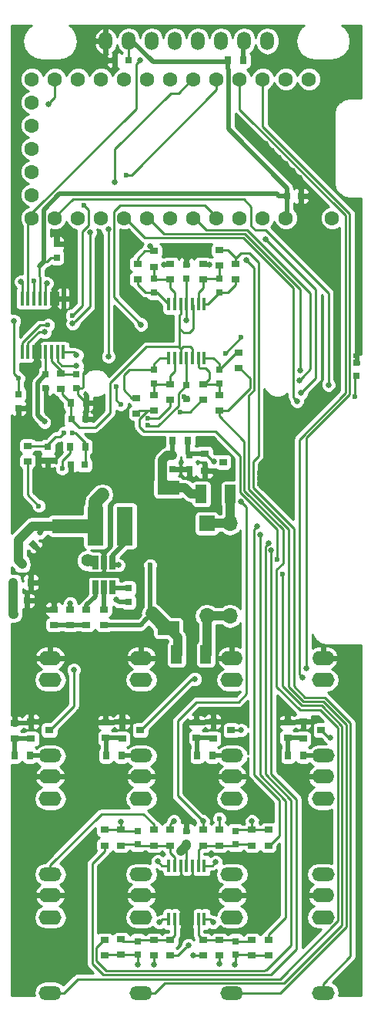
<source format=gbr>
G04 #@! TF.FileFunction,Copper,L2,Bot,Signal*
%FSLAX46Y46*%
G04 Gerber Fmt 4.6, Leading zero omitted, Abs format (unit mm)*
G04 Created by KiCad (PCBNEW 4.0.6) date 2018 February 05, Monday 13:52:32*
%MOMM*%
%LPD*%
G01*
G04 APERTURE LIST*
%ADD10C,0.100000*%
%ADD11R,0.450000X1.450000*%
%ADD12R,1.700000X1.700000*%
%ADD13O,1.700000X1.700000*%
%ADD14R,2.400000X1.500000*%
%ADD15C,1.600000*%
%ADD16R,1.600000X1.600000*%
%ADD17R,0.700000X0.900000*%
%ADD18R,0.800000X0.750000*%
%ADD19R,0.750000X0.800000*%
%ADD20R,0.800000X0.900000*%
%ADD21R,0.650000X1.560000*%
%ADD22R,0.900000X0.700000*%
%ADD23R,1.800000X4.200000*%
%ADD24R,1.200000X2.000000*%
%ADD25R,0.900000X0.800000*%
%ADD26O,2.500000X1.500000*%
%ADD27O,2.500000X1.600000*%
%ADD28O,2.400000X1.600000*%
%ADD29R,0.450000X1.500000*%
%ADD30O,1.524000X2.000000*%
%ADD31C,0.600000*%
%ADD32C,1.400000*%
%ADD33C,1.000000*%
%ADD34C,0.650000*%
%ADD35C,0.250000*%
%ADD36C,0.500000*%
%ADD37C,1.500000*%
%ADD38C,1.000000*%
%ADD39C,0.700000*%
%ADD40C,0.254000*%
G04 APERTURE END LIST*
D10*
D11*
X21950000Y-37250000D03*
X21300000Y-37250000D03*
X20650000Y-37250000D03*
X20000000Y-37250000D03*
X19350000Y-37250000D03*
X18700000Y-37250000D03*
X18050000Y-37250000D03*
X18050000Y-31350000D03*
X18700000Y-31350000D03*
X19350000Y-31350000D03*
X20000000Y-31350000D03*
X20650000Y-31350000D03*
X21300000Y-31350000D03*
X21950000Y-31350000D03*
D12*
X22230000Y-55420000D03*
D13*
X24770000Y-55420000D03*
X22230000Y-57960000D03*
X24770000Y-57960000D03*
X22230000Y-60500000D03*
X24770000Y-60500000D03*
X22230000Y-63040000D03*
X24770000Y-63040000D03*
X22230000Y-65580000D03*
X24770000Y-65580000D03*
D14*
X18000000Y-66900000D03*
X18000000Y-60500000D03*
D15*
X2990000Y-14300000D03*
X2990000Y-16840000D03*
X2990000Y-19380000D03*
X2990000Y-21920000D03*
X2990000Y-11760000D03*
X2990000Y-9220000D03*
X2990000Y-6680000D03*
X5530000Y-21920000D03*
X8070000Y-21920000D03*
X10610000Y-21920000D03*
X13150000Y-21920000D03*
X15690000Y-21920000D03*
X18230000Y-21920000D03*
X20770000Y-21920000D03*
X23310000Y-21920000D03*
X25850000Y-21920000D03*
X28390000Y-21920000D03*
X30930000Y-21920000D03*
X33470000Y-21920000D03*
X36010000Y-21920000D03*
X5530000Y-6680000D03*
X8070000Y-6680000D03*
X10610000Y-6680000D03*
X13150000Y-6680000D03*
X15690000Y-6680000D03*
X18230000Y-6680000D03*
X20770000Y-6680000D03*
X23310000Y-6680000D03*
X25850000Y-6680000D03*
X28390000Y-6680000D03*
X30930000Y-6680000D03*
X33470000Y-6680000D03*
D16*
X36010000Y-6680000D03*
D17*
X26250000Y-4600000D03*
X24550000Y-4600000D03*
D18*
X32550000Y-19500000D03*
X31050000Y-19500000D03*
D19*
X4500000Y-40550000D03*
X4500000Y-39050000D03*
X5700000Y-24750000D03*
X5700000Y-26250000D03*
D20*
X2850000Y-61900000D03*
X950000Y-61900000D03*
X1900000Y-59900000D03*
D21*
X9950000Y-59750000D03*
X10900000Y-59750000D03*
X11850000Y-59750000D03*
X11850000Y-62450000D03*
X9950000Y-62450000D03*
X10900000Y-62450000D03*
D22*
X5400000Y-66550000D03*
X5400000Y-64850000D03*
X7200000Y-64850000D03*
X7200000Y-66550000D03*
X9000000Y-66550000D03*
X9000000Y-64850000D03*
X10900000Y-66550000D03*
X10900000Y-64850000D03*
D18*
X2450000Y-63900000D03*
X950000Y-63900000D03*
D10*
G36*
X1521662Y-56651992D02*
X2051992Y-56121662D01*
X2617678Y-56687348D01*
X2087348Y-57217678D01*
X1521662Y-56651992D01*
X1521662Y-56651992D01*
G37*
G36*
X2582322Y-57712652D02*
X3112652Y-57182322D01*
X3678338Y-57748008D01*
X3148008Y-58278338D01*
X2582322Y-57712652D01*
X2582322Y-57712652D01*
G37*
D19*
X13600000Y-64050000D03*
X13600000Y-62550000D03*
D14*
X6400000Y-55700000D03*
X6400000Y-62100000D03*
X18000000Y-57900000D03*
X18000000Y-51500000D03*
D23*
X10000000Y-55700000D03*
X13200000Y-55700000D03*
D24*
X18900000Y-69800000D03*
X22100000Y-69800000D03*
X24800000Y-52200000D03*
X21600000Y-52200000D03*
D19*
X18400000Y-49450000D03*
X18400000Y-47950000D03*
X4750000Y-48500000D03*
X4750000Y-47000000D03*
D18*
X7250000Y-49000000D03*
X8750000Y-49000000D03*
D19*
X7900000Y-40550000D03*
X7900000Y-39050000D03*
X20300000Y-49450000D03*
X20300000Y-47950000D03*
D18*
X8850000Y-44000000D03*
X7350000Y-44000000D03*
D19*
X1500000Y-41250000D03*
X1500000Y-42750000D03*
X38700000Y-39250000D03*
X38700000Y-37750000D03*
X14600000Y-89150000D03*
X14600000Y-90650000D03*
X25400000Y-89150000D03*
X25400000Y-90650000D03*
X25400000Y-102750000D03*
X25400000Y-101250000D03*
X14600000Y-102750000D03*
X14600000Y-101250000D03*
X23600000Y-38550000D03*
X23600000Y-40050000D03*
X16400000Y-38550000D03*
X16400000Y-40050000D03*
X16400000Y-30050000D03*
X16400000Y-28550000D03*
X23600000Y-30050000D03*
X23600000Y-28550000D03*
D25*
X22000000Y-49650000D03*
X22000000Y-47750000D03*
X24000000Y-48700000D03*
X2900000Y-79050000D03*
X2900000Y-77150000D03*
X4900000Y-78100000D03*
X12900000Y-79050000D03*
X12900000Y-77150000D03*
X14900000Y-78100000D03*
X22900000Y-79050000D03*
X22900000Y-77150000D03*
X24900000Y-78100000D03*
X32800000Y-79050000D03*
X32800000Y-77150000D03*
X34800000Y-78100000D03*
D17*
X20150000Y-46300000D03*
X18450000Y-46300000D03*
D22*
X2500000Y-46900000D03*
X2500000Y-48600000D03*
D17*
X8850000Y-47000000D03*
X7150000Y-47000000D03*
D22*
X6200000Y-40650000D03*
X6200000Y-38950000D03*
D17*
X8950000Y-42200000D03*
X7250000Y-42200000D03*
D22*
X18200000Y-89050000D03*
X18200000Y-90750000D03*
X16400000Y-89050000D03*
X16400000Y-90750000D03*
X21800000Y-89050000D03*
X21800000Y-90750000D03*
X23600000Y-89050000D03*
X23600000Y-90750000D03*
X23600000Y-102850000D03*
X23600000Y-101150000D03*
X21800000Y-102850000D03*
X21800000Y-101150000D03*
X16400000Y-102850000D03*
X16400000Y-101150000D03*
X18200000Y-102850000D03*
X18200000Y-101150000D03*
X12800000Y-90750000D03*
X12800000Y-89050000D03*
X27200000Y-90750000D03*
X27200000Y-89050000D03*
X27200000Y-101150000D03*
X27200000Y-102850000D03*
X12800000Y-101050000D03*
X12800000Y-102750000D03*
D17*
X1050000Y-80900000D03*
X2750000Y-80900000D03*
X11150000Y-80900000D03*
X12850000Y-80900000D03*
D22*
X11000000Y-89050000D03*
X11000000Y-90750000D03*
X29000000Y-89050000D03*
X29000000Y-90750000D03*
X29000000Y-102850000D03*
X29000000Y-101150000D03*
X11000000Y-102850000D03*
X11000000Y-101150000D03*
X1100000Y-77350000D03*
X1100000Y-79050000D03*
X11100000Y-77250000D03*
X11100000Y-78950000D03*
X21800000Y-41850000D03*
X21800000Y-40150000D03*
X18200000Y-41850000D03*
X18200000Y-40150000D03*
X18200000Y-26950000D03*
X18200000Y-28650000D03*
X21800000Y-26950000D03*
X21800000Y-28650000D03*
D17*
X21150000Y-80900000D03*
X22850000Y-80900000D03*
X31150000Y-80900000D03*
X32850000Y-80900000D03*
D22*
X23600000Y-41350000D03*
X23600000Y-43050000D03*
X16400000Y-41350000D03*
X16400000Y-43050000D03*
X16400000Y-27250000D03*
X16400000Y-25550000D03*
X23600000Y-27150000D03*
X23600000Y-25450000D03*
X21100000Y-77250000D03*
X21100000Y-78950000D03*
X31100000Y-77250000D03*
X31100000Y-78950000D03*
X25750000Y-36650000D03*
X25750000Y-38350000D03*
X14500000Y-41650000D03*
X14500000Y-43350000D03*
X14600000Y-28650000D03*
X14600000Y-26950000D03*
X25400000Y-28650000D03*
X25400000Y-26950000D03*
D26*
X5000000Y-80920000D03*
D27*
X5000000Y-72620000D03*
D28*
X5000000Y-70200000D03*
D26*
X15000000Y-80920000D03*
D27*
X15000000Y-72620000D03*
D28*
X15000000Y-70200000D03*
D26*
X25000000Y-80920000D03*
D27*
X25000000Y-72620000D03*
D28*
X25000000Y-70200000D03*
D26*
X35000000Y-80920000D03*
D27*
X35000000Y-72620000D03*
D28*
X35000000Y-70200000D03*
D11*
X18050000Y-92950000D03*
X18700000Y-92950000D03*
X19350000Y-92950000D03*
X20000000Y-92950000D03*
X20650000Y-92950000D03*
X21300000Y-92950000D03*
X21950000Y-92950000D03*
X21950000Y-98850000D03*
X21300000Y-98850000D03*
X20650000Y-98850000D03*
X20000000Y-98850000D03*
X19350000Y-98850000D03*
X18700000Y-98850000D03*
X18050000Y-98850000D03*
D26*
X5000000Y-93920000D03*
D27*
X5000000Y-85620000D03*
D28*
X5000000Y-83200000D03*
D26*
X15000000Y-93920000D03*
D27*
X15000000Y-85620000D03*
D28*
X15000000Y-83200000D03*
D26*
X25000000Y-93920000D03*
D27*
X25000000Y-85620000D03*
D28*
X25000000Y-83200000D03*
D26*
X35000000Y-93920000D03*
D27*
X35000000Y-85620000D03*
D28*
X35000000Y-83200000D03*
D26*
X5000000Y-106920000D03*
D27*
X5000000Y-98620000D03*
D28*
X5000000Y-96200000D03*
D26*
X15000000Y-106920000D03*
D27*
X15000000Y-98620000D03*
D28*
X15000000Y-96200000D03*
D26*
X25000000Y-106920000D03*
D27*
X25000000Y-98620000D03*
D28*
X25000000Y-96200000D03*
D26*
X35000000Y-106920000D03*
D27*
X35000000Y-98620000D03*
D28*
X35000000Y-96200000D03*
D19*
X20000000Y-89150000D03*
X20000000Y-90650000D03*
X20000000Y-41750000D03*
X20000000Y-40250000D03*
X20000000Y-28550000D03*
X20000000Y-27050000D03*
D29*
X6450000Y-36625000D03*
X5800000Y-36625000D03*
X5150000Y-36625000D03*
X4500000Y-36625000D03*
X3850000Y-36625000D03*
X3200000Y-36625000D03*
X2550000Y-36625000D03*
X1900000Y-36625000D03*
X1900000Y-30725000D03*
X2550000Y-30725000D03*
X3200000Y-30725000D03*
X3850000Y-30725000D03*
X4500000Y-30725000D03*
X5150000Y-30725000D03*
X5800000Y-30725000D03*
X6450000Y-30725000D03*
D18*
X12100000Y-4600000D03*
X13600000Y-4600000D03*
D30*
X11110000Y-2500000D03*
X13650000Y-2500000D03*
X16190000Y-2500000D03*
X18730000Y-2500000D03*
X21270000Y-2500000D03*
X23810000Y-2500000D03*
X26350000Y-2500000D03*
X28890000Y-2500000D03*
D31*
X15750192Y-44674984D03*
D32*
X9100000Y-59500000D03*
X16200000Y-65299982D03*
D31*
X16000000Y-60000000D03*
X38575021Y-37000000D03*
X21900000Y-25000000D03*
X21300000Y-25000000D03*
X20700000Y-25000000D03*
X20100000Y-25000000D03*
X19500000Y-25000000D03*
X18900000Y-25000000D03*
X18300000Y-25000000D03*
X17700000Y-25000000D03*
X27988552Y-49889016D03*
X28000000Y-51100000D03*
X28000000Y-50500000D03*
X28500000Y-50200000D03*
X28500000Y-50800000D03*
X28500000Y-51400000D03*
X5300000Y-44400000D03*
X19750000Y-41500000D03*
X2658607Y-41321275D03*
D33*
X29650000Y-7800000D03*
X29650000Y-8800000D03*
X29650000Y-9800000D03*
X29650000Y-10800000D03*
X28600000Y-13950000D03*
X29300000Y-14650000D03*
X30050000Y-15400000D03*
X30800000Y-16150000D03*
X31550000Y-16900000D03*
X32300000Y-17650000D03*
D34*
X6900000Y-57500000D03*
X5900000Y-57500000D03*
X5400000Y-57800000D03*
X5400000Y-58400000D03*
X5400000Y-59000000D03*
X5400000Y-59600000D03*
X5400000Y-60200000D03*
X5400000Y-60800000D03*
X5900000Y-60500000D03*
X5900000Y-59900000D03*
X5900000Y-59300000D03*
X5900000Y-58700000D03*
X5900000Y-58100000D03*
X6400000Y-57800000D03*
X6400000Y-58400000D03*
X6400000Y-59000000D03*
X6400000Y-59600000D03*
X6400000Y-60200000D03*
X6400000Y-60800000D03*
X6900000Y-60500000D03*
X6900000Y-59900000D03*
X6900000Y-59300000D03*
X6900000Y-58700000D03*
X6900000Y-58100000D03*
X7400000Y-57800000D03*
X7400000Y-58400000D03*
X7400000Y-59000000D03*
X7400000Y-59600000D03*
X7400000Y-60200000D03*
X7400000Y-60800000D03*
X20000000Y-33100006D03*
X17200000Y-48500000D03*
X12300000Y-63774965D03*
X12500000Y-59999996D03*
X4375889Y-44261456D03*
D33*
X19400000Y-91374990D03*
X1000000Y-65400000D03*
D34*
X3849990Y-56418613D03*
D32*
X10750000Y-52250000D03*
D34*
X7200000Y-64200000D03*
X14850000Y-4600000D03*
D31*
X38532626Y-41512671D03*
D34*
X35600000Y-40200000D03*
D31*
X26000000Y-35000000D03*
X24250000Y-36750000D03*
D34*
X32149968Y-42000000D03*
X29051301Y-57587179D03*
X32500000Y-38600000D03*
X27750000Y-55750000D03*
X32599979Y-41100000D03*
X29299979Y-58400000D03*
X28700000Y-24200000D03*
X32400000Y-39700000D03*
X28100000Y-56700000D03*
X15000000Y-33600000D03*
X1000000Y-33224988D03*
D31*
X1500000Y-39500000D03*
X3200000Y-28800000D03*
D34*
X4800000Y-9400000D03*
X1800000Y-28900000D03*
X4600012Y-29078216D03*
X12100000Y-18000000D03*
D31*
X7400000Y-45500000D03*
D34*
X7474982Y-33500000D03*
X9350000Y-23500000D03*
D31*
X13400000Y-17200000D03*
X6500000Y-45500000D03*
X7400000Y-32600000D03*
X8700000Y-20500000D03*
D34*
X32709627Y-72309627D03*
X35800000Y-78900000D03*
X26000000Y-78100000D03*
X33200000Y-71300000D03*
X20900000Y-72500000D03*
X7600000Y-71500000D03*
X23000000Y-48600000D03*
X25985757Y-53014243D03*
X18600000Y-88100000D03*
X23600000Y-103700000D03*
X16400000Y-103800000D03*
X21800000Y-88100000D03*
X12800000Y-88200000D03*
X16800000Y-92500000D03*
X27200000Y-88100000D03*
X23200000Y-92600000D03*
X25300000Y-103844947D03*
X22900000Y-99200000D03*
X14600000Y-103844947D03*
X17000000Y-99200000D03*
D31*
X3750000Y-53500000D03*
X6300000Y-49400000D03*
D34*
X7900021Y-36950000D03*
D31*
X19288589Y-43195309D03*
X15758869Y-43875029D03*
D34*
X7900021Y-38087490D03*
X4400000Y-34400000D03*
X17500000Y-27000021D03*
D31*
X4765208Y-33660225D03*
D34*
X22500000Y-27000021D03*
X11400000Y-37100000D03*
D31*
X12300000Y-40400000D03*
X12750000Y-42374990D03*
D34*
X11374989Y-23152711D03*
D31*
X23600000Y-87800000D03*
D34*
X20700000Y-102800000D03*
X20200000Y-101700000D03*
D31*
X30525010Y-61000000D03*
X29974990Y-59364883D03*
D34*
X16000000Y-25000000D03*
X26599990Y-26509630D03*
D35*
X15750192Y-44675182D02*
X15750192Y-44674984D01*
X20000000Y-40275000D02*
X19100000Y-41175000D01*
X16850000Y-44750000D02*
X15825010Y-44750000D01*
X15825010Y-44750000D02*
X15750192Y-44675182D01*
X19100000Y-41175000D02*
X19100000Y-42500000D01*
X20000000Y-40250000D02*
X20000000Y-40275000D01*
X16000000Y-44750000D02*
X15825010Y-44750000D01*
X19100000Y-42500000D02*
X16850000Y-44750000D01*
D36*
X9450000Y-59850000D02*
X9100000Y-59500000D01*
X9950000Y-59850000D02*
X9450000Y-59850000D01*
X14949982Y-66550000D02*
X15500001Y-65999981D01*
X16000000Y-65099982D02*
X16200000Y-65299982D01*
X15500001Y-65999981D02*
X16200000Y-65299982D01*
X10900000Y-66550000D02*
X14949982Y-66550000D01*
X16000000Y-60000000D02*
X16000000Y-65099982D01*
D37*
X16899999Y-65999981D02*
X16200000Y-65299982D01*
X17800018Y-66900000D02*
X16899999Y-65999981D01*
X18000000Y-66900000D02*
X17800018Y-66900000D01*
D35*
X20000000Y-37250000D02*
X20000000Y-38225000D01*
X20000000Y-38225000D02*
X20000000Y-40250000D01*
D38*
X19000000Y-69800000D02*
X19000000Y-67900000D01*
X19000000Y-67900000D02*
X18000000Y-66900000D01*
D35*
X38575021Y-37674979D02*
X38575021Y-37424264D01*
X38500000Y-37750000D02*
X38575021Y-37674979D01*
X38575021Y-37424264D02*
X38575021Y-37000000D01*
X21900000Y-25000000D02*
X21600000Y-25000000D01*
X21600000Y-25000000D02*
X20000000Y-26600000D01*
X20000000Y-26600000D02*
X20000000Y-27050000D01*
X20000000Y-27025000D02*
X20000000Y-26600000D01*
X20000000Y-26600000D02*
X18400000Y-25000000D01*
X18400000Y-25000000D02*
X17700000Y-25000000D01*
X20000000Y-27050000D02*
X20000000Y-27025000D01*
X20700000Y-25000000D02*
X21300000Y-25000000D01*
X19500000Y-25000000D02*
X20100000Y-25000000D01*
X18300000Y-25000000D02*
X18900000Y-25000000D01*
X3200000Y-36625000D02*
X3200000Y-36450000D01*
X3200000Y-36450000D02*
X3375000Y-36625000D01*
X3375000Y-36625000D02*
X3850000Y-36625000D01*
X5150000Y-30725000D02*
X5800000Y-30725000D01*
D39*
X13000000Y-61100000D02*
X13100000Y-61200000D01*
X9000000Y-61200000D02*
X9100000Y-61100000D01*
X9100000Y-61100000D02*
X13000000Y-61100000D01*
D35*
X28500000Y-50200000D02*
X28189016Y-49889016D01*
X28189016Y-49889016D02*
X27988552Y-49889016D01*
X28000000Y-50500000D02*
X28000000Y-51100000D01*
X28500000Y-51400000D02*
X28500000Y-50800000D01*
X4500000Y-43375010D02*
X5300000Y-44175010D01*
X5300000Y-44175010D02*
X5300000Y-44400000D01*
X4500000Y-40550000D02*
X4500000Y-43375010D01*
X8624999Y-38875001D02*
X9100000Y-38400000D01*
X7900000Y-40550000D02*
X8525000Y-40550000D01*
X8525000Y-40550000D02*
X8624999Y-40450001D01*
X8624999Y-40450001D02*
X8624999Y-38875001D01*
X20000000Y-41750000D02*
X20000000Y-41725000D01*
X5150000Y-30725000D02*
X5150000Y-30250000D01*
X8000000Y-40550000D02*
X8000000Y-41250000D01*
X8000000Y-41250000D02*
X8950000Y-42200000D01*
X29650000Y-8800000D02*
X29650000Y-7800000D01*
X29650000Y-10800000D02*
X29650000Y-9800000D01*
X19350000Y-98850000D02*
X19350000Y-97875000D01*
X19350000Y-97875000D02*
X17675000Y-96200000D01*
X17675000Y-96200000D02*
X16450000Y-96200000D01*
X16450000Y-96200000D02*
X15000000Y-96200000D01*
X20000000Y-98850000D02*
X19350000Y-98850000D01*
X20650000Y-92950000D02*
X20650000Y-98850000D01*
X30050000Y-15400000D02*
X29300000Y-14650000D01*
X31550000Y-16900000D02*
X30800000Y-16150000D01*
X32550000Y-19500000D02*
X32550000Y-17900000D01*
X32550000Y-17900000D02*
X32300000Y-17650000D01*
X22800000Y-77250000D02*
X22900000Y-77150000D01*
X19350000Y-92950000D02*
X19350000Y-93925000D01*
X19350000Y-93925000D02*
X19625000Y-94200000D01*
X19625000Y-94200000D02*
X20375000Y-94200000D01*
X20375000Y-94200000D02*
X20650000Y-93925000D01*
X20650000Y-93925000D02*
X20650000Y-92950000D01*
D36*
X5400000Y-57800000D02*
X5600000Y-57800000D01*
X5600000Y-57800000D02*
X5900000Y-57500000D01*
X5400000Y-59000000D02*
X5400000Y-58400000D01*
X5400000Y-60200000D02*
X5400000Y-59600000D01*
X5900000Y-60500000D02*
X5700000Y-60500000D01*
X5700000Y-60500000D02*
X5400000Y-60800000D01*
X5900000Y-59300000D02*
X5900000Y-59900000D01*
X5900000Y-58100000D02*
X5900000Y-58700000D01*
X6400000Y-58400000D02*
X6400000Y-57800000D01*
X6400000Y-59600000D02*
X6400000Y-59000000D01*
X6400000Y-60800000D02*
X6400000Y-60200000D01*
X6900000Y-59900000D02*
X6900000Y-60500000D01*
X6900000Y-58700000D02*
X6900000Y-59300000D01*
X7400000Y-57800000D02*
X7200000Y-57800000D01*
X7200000Y-57800000D02*
X6900000Y-58100000D01*
X7400000Y-59000000D02*
X7400000Y-58400000D01*
X7400000Y-60200000D02*
X7400000Y-59600000D01*
X6400000Y-62100000D02*
X6400000Y-61800000D01*
X6400000Y-61800000D02*
X7400000Y-60800000D01*
X6400000Y-62100000D02*
X8100000Y-62100000D01*
X8100000Y-62100000D02*
X9000000Y-61200000D01*
X31100000Y-77250000D02*
X32700000Y-77250000D01*
X32700000Y-77250000D02*
X32800000Y-77150000D01*
X11100000Y-77250000D02*
X12800000Y-77250000D01*
X12800000Y-77250000D02*
X12900000Y-77150000D01*
X1100000Y-77350000D02*
X2700000Y-77350000D01*
X2700000Y-77350000D02*
X2900000Y-77150000D01*
D35*
X20000000Y-31350000D02*
X20000000Y-33100006D01*
X20000000Y-31350000D02*
X20000000Y-28550000D01*
D36*
X18400000Y-47950000D02*
X18400000Y-46350000D01*
X18400000Y-46350000D02*
X18450000Y-46300000D01*
D38*
X18400000Y-47950000D02*
X17864998Y-47950000D01*
X17324999Y-50824999D02*
X18000000Y-51500000D01*
X17864998Y-47950000D02*
X17324999Y-48489999D01*
X17324999Y-48489999D02*
X17324999Y-50824999D01*
X21600000Y-52200000D02*
X20500000Y-52200000D01*
X20500000Y-52200000D02*
X19800000Y-51500000D01*
X19800000Y-51500000D02*
X18000000Y-51500000D01*
D36*
X12575035Y-64050000D02*
X12300000Y-63774965D01*
X13600000Y-64050000D02*
X12575035Y-64050000D01*
X12040381Y-59999996D02*
X12500000Y-59999996D01*
X11999996Y-59999996D02*
X12040381Y-59999996D01*
X11850000Y-59850000D02*
X11999996Y-59999996D01*
X11850000Y-59850000D02*
X11850000Y-58950000D01*
X11850000Y-58950000D02*
X13200000Y-57600000D01*
X13200000Y-57600000D02*
X13200000Y-56000000D01*
X11850000Y-62550000D02*
X13600000Y-62550000D01*
X3625000Y-39950000D02*
X3625000Y-43510567D01*
X3625000Y-43510567D02*
X4050890Y-43936457D01*
X4050890Y-43936457D02*
X4375889Y-44261456D01*
X4500000Y-39050000D02*
X4500000Y-39075000D01*
X4500000Y-39075000D02*
X3625000Y-39950000D01*
D38*
X19899999Y-90874991D02*
X19400000Y-91374990D01*
X20000000Y-90774990D02*
X19899999Y-90874991D01*
X20000000Y-90650000D02*
X20000000Y-90774990D01*
D35*
X20000000Y-91900000D02*
X20000000Y-92950000D01*
X20000000Y-91900000D02*
X20000000Y-90650000D01*
X4500000Y-36625000D02*
X4500000Y-39050000D01*
D38*
X950000Y-61900000D02*
X950000Y-63900000D01*
X950000Y-63900000D02*
X950000Y-65350000D01*
X950000Y-65350000D02*
X1000000Y-65400000D01*
X24770000Y-55420000D02*
X22230000Y-55420000D01*
X24770000Y-55420000D02*
X24770000Y-52230000D01*
X24770000Y-52230000D02*
X24800000Y-52200000D01*
X22230000Y-65580000D02*
X22230000Y-69770000D01*
X22230000Y-69770000D02*
X22200000Y-69800000D01*
X24770000Y-65580000D02*
X22230000Y-65580000D01*
D36*
X10900000Y-62550000D02*
X10900000Y-63296421D01*
X10900000Y-63296421D02*
X10900000Y-64850000D01*
X7200000Y-66550000D02*
X5400000Y-66550000D01*
X9000000Y-66550000D02*
X7200000Y-66550000D01*
X9950000Y-62550000D02*
X9950000Y-63450000D01*
X9950000Y-63450000D02*
X9000000Y-64400000D01*
X9000000Y-64400000D02*
X9000000Y-64850000D01*
X4174989Y-56093614D02*
X3849990Y-56418613D01*
X4568603Y-55700000D02*
X4174989Y-56093614D01*
X6400000Y-55700000D02*
X4568603Y-55700000D01*
D37*
X10000000Y-55700000D02*
X10000000Y-53000000D01*
X10000000Y-53000000D02*
X10750000Y-52250000D01*
D38*
X6400000Y-55700000D02*
X3039340Y-55700000D01*
X3039340Y-55700000D02*
X2069670Y-56669670D01*
D36*
X7200000Y-64850000D02*
X7200000Y-64200000D01*
D38*
X2069670Y-56669670D02*
X1500000Y-57239340D01*
X1500000Y-57239340D02*
X1500000Y-59500000D01*
X1500000Y-59500000D02*
X1900000Y-59900000D01*
D37*
X10000000Y-55700000D02*
X6400000Y-55700000D01*
D35*
X5700000Y-26250000D02*
X5075000Y-26250000D01*
X5075000Y-26250000D02*
X4604999Y-26720001D01*
X4604999Y-26720001D02*
X4279999Y-26720001D01*
D36*
X31050000Y-19500000D02*
X30150000Y-19500000D01*
X30150000Y-19500000D02*
X29925010Y-19275010D01*
X29925010Y-19275010D02*
X6024990Y-19275010D01*
X6024990Y-19275010D02*
X4279999Y-21020001D01*
X4279999Y-26720001D02*
X3800000Y-27200000D01*
X4279999Y-21020001D02*
X4279999Y-26720001D01*
D35*
X3850000Y-30725000D02*
X3850000Y-28350000D01*
X3850000Y-28350000D02*
X3800000Y-28300000D01*
X3800000Y-28300000D02*
X3800000Y-27200000D01*
X13600000Y-4600000D02*
X13600000Y-2550000D01*
X13600000Y-2550000D02*
X13650000Y-2500000D01*
D36*
X16297002Y-4800000D02*
X13997002Y-2500000D01*
X24600000Y-4800000D02*
X16297002Y-4800000D01*
X13997002Y-2500000D02*
X13650000Y-2500000D01*
X24550000Y-4600000D02*
X24550000Y-5550000D01*
X24550000Y-5550000D02*
X24599999Y-5599999D01*
X24599999Y-5599999D02*
X24599999Y-12174999D01*
X31050000Y-19500000D02*
X31050000Y-18625000D01*
X31050000Y-18625000D02*
X24599999Y-12174999D01*
X31050000Y-19500000D02*
X31050000Y-21700000D01*
X31050000Y-21700000D02*
X30930000Y-21820000D01*
X26250000Y-4600000D02*
X26250000Y-2600000D01*
X26250000Y-2600000D02*
X26350000Y-2500000D01*
D35*
X14850000Y-4600000D02*
X14450000Y-5000000D01*
X14450000Y-5000000D02*
X14450000Y-9936812D01*
X14450000Y-9936812D02*
X2990000Y-21396812D01*
X2990000Y-21396812D02*
X2990000Y-21820000D01*
X2990000Y-21820000D02*
X2550000Y-22260000D01*
X2550000Y-22260000D02*
X2550000Y-29725000D01*
X2550000Y-29725000D02*
X2550000Y-30725000D01*
X38500000Y-39250000D02*
X38532626Y-39282626D01*
X38532626Y-39282626D02*
X38532626Y-41088407D01*
X38532626Y-41088407D02*
X38532626Y-41512671D01*
X35600000Y-30150000D02*
X35600000Y-39740381D01*
X27550000Y-23250000D02*
X28700000Y-23250000D01*
X35600000Y-39740381D02*
X35600000Y-40200000D01*
X27100000Y-22800000D02*
X27550000Y-23250000D01*
X26300021Y-19850021D02*
X27100000Y-20650000D01*
X5530000Y-21820000D02*
X7499979Y-19850021D01*
X28700000Y-23250000D02*
X35600000Y-30150000D01*
X7499979Y-19850021D02*
X26300021Y-19850021D01*
X27100000Y-20650000D02*
X27100000Y-22800000D01*
X24250000Y-36750000D02*
X26000000Y-35000000D01*
X31749999Y-41600031D02*
X31824969Y-41675001D01*
X31749999Y-29595641D02*
X31749999Y-41600031D01*
X31824969Y-41675001D02*
X32149968Y-42000000D01*
X26254358Y-24100000D02*
X31749999Y-29595641D01*
X15430000Y-24100000D02*
X26254358Y-24100000D01*
X13150000Y-21820000D02*
X15430000Y-24100000D01*
X28785033Y-104449969D02*
X31500000Y-101735002D01*
X28640799Y-104449969D02*
X28785033Y-104449969D01*
X28595811Y-104494957D02*
X28640799Y-104449969D01*
X11194957Y-104494957D02*
X28595811Y-104494957D01*
X10100000Y-103400000D02*
X11194957Y-104494957D01*
X31500000Y-85800000D02*
X28649977Y-82949977D01*
X28649977Y-57988503D02*
X28726302Y-57912178D01*
X11000000Y-101150000D02*
X10900000Y-101150000D01*
X31500000Y-101735002D02*
X31500000Y-85800000D01*
X10100000Y-101950000D02*
X10100000Y-103400000D01*
X28649977Y-82949977D02*
X28649977Y-57988503D01*
X28726302Y-57912178D02*
X29051301Y-57587179D01*
X10900000Y-101150000D02*
X10100000Y-101950000D01*
X32500000Y-38140381D02*
X32500000Y-38600000D01*
X32500000Y-29709231D02*
X32500000Y-38140381D01*
X15690000Y-21820000D02*
X17519989Y-23649989D01*
X17519989Y-23649989D02*
X26440758Y-23649989D01*
X26440758Y-23649989D02*
X32500000Y-29709231D01*
X30200000Y-85772822D02*
X27425001Y-82997823D01*
X29100000Y-90750000D02*
X30200000Y-89650000D01*
X29000000Y-90750000D02*
X29100000Y-90750000D01*
X30200000Y-89650000D02*
X30200000Y-85772822D01*
X27425001Y-56074999D02*
X27750000Y-55750000D01*
X27425001Y-82997823D02*
X27425001Y-56074999D01*
X34224978Y-39475001D02*
X32924978Y-40775001D01*
X32924978Y-40775001D02*
X32599979Y-41100000D01*
X34224978Y-29724978D02*
X34224978Y-39475001D01*
X28700000Y-24200000D02*
X34224978Y-29724978D01*
X9600000Y-92750000D02*
X9600000Y-103700000D01*
X32100000Y-102100000D02*
X32100000Y-85700000D01*
X9600000Y-103700000D02*
X10844968Y-104944968D01*
X29300020Y-104899980D02*
X32100000Y-102100000D01*
X29299979Y-82899979D02*
X29299979Y-58859619D01*
X11000000Y-91350000D02*
X9600000Y-92750000D01*
X11000000Y-90750000D02*
X11000000Y-91350000D01*
X10844968Y-104944968D02*
X28782211Y-104944968D01*
X32100000Y-85700000D02*
X29299979Y-82899979D01*
X28782211Y-104944968D02*
X28827199Y-104899980D01*
X28827199Y-104899980D02*
X29300020Y-104899980D01*
X29299979Y-58859619D02*
X29299979Y-58400000D01*
X32724999Y-39375001D02*
X32400000Y-39700000D01*
X26627158Y-23199978D02*
X33623940Y-30196760D01*
X22149978Y-23199978D02*
X26627158Y-23199978D01*
X20770000Y-21820000D02*
X22149978Y-23199978D01*
X33623940Y-30196760D02*
X33623940Y-38476060D01*
X33623940Y-38476060D02*
X32724999Y-39375001D01*
X30900000Y-85836410D02*
X28100000Y-83036410D01*
X30900000Y-98650000D02*
X30900000Y-85836410D01*
X29000000Y-101150000D02*
X29000000Y-100550000D01*
X28100000Y-57159619D02*
X28100000Y-56700000D01*
X28100000Y-83036410D02*
X28100000Y-57159619D01*
X29000000Y-100550000D02*
X30900000Y-98650000D01*
X15000000Y-33600000D02*
X12024999Y-30624999D01*
X12024999Y-30624999D02*
X12024999Y-21175001D01*
X12024999Y-21175001D02*
X12700000Y-20500000D01*
X12700000Y-20500000D02*
X21990000Y-20500000D01*
X21990000Y-20500000D02*
X23310000Y-21820000D01*
X1500000Y-39500000D02*
X1000000Y-39000000D01*
X1000000Y-39000000D02*
X1000000Y-33224988D01*
X1500000Y-39500000D02*
X1500000Y-41250000D01*
X3200000Y-28800000D02*
X3200000Y-30725000D01*
X5099999Y-9100001D02*
X4800000Y-9400000D01*
X5530000Y-8670000D02*
X5099999Y-9100001D01*
X5530000Y-6580000D02*
X5530000Y-8670000D01*
X1900000Y-30725000D02*
X1900000Y-29000000D01*
X1900000Y-29000000D02*
X1800000Y-28900000D01*
X4500000Y-30725000D02*
X4500000Y-29178228D01*
X4500000Y-29178228D02*
X4600012Y-29078216D01*
X20770000Y-6580000D02*
X19150000Y-8200000D01*
X19150000Y-8200000D02*
X18275002Y-8200000D01*
X18275002Y-8200000D02*
X12100000Y-14375002D01*
X12100000Y-14375002D02*
X12100000Y-17540381D01*
X12100000Y-17540381D02*
X12100000Y-18000000D01*
X8850000Y-47000000D02*
X8850000Y-46550000D01*
X8850000Y-46550000D02*
X7800000Y-45500000D01*
X7800000Y-45500000D02*
X7400000Y-45500000D01*
X7799981Y-33175001D02*
X7474982Y-33500000D01*
X9350000Y-31624982D02*
X7799981Y-33175001D01*
X9350000Y-23500000D02*
X9350000Y-31624982D01*
X8850000Y-47000000D02*
X8850000Y-48900000D01*
X8850000Y-48900000D02*
X8750000Y-49000000D01*
X8700000Y-20500000D02*
X9195001Y-20995001D01*
X9195001Y-20995001D02*
X9195001Y-22704999D01*
X9195001Y-22704999D02*
X8500000Y-23400000D01*
X8500000Y-23400000D02*
X8500000Y-31500000D01*
X8500000Y-31500000D02*
X7400000Y-32600000D01*
X13924264Y-17200000D02*
X13824264Y-17200000D01*
X23310000Y-7814264D02*
X13924264Y-17200000D01*
X23310000Y-6580000D02*
X23310000Y-7814264D01*
X13824264Y-17200000D02*
X13400000Y-17200000D01*
X6500000Y-45500000D02*
X6100000Y-45900000D01*
X6100000Y-45900000D02*
X5600000Y-45900000D01*
X5600000Y-45900000D02*
X4750000Y-46750000D01*
X4750000Y-46750000D02*
X4750000Y-47000000D01*
X2500000Y-46900000D02*
X4650000Y-46900000D01*
X4650000Y-46900000D02*
X4750000Y-47000000D01*
X25850000Y-9986410D02*
X37500000Y-21636410D01*
X37500000Y-41100000D02*
X32384628Y-46215372D01*
X25850000Y-6580000D02*
X25850000Y-9986410D01*
X37500000Y-21636410D02*
X37500000Y-41100000D01*
X32384628Y-46215372D02*
X32384628Y-71984628D01*
X32384628Y-71984628D02*
X32709627Y-72309627D01*
X35800000Y-78900000D02*
X35600000Y-78900000D01*
X35600000Y-78900000D02*
X34800000Y-78100000D01*
X33200000Y-70840381D02*
X33200000Y-71300000D01*
X33200000Y-46036411D02*
X33200000Y-70840381D01*
X37950011Y-41286400D02*
X33200000Y-46036411D01*
X28390000Y-11890000D02*
X37950011Y-21450010D01*
X28390000Y-6580000D02*
X28390000Y-11890000D01*
X37950011Y-21450010D02*
X37950011Y-41286400D01*
X26000000Y-78100000D02*
X24900000Y-78100000D01*
X20550000Y-72500000D02*
X20900000Y-72500000D01*
X14900000Y-78100000D02*
X14950000Y-78100000D01*
X14950000Y-78100000D02*
X20550000Y-72500000D01*
X7600000Y-71500000D02*
X7600000Y-75450000D01*
X7600000Y-75450000D02*
X4950000Y-78100000D01*
X4950000Y-78100000D02*
X4900000Y-78100000D01*
X8000000Y-39050000D02*
X6400000Y-39050000D01*
X6400000Y-39050000D02*
X6300000Y-38950000D01*
X6300000Y-38950000D02*
X6300000Y-38800000D01*
X6300000Y-38800000D02*
X5150000Y-37650000D01*
X5150000Y-37650000D02*
X5150000Y-37625000D01*
X5150000Y-37625000D02*
X5150000Y-36625000D01*
X22900000Y-48600000D02*
X23000000Y-48600000D01*
X22050000Y-47750000D02*
X22900000Y-48600000D01*
X22000000Y-47750000D02*
X22050000Y-47750000D01*
X26310756Y-53339242D02*
X25985757Y-53014243D01*
X26575010Y-74124990D02*
X26575010Y-53603496D01*
X19000000Y-85300000D02*
X19000000Y-77100000D01*
X26575010Y-53603496D02*
X26310756Y-53339242D01*
X19000000Y-77100000D02*
X21100000Y-75000000D01*
X21100000Y-75000000D02*
X25700000Y-75000000D01*
X25700000Y-75000000D02*
X26575010Y-74124990D01*
X21800000Y-88100000D02*
X19000000Y-85300000D01*
X16400000Y-102850000D02*
X16400000Y-103800000D01*
X18200000Y-88450000D02*
X18550000Y-88100000D01*
X18550000Y-88100000D02*
X18600000Y-88100000D01*
X18200000Y-89050000D02*
X18200000Y-88450000D01*
D36*
X22000000Y-47750000D02*
X20500000Y-47750000D01*
X20500000Y-47750000D02*
X20300000Y-47950000D01*
X20150000Y-46300000D02*
X20150000Y-47800000D01*
X20150000Y-47800000D02*
X20300000Y-47950000D01*
D35*
X23600000Y-103700000D02*
X23600000Y-102850000D01*
X21800000Y-89050000D02*
X21800000Y-88100000D01*
X19350000Y-36275000D02*
X19125000Y-36050000D01*
X15563589Y-36050000D02*
X11600000Y-40013589D01*
X11600000Y-40013589D02*
X11600000Y-43275004D01*
X11600000Y-43275004D02*
X9975004Y-44900000D01*
X8200000Y-44900000D02*
X7350000Y-44050000D01*
X19125000Y-36050000D02*
X15563589Y-36050000D01*
X9975004Y-44900000D02*
X8200000Y-44900000D01*
X7350000Y-44050000D02*
X7350000Y-44000000D01*
X20650000Y-31350000D02*
X20725000Y-31425000D01*
X20725000Y-31425000D02*
X20725000Y-34100000D01*
X20300000Y-34525000D02*
X19675000Y-34525000D01*
X19675000Y-34525000D02*
X19200000Y-34050000D01*
X20725000Y-34100000D02*
X20300000Y-34525000D01*
X19200000Y-34050000D02*
X19200000Y-32575004D01*
X19350000Y-36275000D02*
X19200000Y-36125000D01*
X19200000Y-36125000D02*
X19200000Y-32575004D01*
X19200000Y-32575004D02*
X19350000Y-32425004D01*
X19350000Y-32425004D02*
X19350000Y-32325000D01*
X19350000Y-32325000D02*
X19350000Y-31350000D01*
X19350000Y-37250000D02*
X19350000Y-36275000D01*
X20375000Y-36000000D02*
X20650000Y-36275000D01*
X19350000Y-36275000D02*
X19625000Y-36000000D01*
X20650000Y-36275000D02*
X20650000Y-37250000D01*
X19625000Y-36000000D02*
X20375000Y-36000000D01*
X7250000Y-42200000D02*
X7250000Y-43900000D01*
X7250000Y-43900000D02*
X7350000Y-44000000D01*
X6300000Y-40650000D02*
X6300000Y-41250000D01*
X6300000Y-41250000D02*
X7250000Y-42200000D01*
X12800000Y-88200000D02*
X12800000Y-89050000D01*
X18050000Y-92950000D02*
X17250000Y-92950000D01*
X17250000Y-92950000D02*
X16800000Y-92500000D01*
X12800000Y-89050000D02*
X11000000Y-89050000D01*
X14600000Y-89150000D02*
X12900000Y-89150000D01*
X12900000Y-89150000D02*
X12800000Y-89050000D01*
X18700000Y-92091671D02*
X18200000Y-91591671D01*
X18200000Y-91591671D02*
X18200000Y-91350000D01*
X18700000Y-92950000D02*
X18700000Y-92091671D01*
X18200000Y-91350000D02*
X18200000Y-90750000D01*
X14600000Y-90650000D02*
X12900000Y-90650000D01*
X12900000Y-90650000D02*
X12800000Y-90750000D01*
X16400000Y-90750000D02*
X14700000Y-90750000D01*
X14700000Y-90750000D02*
X14600000Y-90650000D01*
X18200000Y-90750000D02*
X16400000Y-90750000D01*
X27200000Y-88100000D02*
X27200000Y-89050000D01*
X21950000Y-92950000D02*
X22850000Y-92950000D01*
X22850000Y-92950000D02*
X23200000Y-92600000D01*
X27200000Y-89050000D02*
X29000000Y-89050000D01*
X27200000Y-89050000D02*
X25500000Y-89050000D01*
X25500000Y-89050000D02*
X25400000Y-89150000D01*
X25400000Y-90650000D02*
X27100000Y-90650000D01*
X27100000Y-90650000D02*
X27200000Y-90750000D01*
X23600000Y-90750000D02*
X25300000Y-90750000D01*
X25300000Y-90750000D02*
X25400000Y-90650000D01*
X21800000Y-90750000D02*
X23600000Y-90750000D01*
X21300000Y-92950000D02*
X21300000Y-91250000D01*
X21300000Y-91250000D02*
X21800000Y-90750000D01*
X25400000Y-102750000D02*
X25400000Y-103744947D01*
X25400000Y-103744947D02*
X25300000Y-103844947D01*
X21950000Y-98850000D02*
X22550000Y-98850000D01*
X22550000Y-98850000D02*
X22900000Y-99200000D01*
X27200000Y-102850000D02*
X29000000Y-102850000D01*
X25400000Y-102750000D02*
X27100000Y-102750000D01*
X27100000Y-102750000D02*
X27200000Y-102850000D01*
X25400000Y-101250000D02*
X27100000Y-101250000D01*
X27100000Y-101250000D02*
X27200000Y-101150000D01*
X23600000Y-101150000D02*
X25300000Y-101150000D01*
X25300000Y-101150000D02*
X25400000Y-101250000D01*
X21800000Y-101150000D02*
X23600000Y-101150000D01*
X21300000Y-98850000D02*
X21300000Y-100650000D01*
X21300000Y-100650000D02*
X21800000Y-101150000D01*
X14600000Y-102750000D02*
X14600000Y-103844947D01*
X18050000Y-98850000D02*
X17350000Y-98850000D01*
X17350000Y-98850000D02*
X17000000Y-99200000D01*
X12800000Y-102750000D02*
X11100000Y-102750000D01*
X11100000Y-102750000D02*
X11000000Y-102850000D01*
X14600000Y-102750000D02*
X12800000Y-102750000D01*
X14600000Y-101250000D02*
X13000000Y-101250000D01*
X13000000Y-101250000D02*
X12800000Y-101050000D01*
X16400000Y-101150000D02*
X14700000Y-101150000D01*
X14700000Y-101150000D02*
X14600000Y-101250000D01*
X16400000Y-101150000D02*
X18200000Y-101150000D01*
X18700000Y-98850000D02*
X18700000Y-100650000D01*
X18700000Y-100650000D02*
X18200000Y-101150000D01*
X23600000Y-38550000D02*
X23600000Y-38525000D01*
X23600000Y-38525000D02*
X25475000Y-36650000D01*
X25475000Y-36650000D02*
X25750000Y-36650000D01*
X21950000Y-37250000D02*
X22950000Y-37250000D01*
X22950000Y-37250000D02*
X23600000Y-37900000D01*
X23600000Y-37900000D02*
X23600000Y-38550000D01*
X22500000Y-39550000D02*
X21900000Y-40150000D01*
X21300000Y-37250000D02*
X21300000Y-38225000D01*
X22500000Y-38787996D02*
X22500000Y-39550000D01*
X21900000Y-40150000D02*
X21800000Y-40150000D01*
X22062002Y-38349998D02*
X22500000Y-38787996D01*
X21424998Y-38349998D02*
X22062002Y-38349998D01*
X21300000Y-38225000D02*
X21424998Y-38349998D01*
X21800000Y-40150000D02*
X23500000Y-40150000D01*
X23500000Y-40150000D02*
X23600000Y-40050000D01*
X23600000Y-41350000D02*
X23600000Y-40050000D01*
X14500000Y-41650000D02*
X13950000Y-41650000D01*
X13950000Y-41650000D02*
X13074990Y-40774990D01*
X13074990Y-40774990D02*
X13074990Y-39175010D01*
X13074990Y-39175010D02*
X13700000Y-38550000D01*
X13700000Y-38550000D02*
X15775000Y-38550000D01*
X15775000Y-38550000D02*
X16400000Y-38550000D01*
X18050000Y-37250000D02*
X17050000Y-37250000D01*
X17050000Y-37250000D02*
X16400000Y-37900000D01*
X16400000Y-37900000D02*
X16400000Y-38550000D01*
X18700000Y-37250000D02*
X18700000Y-38700000D01*
X18700000Y-38700000D02*
X18200000Y-39200000D01*
X18200000Y-39200000D02*
X18200000Y-40150000D01*
X16400000Y-40050000D02*
X16400000Y-41350000D01*
X18200000Y-40150000D02*
X16500000Y-40150000D01*
X16500000Y-40150000D02*
X16400000Y-40050000D01*
X16400000Y-30050000D02*
X15450000Y-30050000D01*
X15450000Y-30050000D02*
X14600000Y-29200000D01*
X14600000Y-29200000D02*
X14600000Y-28650000D01*
X18050000Y-31350000D02*
X16750000Y-30050000D01*
X16750000Y-30050000D02*
X16400000Y-30050000D01*
X18700000Y-31350000D02*
X18700000Y-30100000D01*
X18200000Y-29600000D02*
X18200000Y-28650000D01*
X18700000Y-30100000D02*
X18200000Y-29600000D01*
X18200000Y-28650000D02*
X16500000Y-28650000D01*
X16500000Y-28650000D02*
X16400000Y-28550000D01*
X16400000Y-27250000D02*
X16400000Y-28550000D01*
X23600000Y-30050000D02*
X24550000Y-30050000D01*
X24550000Y-30050000D02*
X25400000Y-29200000D01*
X25400000Y-29200000D02*
X25400000Y-28650000D01*
X21950000Y-31350000D02*
X22300000Y-31350000D01*
X22300000Y-31350000D02*
X23600000Y-30050000D01*
X23600000Y-28550000D02*
X21900000Y-28550000D01*
X21900000Y-28550000D02*
X21800000Y-28650000D01*
X23600000Y-27150000D02*
X23600000Y-28550000D01*
X21300000Y-31350000D02*
X21300000Y-30100000D01*
X21300000Y-30100000D02*
X21800000Y-29600000D01*
X21800000Y-29600000D02*
X21800000Y-28650000D01*
D36*
X1100000Y-79050000D02*
X2900000Y-79050000D01*
X1050000Y-80900000D02*
X1050000Y-79100000D01*
X1050000Y-79100000D02*
X1100000Y-79050000D01*
X11100000Y-78950000D02*
X12800000Y-78950000D01*
X12800000Y-78950000D02*
X12900000Y-79050000D01*
X11150000Y-80900000D02*
X11150000Y-79000000D01*
X11150000Y-79000000D02*
X11100000Y-78950000D01*
X21100000Y-78950000D02*
X22800000Y-78950000D01*
X22800000Y-78950000D02*
X22900000Y-79050000D01*
X21150000Y-80900000D02*
X21150000Y-79000000D01*
X21150000Y-79000000D02*
X21100000Y-78950000D01*
X31100000Y-78950000D02*
X32700000Y-78950000D01*
X32700000Y-78950000D02*
X32800000Y-79050000D01*
X31150000Y-80900000D02*
X31150000Y-79000000D01*
X31150000Y-79000000D02*
X31100000Y-78950000D01*
D35*
X3750000Y-53500000D02*
X2500000Y-52250000D01*
X2500000Y-52250000D02*
X2500000Y-48600000D01*
X6300000Y-48550000D02*
X6300000Y-48975736D01*
X7150000Y-47700000D02*
X6300000Y-48550000D01*
X7150000Y-47000000D02*
X7150000Y-47700000D01*
X6300000Y-48975736D02*
X6300000Y-49400000D01*
D36*
X2750000Y-80900000D02*
X4980000Y-80900000D01*
X4980000Y-80900000D02*
X5000000Y-80920000D01*
X15000000Y-80920000D02*
X12870000Y-80920000D01*
X12870000Y-80920000D02*
X12850000Y-80900000D01*
D35*
X6450000Y-36625000D02*
X7575022Y-36625001D01*
X7575022Y-36625001D02*
X7900021Y-36950000D01*
X19712853Y-43195309D02*
X19288589Y-43195309D01*
X20354691Y-43195309D02*
X19712853Y-43195309D01*
X21800000Y-41850000D02*
X21700000Y-41850000D01*
X21700000Y-41850000D02*
X20354691Y-43195309D01*
X16959973Y-43875029D02*
X16183133Y-43875029D01*
X18200000Y-42635002D02*
X16959973Y-43875029D01*
X18200000Y-41850000D02*
X18200000Y-42635002D01*
X16183133Y-43875029D02*
X15758869Y-43875029D01*
X7440402Y-38087490D02*
X7900021Y-38087490D01*
X6262490Y-38087490D02*
X7440402Y-38087490D01*
X5800000Y-37625000D02*
X6262490Y-38087490D01*
X5800000Y-36625000D02*
X5800000Y-37625000D01*
X3940381Y-34400000D02*
X4400000Y-34400000D01*
X3775000Y-34400000D02*
X3940381Y-34400000D01*
X2550000Y-35625000D02*
X3775000Y-34400000D01*
X2550000Y-36625000D02*
X2550000Y-35625000D01*
X18149979Y-27000021D02*
X17959619Y-27000021D01*
X17959619Y-27000021D02*
X17500000Y-27000021D01*
X18200000Y-26950000D02*
X18149979Y-27000021D01*
X4340944Y-33660225D02*
X4765208Y-33660225D01*
X3864775Y-33660225D02*
X4340944Y-33660225D01*
X1900000Y-35625000D02*
X3864775Y-33660225D01*
X1900000Y-36625000D02*
X1900000Y-35625000D01*
X21850021Y-27000021D02*
X22040381Y-27000021D01*
X22040381Y-27000021D02*
X22500000Y-27000021D01*
X21800000Y-26950000D02*
X21850021Y-27000021D01*
D36*
X25000000Y-80920000D02*
X22870000Y-80920000D01*
X22870000Y-80920000D02*
X22850000Y-80900000D01*
X35000000Y-80920000D02*
X32870000Y-80920000D01*
X32870000Y-80920000D02*
X32850000Y-80900000D01*
D35*
X11374989Y-37074989D02*
X11400000Y-37100000D01*
X11374989Y-23152711D02*
X11374989Y-37074989D01*
X12300000Y-40824264D02*
X12300000Y-40400000D01*
X12750000Y-42374990D02*
X12300000Y-41924990D01*
X12300000Y-41924990D02*
X12300000Y-40824264D01*
X15250000Y-87300000D02*
X10620000Y-87300000D01*
X10620000Y-87300000D02*
X5000000Y-92920000D01*
X5000000Y-92920000D02*
X5000000Y-93920000D01*
X16400000Y-89050000D02*
X16400000Y-88450000D01*
X16400000Y-88450000D02*
X15250000Y-87300000D01*
X23600000Y-87800000D02*
X23600000Y-89050000D01*
X20750000Y-102850000D02*
X20700000Y-102800000D01*
X21800000Y-102850000D02*
X20750000Y-102850000D01*
X19900001Y-101999999D02*
X20200000Y-101700000D01*
X19050000Y-102850000D02*
X19900001Y-101999999D01*
X18200000Y-102850000D02*
X19050000Y-102850000D01*
X26999978Y-40600022D02*
X26999978Y-39499978D01*
X24550000Y-43050000D02*
X26999978Y-40600022D01*
X23600000Y-43050000D02*
X24550000Y-43050000D01*
X26999978Y-39499978D02*
X25850000Y-38350000D01*
X25850000Y-38350000D02*
X25750000Y-38350000D01*
X32490767Y-75900000D02*
X34690770Y-75900000D01*
X23600000Y-43650000D02*
X26349978Y-46399978D01*
X30268611Y-105394979D02*
X8025021Y-105394979D01*
X6500000Y-106920000D02*
X5000000Y-106920000D01*
X36649967Y-99013623D02*
X30268611Y-105394979D01*
X26349978Y-51822800D02*
X30600000Y-56072822D01*
X34690770Y-75900000D02*
X36649967Y-77859197D01*
X29900000Y-60500000D02*
X29900000Y-73309233D01*
X30600000Y-59800000D02*
X29900000Y-60500000D01*
X26349978Y-46399978D02*
X26349978Y-51822800D01*
X23600000Y-43050000D02*
X23600000Y-43650000D01*
X8025021Y-105394979D02*
X6500000Y-106920000D01*
X29900000Y-73309233D02*
X32490767Y-75900000D01*
X36649967Y-77859197D02*
X36649967Y-99013623D01*
X30600000Y-56072822D02*
X30600000Y-59800000D01*
X25899967Y-47999967D02*
X25899967Y-52009199D01*
X15700000Y-43050000D02*
X14800000Y-43950000D01*
X14800000Y-43950000D02*
X14800000Y-44800000D01*
X16400000Y-43050000D02*
X15700000Y-43050000D01*
X29974990Y-56084222D02*
X29974990Y-58940619D01*
X25899967Y-52009199D02*
X29974990Y-56084222D01*
X14800000Y-44800000D02*
X15300000Y-45300000D01*
X15300000Y-45300000D02*
X23200000Y-45300000D01*
X29974990Y-58940619D02*
X29974990Y-59364883D01*
X23200000Y-45300000D02*
X25899967Y-47999967D01*
X14500000Y-43350000D02*
X14800000Y-43050000D01*
X14800000Y-43050000D02*
X16400000Y-43050000D01*
X30755010Y-105844990D02*
X37099978Y-99500022D01*
X32627200Y-75400022D02*
X30525010Y-73297832D01*
X34827202Y-75400022D02*
X32627200Y-75400022D01*
X16500000Y-106920000D02*
X17575010Y-105844990D01*
X15000000Y-106920000D02*
X16500000Y-106920000D01*
X17575010Y-105844990D02*
X30755010Y-105844990D01*
X30525010Y-73297832D02*
X30525010Y-61424264D01*
X30525010Y-61424264D02*
X30525010Y-61000000D01*
X37099978Y-77672798D02*
X34827202Y-75400022D01*
X37099978Y-99500022D02*
X37099978Y-77672798D01*
X16324999Y-25324999D02*
X16000000Y-25000000D01*
X16400000Y-25400000D02*
X16324999Y-25324999D01*
X16400000Y-25550000D02*
X16400000Y-25400000D01*
X26924989Y-26834629D02*
X26599990Y-26509630D01*
X27449989Y-27359629D02*
X26924989Y-26834629D01*
X27449989Y-40786422D02*
X27449989Y-27359629D01*
X26799989Y-41436421D02*
X27449989Y-40786422D01*
X26799989Y-51636399D02*
X26799989Y-41436421D01*
X31200000Y-56036410D02*
X26799989Y-51636399D01*
X31200000Y-73336411D02*
X31200000Y-56036410D01*
X32813600Y-74950011D02*
X31200000Y-73336411D01*
X35013601Y-74950011D02*
X32813600Y-74950011D01*
X37549989Y-77486399D02*
X35013601Y-74950011D01*
X37549989Y-99686422D02*
X37549989Y-77486399D01*
X30316411Y-106920000D02*
X37549989Y-99686422D01*
X25000000Y-106920000D02*
X30316411Y-106920000D01*
X14600000Y-26950000D02*
X14600000Y-26350000D01*
X14600000Y-26350000D02*
X15400000Y-25550000D01*
X15400000Y-25550000D02*
X15700000Y-25550000D01*
X15700000Y-25550000D02*
X16400000Y-25550000D01*
X35000000Y-106920000D02*
X35000000Y-105920000D01*
X35000000Y-105920000D02*
X38000000Y-102920000D01*
X38000000Y-102920000D02*
X38000000Y-77299999D01*
X38000000Y-77299999D02*
X35200001Y-74500000D01*
X35200001Y-74500000D02*
X33000000Y-74500000D01*
X33000000Y-74500000D02*
X31800000Y-73300000D01*
X27300000Y-48600044D02*
X27900000Y-48000044D01*
X31800000Y-73300000D02*
X31800000Y-56000000D01*
X31800000Y-56000000D02*
X27300000Y-51500000D01*
X27300000Y-51500000D02*
X27300000Y-48600044D01*
X27900000Y-26800000D02*
X26900000Y-25800000D01*
X27900000Y-48000044D02*
X27900000Y-26800000D01*
X26900000Y-25800000D02*
X25950000Y-25800000D01*
X25950000Y-25800000D02*
X25400000Y-26350000D01*
X25400000Y-26350000D02*
X25400000Y-26950000D01*
X23600000Y-25450000D02*
X24550000Y-25450000D01*
X24550000Y-25450000D02*
X25400000Y-26300000D01*
X25400000Y-26300000D02*
X25400000Y-26950000D01*
D40*
G36*
X33930068Y-67814361D02*
X34146841Y-68138785D01*
X34173000Y-68164944D01*
X34173000Y-68200000D01*
X34183006Y-68249410D01*
X34211447Y-68291035D01*
X34253841Y-68318315D01*
X34300000Y-68327000D01*
X34335056Y-68327000D01*
X34361215Y-68353159D01*
X34685639Y-68569932D01*
X34965732Y-68685950D01*
X34965733Y-68685950D01*
X35348415Y-68762070D01*
X35424942Y-68762070D01*
X35500000Y-68777000D01*
X39223000Y-68777000D01*
X39223000Y-107223000D01*
X36751542Y-107223000D01*
X36811813Y-106920000D01*
X36714607Y-106431313D01*
X36437788Y-106017025D01*
X36070474Y-105771593D01*
X38461031Y-103381036D01*
X38461034Y-103381034D01*
X38569962Y-103218011D01*
X38602370Y-103169509D01*
X38652001Y-102920000D01*
X38652000Y-102919995D01*
X38652000Y-77300004D01*
X38652001Y-77299999D01*
X38602370Y-77050490D01*
X38555471Y-76980301D01*
X38461034Y-76838965D01*
X38461031Y-76838963D01*
X35661035Y-74038966D01*
X35514546Y-73941086D01*
X35992634Y-73845988D01*
X36423144Y-73558331D01*
X36710801Y-73127821D01*
X36811813Y-72620000D01*
X36710801Y-72112179D01*
X36423144Y-71681669D01*
X35992634Y-71394012D01*
X35976118Y-71390727D01*
X36067652Y-71359784D01*
X36460660Y-71016001D01*
X36672414Y-70576687D01*
X36582664Y-70373000D01*
X35173000Y-70373000D01*
X35173000Y-70393000D01*
X34827000Y-70393000D01*
X34827000Y-70373000D01*
X34807000Y-70373000D01*
X34807000Y-70027000D01*
X34827000Y-70027000D01*
X34827000Y-68873000D01*
X35173000Y-68873000D01*
X35173000Y-70027000D01*
X36582664Y-70027000D01*
X36672414Y-69823313D01*
X36460660Y-69383999D01*
X36067652Y-69040216D01*
X35573000Y-68873000D01*
X35173000Y-68873000D01*
X34827000Y-68873000D01*
X34427000Y-68873000D01*
X33932348Y-69040216D01*
X33852000Y-69110500D01*
X33852000Y-67625888D01*
X33930068Y-67814361D01*
X33930068Y-67814361D01*
G37*
X33930068Y-67814361D02*
X34146841Y-68138785D01*
X34173000Y-68164944D01*
X34173000Y-68200000D01*
X34183006Y-68249410D01*
X34211447Y-68291035D01*
X34253841Y-68318315D01*
X34300000Y-68327000D01*
X34335056Y-68327000D01*
X34361215Y-68353159D01*
X34685639Y-68569932D01*
X34965732Y-68685950D01*
X34965733Y-68685950D01*
X35348415Y-68762070D01*
X35424942Y-68762070D01*
X35500000Y-68777000D01*
X39223000Y-68777000D01*
X39223000Y-107223000D01*
X36751542Y-107223000D01*
X36811813Y-106920000D01*
X36714607Y-106431313D01*
X36437788Y-106017025D01*
X36070474Y-105771593D01*
X38461031Y-103381036D01*
X38461034Y-103381034D01*
X38569962Y-103218011D01*
X38602370Y-103169509D01*
X38652001Y-102920000D01*
X38652000Y-102919995D01*
X38652000Y-77300004D01*
X38652001Y-77299999D01*
X38602370Y-77050490D01*
X38555471Y-76980301D01*
X38461034Y-76838965D01*
X38461031Y-76838963D01*
X35661035Y-74038966D01*
X35514546Y-73941086D01*
X35992634Y-73845988D01*
X36423144Y-73558331D01*
X36710801Y-73127821D01*
X36811813Y-72620000D01*
X36710801Y-72112179D01*
X36423144Y-71681669D01*
X35992634Y-71394012D01*
X35976118Y-71390727D01*
X36067652Y-71359784D01*
X36460660Y-71016001D01*
X36672414Y-70576687D01*
X36582664Y-70373000D01*
X35173000Y-70373000D01*
X35173000Y-70393000D01*
X34827000Y-70393000D01*
X34827000Y-70373000D01*
X34807000Y-70373000D01*
X34807000Y-70027000D01*
X34827000Y-70027000D01*
X34827000Y-68873000D01*
X35173000Y-68873000D01*
X35173000Y-70027000D01*
X36582664Y-70027000D01*
X36672414Y-69823313D01*
X36460660Y-69383999D01*
X36067652Y-69040216D01*
X35573000Y-68873000D01*
X35173000Y-68873000D01*
X34827000Y-68873000D01*
X34427000Y-68873000D01*
X33932348Y-69040216D01*
X33852000Y-69110500D01*
X33852000Y-67625888D01*
X33930068Y-67814361D01*
G36*
X2587661Y-995984D02*
X2126585Y-1686032D01*
X1964677Y-2500000D01*
X2126585Y-3313968D01*
X2587661Y-4004016D01*
X3277709Y-4465092D01*
X4091677Y-4627000D01*
X5908323Y-4627000D01*
X6722291Y-4465092D01*
X7412339Y-4004016D01*
X7873415Y-3313968D01*
X7960507Y-2876125D01*
X9822406Y-2876125D01*
X9973276Y-3358352D01*
X10297202Y-3746136D01*
X10739310Y-3972549D01*
X10937000Y-3882246D01*
X10937000Y-2673000D01*
X9948401Y-2673000D01*
X9822406Y-2876125D01*
X7960507Y-2876125D01*
X8035323Y-2500000D01*
X7960508Y-2123875D01*
X9822406Y-2123875D01*
X9948401Y-2327000D01*
X10937000Y-2327000D01*
X10937000Y-1117754D01*
X10739310Y-1027451D01*
X10297202Y-1253864D01*
X9973276Y-1641648D01*
X9822406Y-2123875D01*
X7960508Y-2123875D01*
X7873415Y-1686032D01*
X7412339Y-995984D01*
X7084607Y-777000D01*
X32915393Y-777000D01*
X32587661Y-995984D01*
X32126585Y-1686032D01*
X31964677Y-2500000D01*
X32126585Y-3313968D01*
X32587661Y-4004016D01*
X33277709Y-4465092D01*
X34091677Y-4627000D01*
X35908323Y-4627000D01*
X36722291Y-4465092D01*
X37412339Y-4004016D01*
X37873415Y-3313968D01*
X38035323Y-2500000D01*
X37873415Y-1686032D01*
X37412339Y-995984D01*
X37084607Y-777000D01*
X39223000Y-777000D01*
X39223000Y-8723000D01*
X38000000Y-8723000D01*
X37924942Y-8737930D01*
X37848415Y-8737930D01*
X37465733Y-8814050D01*
X37465732Y-8814050D01*
X37185639Y-8930068D01*
X36861215Y-9146841D01*
X36835056Y-9173000D01*
X36800000Y-9173000D01*
X36750590Y-9183006D01*
X36708965Y-9211447D01*
X36681685Y-9253841D01*
X36673000Y-9300000D01*
X36673000Y-9335056D01*
X36646841Y-9361215D01*
X36430068Y-9685639D01*
X36314050Y-9965732D01*
X36314050Y-9965733D01*
X36237930Y-10348416D01*
X36237930Y-10424942D01*
X36223000Y-10500000D01*
X36223000Y-18000000D01*
X36237930Y-18075058D01*
X36237930Y-18151584D01*
X36314050Y-18534267D01*
X36314050Y-18534268D01*
X36430068Y-18814361D01*
X36646841Y-19138785D01*
X36861215Y-19353159D01*
X37185639Y-19569932D01*
X37465732Y-19685950D01*
X37465733Y-19685950D01*
X37848415Y-19762070D01*
X37924942Y-19762070D01*
X38000000Y-19777000D01*
X39223000Y-19777000D01*
X39223000Y-36840883D01*
X39179827Y-36823000D01*
X39004750Y-36823000D01*
X38873000Y-36954750D01*
X38873000Y-37577000D01*
X38893000Y-37577000D01*
X38893000Y-37923000D01*
X38873000Y-37923000D01*
X38873000Y-37943000D01*
X38602011Y-37943000D01*
X38602011Y-21450015D01*
X38602012Y-21450010D01*
X38552381Y-21200501D01*
X38431775Y-21020001D01*
X38411045Y-20988976D01*
X38411042Y-20988974D01*
X29042000Y-11619932D01*
X29042000Y-7846414D01*
X29140703Y-7805631D01*
X29514319Y-7432666D01*
X29660109Y-7081567D01*
X29804369Y-7430703D01*
X30177334Y-7804319D01*
X30664885Y-8006769D01*
X31192798Y-8007229D01*
X31680703Y-7805631D01*
X32054319Y-7432666D01*
X32200109Y-7081567D01*
X32344369Y-7430703D01*
X32717334Y-7804319D01*
X33204885Y-8006769D01*
X33732798Y-8007229D01*
X34220703Y-7805631D01*
X34594319Y-7432666D01*
X34796769Y-6945115D01*
X34797229Y-6417202D01*
X34595631Y-5929297D01*
X34222666Y-5555681D01*
X33735115Y-5353231D01*
X33207202Y-5352771D01*
X32719297Y-5554369D01*
X32345681Y-5927334D01*
X32199891Y-6278433D01*
X32055631Y-5929297D01*
X31682666Y-5555681D01*
X31195115Y-5353231D01*
X30667202Y-5352771D01*
X30179297Y-5554369D01*
X29805681Y-5927334D01*
X29659891Y-6278433D01*
X29515631Y-5929297D01*
X29142666Y-5555681D01*
X28655115Y-5353231D01*
X28127202Y-5352771D01*
X27639297Y-5554369D01*
X27265681Y-5927334D01*
X27119891Y-6278433D01*
X26975631Y-5929297D01*
X26628837Y-5581898D01*
X26795294Y-5550577D01*
X26974660Y-5435158D01*
X27094990Y-5259049D01*
X27137324Y-5050000D01*
X27137324Y-4150000D01*
X27100577Y-3954706D01*
X27027000Y-3840364D01*
X27027000Y-3836039D01*
X27261461Y-3679377D01*
X27540881Y-3261195D01*
X27620000Y-2863436D01*
X27699119Y-3261195D01*
X27978539Y-3679377D01*
X28396721Y-3958797D01*
X28890000Y-4056916D01*
X29383279Y-3958797D01*
X29801461Y-3679377D01*
X30080881Y-3261195D01*
X30179000Y-2767916D01*
X30179000Y-2232084D01*
X30080881Y-1738805D01*
X29801461Y-1320623D01*
X29383279Y-1041203D01*
X28890000Y-943084D01*
X28396721Y-1041203D01*
X27978539Y-1320623D01*
X27699119Y-1738805D01*
X27620000Y-2136564D01*
X27540881Y-1738805D01*
X27261461Y-1320623D01*
X26843279Y-1041203D01*
X26350000Y-943084D01*
X25856721Y-1041203D01*
X25438539Y-1320623D01*
X25159119Y-1738805D01*
X25080000Y-2136564D01*
X25000881Y-1738805D01*
X24721461Y-1320623D01*
X24303279Y-1041203D01*
X23810000Y-943084D01*
X23316721Y-1041203D01*
X22898539Y-1320623D01*
X22619119Y-1738805D01*
X22540000Y-2136564D01*
X22460881Y-1738805D01*
X22181461Y-1320623D01*
X21763279Y-1041203D01*
X21270000Y-943084D01*
X20776721Y-1041203D01*
X20358539Y-1320623D01*
X20079119Y-1738805D01*
X20000000Y-2136564D01*
X19920881Y-1738805D01*
X19641461Y-1320623D01*
X19223279Y-1041203D01*
X18730000Y-943084D01*
X18236721Y-1041203D01*
X17818539Y-1320623D01*
X17539119Y-1738805D01*
X17460000Y-2136564D01*
X17380881Y-1738805D01*
X17101461Y-1320623D01*
X16683279Y-1041203D01*
X16190000Y-943084D01*
X15696721Y-1041203D01*
X15278539Y-1320623D01*
X14999119Y-1738805D01*
X14920000Y-2136564D01*
X14840881Y-1738805D01*
X14561461Y-1320623D01*
X14143279Y-1041203D01*
X13650000Y-943084D01*
X13156721Y-1041203D01*
X12738539Y-1320623D01*
X12459119Y-1738805D01*
X12388381Y-2094428D01*
X12246724Y-1641648D01*
X11922798Y-1253864D01*
X11480690Y-1027451D01*
X11283000Y-1117754D01*
X11283000Y-2327000D01*
X11303000Y-2327000D01*
X11303000Y-2673000D01*
X11283000Y-2673000D01*
X11283000Y-3882246D01*
X11292928Y-3886781D01*
X11253231Y-3926479D01*
X11173000Y-4120173D01*
X11173000Y-4295250D01*
X11304750Y-4427000D01*
X11927000Y-4427000D01*
X11927000Y-3829750D01*
X11870281Y-3773031D01*
X11922798Y-3746136D01*
X12246724Y-3358352D01*
X12388381Y-2905572D01*
X12459119Y-3261195D01*
X12738539Y-3679377D01*
X12903460Y-3789573D01*
X12846510Y-3826219D01*
X12798522Y-3778231D01*
X12604827Y-3698000D01*
X12404750Y-3698000D01*
X12273000Y-3829750D01*
X12273000Y-4427000D01*
X12293000Y-4427000D01*
X12293000Y-4773000D01*
X12273000Y-4773000D01*
X12273000Y-5370250D01*
X12404750Y-5502000D01*
X12526040Y-5502000D01*
X12399297Y-5554369D01*
X12025681Y-5927334D01*
X11879891Y-6278433D01*
X11735631Y-5929297D01*
X11362666Y-5555681D01*
X10875115Y-5353231D01*
X10347202Y-5352771D01*
X9859297Y-5554369D01*
X9485681Y-5927334D01*
X9339891Y-6278433D01*
X9195631Y-5929297D01*
X8822666Y-5555681D01*
X8335115Y-5353231D01*
X7807202Y-5352771D01*
X7319297Y-5554369D01*
X6945681Y-5927334D01*
X6799891Y-6278433D01*
X6655631Y-5929297D01*
X6282666Y-5555681D01*
X5795115Y-5353231D01*
X5267202Y-5352771D01*
X4779297Y-5554369D01*
X4405681Y-5927334D01*
X4259891Y-6278433D01*
X4115631Y-5929297D01*
X3742666Y-5555681D01*
X3255115Y-5353231D01*
X2727202Y-5352771D01*
X2239297Y-5554369D01*
X1865681Y-5927334D01*
X1663231Y-6414885D01*
X1662771Y-6942798D01*
X1864369Y-7430703D01*
X2237334Y-7804319D01*
X2588433Y-7950109D01*
X2239297Y-8094369D01*
X1865681Y-8467334D01*
X1663231Y-8954885D01*
X1662771Y-9482798D01*
X1864369Y-9970703D01*
X2237334Y-10344319D01*
X2588433Y-10490109D01*
X2239297Y-10634369D01*
X1865681Y-11007334D01*
X1663231Y-11494885D01*
X1662771Y-12022798D01*
X1864369Y-12510703D01*
X2237334Y-12884319D01*
X2588433Y-13030109D01*
X2239297Y-13174369D01*
X1865681Y-13547334D01*
X1663231Y-14034885D01*
X1662771Y-14562798D01*
X1864369Y-15050703D01*
X2237334Y-15424319D01*
X2588433Y-15570109D01*
X2239297Y-15714369D01*
X1865681Y-16087334D01*
X1663231Y-16574885D01*
X1662771Y-17102798D01*
X1864369Y-17590703D01*
X2237334Y-17964319D01*
X2588433Y-18110109D01*
X2239297Y-18254369D01*
X1865681Y-18627334D01*
X1663231Y-19114885D01*
X1662771Y-19642798D01*
X1864369Y-20130703D01*
X2237334Y-20504319D01*
X2588433Y-20650109D01*
X2239297Y-20794369D01*
X1865681Y-21167334D01*
X1663231Y-21654885D01*
X1662771Y-22182798D01*
X1864369Y-22670703D01*
X1898000Y-22704393D01*
X1898000Y-28048085D01*
X1631270Y-28047852D01*
X1318011Y-28177288D01*
X1078130Y-28416750D01*
X948148Y-28729783D01*
X947852Y-29068730D01*
X1077288Y-29381989D01*
X1248000Y-29553000D01*
X1248000Y-29666444D01*
X1180010Y-29765951D01*
X1137676Y-29975000D01*
X1137676Y-31475000D01*
X1174423Y-31670294D01*
X1289842Y-31849660D01*
X1465951Y-31969990D01*
X1675000Y-32012324D01*
X2125000Y-32012324D01*
X2228672Y-31992817D01*
X2325000Y-32012324D01*
X2775000Y-32012324D01*
X2878672Y-31992817D01*
X2975000Y-32012324D01*
X3425000Y-32012324D01*
X3528672Y-31992817D01*
X3625000Y-32012324D01*
X4075000Y-32012324D01*
X4178672Y-31992817D01*
X4275000Y-32012324D01*
X4725000Y-32012324D01*
X4920294Y-31975577D01*
X5099660Y-31860158D01*
X5219990Y-31684049D01*
X5262324Y-31475000D01*
X5262324Y-31029750D01*
X5698000Y-31029750D01*
X5698000Y-31579827D01*
X5778231Y-31773522D01*
X5926479Y-31921769D01*
X6120173Y-32002000D01*
X6205750Y-32002000D01*
X6337500Y-31870250D01*
X6337500Y-30898000D01*
X5829750Y-30898000D01*
X5698000Y-31029750D01*
X5262324Y-31029750D01*
X5262324Y-29975000D01*
X5242600Y-29870173D01*
X5698000Y-29870173D01*
X5698000Y-30420250D01*
X5829750Y-30552000D01*
X6337500Y-30552000D01*
X6337500Y-29579750D01*
X6562500Y-29579750D01*
X6562500Y-30552000D01*
X7070250Y-30552000D01*
X7202000Y-30420250D01*
X7202000Y-29870173D01*
X7121769Y-29676478D01*
X6973521Y-29528231D01*
X6779827Y-29448000D01*
X6694250Y-29448000D01*
X6562500Y-29579750D01*
X6337500Y-29579750D01*
X6205750Y-29448000D01*
X6120173Y-29448000D01*
X5926479Y-29528231D01*
X5778231Y-29676478D01*
X5698000Y-29870173D01*
X5242600Y-29870173D01*
X5225577Y-29779706D01*
X5177736Y-29705360D01*
X5321882Y-29561466D01*
X5451864Y-29248433D01*
X5452160Y-28909486D01*
X5322724Y-28596227D01*
X5083262Y-28356346D01*
X4770229Y-28226364D01*
X4477357Y-28226108D01*
X4452370Y-28100491D01*
X4452000Y-28099937D01*
X4452000Y-27646844D01*
X4757097Y-27341747D01*
X4813112Y-27330605D01*
X4854509Y-27322370D01*
X5066033Y-27181035D01*
X5107709Y-27139359D01*
X5115951Y-27144990D01*
X5325000Y-27187324D01*
X6075000Y-27187324D01*
X6270294Y-27150577D01*
X6449660Y-27035158D01*
X6569990Y-26859049D01*
X6612324Y-26650000D01*
X6612324Y-25850000D01*
X6575577Y-25654706D01*
X6473781Y-25496510D01*
X6521769Y-25448522D01*
X6602000Y-25254827D01*
X6602000Y-25054750D01*
X6470250Y-24923000D01*
X5873000Y-24923000D01*
X5873000Y-24943000D01*
X5527000Y-24943000D01*
X5527000Y-24923000D01*
X5507000Y-24923000D01*
X5507000Y-24577000D01*
X5527000Y-24577000D01*
X5527000Y-23954750D01*
X5873000Y-23954750D01*
X5873000Y-24577000D01*
X6470250Y-24577000D01*
X6602000Y-24445250D01*
X6602000Y-24245173D01*
X6521769Y-24051478D01*
X6373521Y-23903231D01*
X6179827Y-23823000D01*
X6004750Y-23823000D01*
X5873000Y-23954750D01*
X5527000Y-23954750D01*
X5395250Y-23823000D01*
X5220173Y-23823000D01*
X5056999Y-23890589D01*
X5056999Y-23160447D01*
X5264885Y-23246769D01*
X5792798Y-23247229D01*
X6280703Y-23045631D01*
X6654319Y-22672666D01*
X6800109Y-22321567D01*
X6944369Y-22670703D01*
X7317334Y-23044319D01*
X7804885Y-23246769D01*
X7878467Y-23246833D01*
X7847999Y-23400000D01*
X7848000Y-23400005D01*
X7848000Y-31229932D01*
X7305015Y-31772917D01*
X7236221Y-31772857D01*
X7042312Y-31852979D01*
X7121769Y-31773522D01*
X7202000Y-31579827D01*
X7202000Y-31029750D01*
X7070250Y-30898000D01*
X6562500Y-30898000D01*
X6562500Y-31870250D01*
X6694250Y-32002000D01*
X6779827Y-32002000D01*
X6862965Y-31967563D01*
X6699312Y-32130930D01*
X6573144Y-32434778D01*
X6572857Y-32763779D01*
X6698495Y-33067846D01*
X6722083Y-33091476D01*
X6623130Y-33329783D01*
X6622834Y-33668730D01*
X6752270Y-33981989D01*
X6991732Y-34221870D01*
X7304765Y-34351852D01*
X7643712Y-34352148D01*
X7956971Y-34222712D01*
X8196852Y-33983250D01*
X8326834Y-33670217D01*
X8326921Y-33570129D01*
X9811034Y-32086016D01*
X9860273Y-32012324D01*
X9952369Y-31874492D01*
X9964992Y-31811034D01*
X10002001Y-31624982D01*
X10002000Y-31624977D01*
X10002000Y-24052998D01*
X10071870Y-23983250D01*
X10201852Y-23670217D01*
X10202148Y-23331270D01*
X10130440Y-23157723D01*
X10344885Y-23246769D01*
X10522906Y-23246924D01*
X10522841Y-23321441D01*
X10652277Y-23634700D01*
X10722989Y-23705536D01*
X10722989Y-36571969D01*
X10678130Y-36616750D01*
X10548148Y-36929783D01*
X10547852Y-37268730D01*
X10677288Y-37581989D01*
X10916750Y-37821870D01*
X11229783Y-37951852D01*
X11568730Y-37952148D01*
X11881989Y-37822712D01*
X12121870Y-37583250D01*
X12251852Y-37270217D01*
X12252148Y-36931270D01*
X12122712Y-36618011D01*
X12026989Y-36522121D01*
X12026989Y-31549057D01*
X14147938Y-33670005D01*
X14147852Y-33768730D01*
X14277288Y-34081989D01*
X14516750Y-34321870D01*
X14829783Y-34451852D01*
X15168730Y-34452148D01*
X15481989Y-34322712D01*
X15721870Y-34083250D01*
X15851852Y-33770217D01*
X15852148Y-33431270D01*
X15722712Y-33118011D01*
X15483250Y-32878130D01*
X15170217Y-32748148D01*
X15070128Y-32748061D01*
X12676999Y-30354931D01*
X12676999Y-23160447D01*
X12884885Y-23246769D01*
X13412798Y-23247229D01*
X13584299Y-23176367D01*
X14968966Y-24561034D01*
X15180490Y-24702369D01*
X15199486Y-24706148D01*
X15148148Y-24829783D01*
X15148044Y-24949265D01*
X14938966Y-25088966D01*
X14138966Y-25888966D01*
X14004619Y-26090031D01*
X13954706Y-26099423D01*
X13775340Y-26214842D01*
X13655010Y-26390951D01*
X13612676Y-26600000D01*
X13612676Y-27300000D01*
X13649423Y-27495294D01*
X13764842Y-27674660D01*
X13940951Y-27794990D01*
X13958923Y-27798629D01*
X13954706Y-27799423D01*
X13775340Y-27914842D01*
X13655010Y-28090951D01*
X13612676Y-28300000D01*
X13612676Y-29000000D01*
X13649423Y-29195294D01*
X13764842Y-29374660D01*
X13940951Y-29494990D01*
X14041644Y-29515381D01*
X14131593Y-29650000D01*
X14138966Y-29661034D01*
X14988964Y-30511031D01*
X14988966Y-30511034D01*
X15063797Y-30561034D01*
X15200491Y-30652370D01*
X15450000Y-30702001D01*
X15450005Y-30702000D01*
X15560912Y-30702000D01*
X15639842Y-30824660D01*
X15815951Y-30944990D01*
X16025000Y-30987324D01*
X16765256Y-30987324D01*
X17287676Y-31509743D01*
X17287676Y-32075000D01*
X17324423Y-32270294D01*
X17439842Y-32449660D01*
X17615951Y-32569990D01*
X17825000Y-32612324D01*
X18275000Y-32612324D01*
X18378672Y-32592817D01*
X18475000Y-32612324D01*
X18548000Y-32612324D01*
X18548000Y-34049995D01*
X18547999Y-34050000D01*
X18548000Y-34050005D01*
X18548000Y-35398000D01*
X15563589Y-35398000D01*
X15314079Y-35447631D01*
X15102555Y-35588966D01*
X15102553Y-35588969D01*
X11409609Y-39281912D01*
X11337695Y-39107868D01*
X10894465Y-38663864D01*
X10315061Y-38423275D01*
X9687692Y-38422727D01*
X9107868Y-38662305D01*
X8812324Y-38957334D01*
X8812324Y-38650000D01*
X8775577Y-38454706D01*
X8711452Y-38355053D01*
X8751873Y-38257707D01*
X8752169Y-37918760D01*
X8622733Y-37605501D01*
X8536187Y-37518804D01*
X8621891Y-37433250D01*
X8751873Y-37120217D01*
X8752169Y-36781270D01*
X8622733Y-36468011D01*
X8383271Y-36228130D01*
X8070238Y-36098148D01*
X7937377Y-36098032D01*
X7824533Y-36022632D01*
X7741738Y-36006163D01*
X7575022Y-35973000D01*
X7575017Y-35973001D01*
X7212324Y-35973001D01*
X7212324Y-35875000D01*
X7175577Y-35679706D01*
X7060158Y-35500340D01*
X6884049Y-35380010D01*
X6675000Y-35337676D01*
X6225000Y-35337676D01*
X6121328Y-35357183D01*
X6025000Y-35337676D01*
X5575000Y-35337676D01*
X5471328Y-35357183D01*
X5375000Y-35337676D01*
X4925000Y-35337676D01*
X4821328Y-35357183D01*
X4725000Y-35337676D01*
X4275000Y-35337676D01*
X4079706Y-35374423D01*
X3900340Y-35489842D01*
X3780010Y-35665951D01*
X3737676Y-35875000D01*
X3737676Y-37375000D01*
X3774423Y-37570294D01*
X3848000Y-37684636D01*
X3848000Y-38201999D01*
X3750340Y-38264842D01*
X3630010Y-38440951D01*
X3587676Y-38650000D01*
X3587676Y-38888480D01*
X3075578Y-39400578D01*
X2907146Y-39652655D01*
X2848000Y-39950000D01*
X2848000Y-43510567D01*
X2907146Y-43807912D01*
X3075578Y-44059989D01*
X3578640Y-44563051D01*
X3653177Y-44743445D01*
X3892639Y-44983326D01*
X4205672Y-45113308D01*
X4544619Y-45113604D01*
X4857878Y-44984168D01*
X5097759Y-44744706D01*
X5227741Y-44431673D01*
X5228037Y-44092726D01*
X5098601Y-43779467D01*
X4859139Y-43539586D01*
X4677398Y-43464121D01*
X4402000Y-43188723D01*
X4402000Y-40357000D01*
X4673000Y-40357000D01*
X4673000Y-40377000D01*
X4693000Y-40377000D01*
X4693000Y-40723000D01*
X4673000Y-40723000D01*
X4673000Y-41345250D01*
X4804750Y-41477000D01*
X4979827Y-41477000D01*
X5173521Y-41396769D01*
X5298590Y-41271701D01*
X5364842Y-41374660D01*
X5540951Y-41494990D01*
X5718656Y-41530977D01*
X5798185Y-41650000D01*
X5838966Y-41711034D01*
X6362676Y-42234744D01*
X6362676Y-42650000D01*
X6399423Y-42845294D01*
X6514842Y-43024660D01*
X6598000Y-43081479D01*
X6598000Y-43225261D01*
X6575340Y-43239842D01*
X6455010Y-43415951D01*
X6412676Y-43625000D01*
X6412676Y-44375000D01*
X6449423Y-44570294D01*
X6515521Y-44673013D01*
X6336221Y-44672857D01*
X6032154Y-44798495D01*
X5799312Y-45030930D01*
X5709177Y-45248000D01*
X5600005Y-45248000D01*
X5600000Y-45247999D01*
X5350491Y-45297630D01*
X5294895Y-45334778D01*
X5138966Y-45438966D01*
X5138964Y-45438969D01*
X4515256Y-46062676D01*
X4375000Y-46062676D01*
X4179706Y-46099423D01*
X4000340Y-46214842D01*
X3977684Y-46248000D01*
X3381913Y-46248000D01*
X3335158Y-46175340D01*
X3159049Y-46055010D01*
X2950000Y-46012676D01*
X2050000Y-46012676D01*
X1854706Y-46049423D01*
X1675340Y-46164842D01*
X1555010Y-46340951D01*
X1512676Y-46550000D01*
X1512676Y-47250000D01*
X1549423Y-47445294D01*
X1664842Y-47624660D01*
X1840951Y-47744990D01*
X1858923Y-47748629D01*
X1854706Y-47749423D01*
X1675340Y-47864842D01*
X1555010Y-48040951D01*
X1512676Y-48250000D01*
X1512676Y-48950000D01*
X1549423Y-49145294D01*
X1664842Y-49324660D01*
X1840951Y-49444990D01*
X1848000Y-49446417D01*
X1848000Y-52249995D01*
X1847999Y-52250000D01*
X1883818Y-52430068D01*
X1897631Y-52499510D01*
X1980155Y-52623016D01*
X2038966Y-52711034D01*
X2922917Y-53594985D01*
X2922857Y-53663779D01*
X3048495Y-53967846D01*
X3280930Y-54200688D01*
X3584778Y-54326856D01*
X3913779Y-54327143D01*
X4217846Y-54201505D01*
X4450688Y-53969070D01*
X4576856Y-53665222D01*
X4577143Y-53336221D01*
X4451505Y-53032154D01*
X4219070Y-52799312D01*
X3915222Y-52673144D01*
X3845151Y-52673083D01*
X3152000Y-51979932D01*
X3152000Y-49446262D01*
X3324660Y-49335158D01*
X3444990Y-49159049D01*
X3487324Y-48950000D01*
X3487324Y-48804750D01*
X3848000Y-48804750D01*
X3848000Y-49004827D01*
X3928231Y-49198522D01*
X4076479Y-49346769D01*
X4270173Y-49427000D01*
X4445250Y-49427000D01*
X4577000Y-49295250D01*
X4577000Y-48673000D01*
X3979750Y-48673000D01*
X3848000Y-48804750D01*
X3487324Y-48804750D01*
X3487324Y-48250000D01*
X3450577Y-48054706D01*
X3335158Y-47875340D01*
X3159049Y-47755010D01*
X3141077Y-47751371D01*
X3145294Y-47750577D01*
X3324660Y-47635158D01*
X3381479Y-47552000D01*
X3866277Y-47552000D01*
X3874423Y-47595294D01*
X3976219Y-47753490D01*
X3928231Y-47801478D01*
X3848000Y-47995173D01*
X3848000Y-48195250D01*
X3979750Y-48327000D01*
X4577000Y-48327000D01*
X4577000Y-48307000D01*
X4923000Y-48307000D01*
X4923000Y-48327000D01*
X5520250Y-48327000D01*
X5652000Y-48195250D01*
X5652000Y-47995173D01*
X5571769Y-47801478D01*
X5522306Y-47752015D01*
X5619990Y-47609049D01*
X5662324Y-47400000D01*
X5662324Y-46759743D01*
X5870067Y-46552000D01*
X6099995Y-46552000D01*
X6100000Y-46552001D01*
X6269082Y-46518367D01*
X6262676Y-46550000D01*
X6262676Y-47450000D01*
X6296765Y-47631168D01*
X5838966Y-48088966D01*
X5697631Y-48300490D01*
X5692358Y-48327000D01*
X5647999Y-48550000D01*
X5648000Y-48550005D01*
X5648000Y-48800750D01*
X5520250Y-48673000D01*
X4923000Y-48673000D01*
X4923000Y-49295250D01*
X5054750Y-49427000D01*
X5229827Y-49427000D01*
X5423521Y-49346769D01*
X5473090Y-49297201D01*
X5472857Y-49563779D01*
X5598495Y-49867846D01*
X5830930Y-50100688D01*
X6134778Y-50226856D01*
X6463779Y-50227143D01*
X6767846Y-50101505D01*
X7000688Y-49869070D01*
X7016671Y-49830579D01*
X7077000Y-49770250D01*
X7077000Y-49685289D01*
X7126856Y-49565222D01*
X7127143Y-49236221D01*
X7057000Y-49066462D01*
X7057000Y-48827000D01*
X7077000Y-48827000D01*
X7077000Y-48807000D01*
X7423000Y-48807000D01*
X7423000Y-48827000D01*
X7443000Y-48827000D01*
X7443000Y-49173000D01*
X7423000Y-49173000D01*
X7423000Y-49770250D01*
X7554750Y-49902000D01*
X7754827Y-49902000D01*
X7948522Y-49821769D01*
X7997985Y-49772306D01*
X8140951Y-49869990D01*
X8350000Y-49912324D01*
X9150000Y-49912324D01*
X9345294Y-49875577D01*
X9524660Y-49760158D01*
X9644990Y-49584049D01*
X9687324Y-49375000D01*
X9687324Y-48625000D01*
X9650577Y-48429706D01*
X9535158Y-48250340D01*
X9502000Y-48227684D01*
X9502000Y-47881913D01*
X9574660Y-47835158D01*
X9694990Y-47659049D01*
X9737324Y-47450000D01*
X9737324Y-46550000D01*
X9700577Y-46354706D01*
X9585158Y-46175340D01*
X9409049Y-46055010D01*
X9243565Y-46021498D01*
X8774068Y-45552000D01*
X9974999Y-45552000D01*
X9975004Y-45552001D01*
X10183117Y-45510604D01*
X10224514Y-45502369D01*
X10436038Y-45361034D01*
X12061031Y-43736040D01*
X12061034Y-43736038D01*
X12202369Y-43524514D01*
X12252000Y-43275004D01*
X12252000Y-43046697D01*
X12280930Y-43075678D01*
X12584778Y-43201846D01*
X12913779Y-43202133D01*
X13217846Y-43076495D01*
X13450688Y-42844060D01*
X13576856Y-42540212D01*
X13577119Y-42238335D01*
X13664842Y-42374660D01*
X13840951Y-42494990D01*
X13858923Y-42498629D01*
X13854706Y-42499423D01*
X13675340Y-42614842D01*
X13555010Y-42790951D01*
X13512676Y-43000000D01*
X13512676Y-43700000D01*
X13549423Y-43895294D01*
X13664842Y-44074660D01*
X13840951Y-44194990D01*
X14050000Y-44237324D01*
X14148000Y-44237324D01*
X14148000Y-44799995D01*
X14147999Y-44800000D01*
X14187685Y-44999509D01*
X14197631Y-45049510D01*
X14305557Y-45211034D01*
X14338966Y-45261034D01*
X14838964Y-45761031D01*
X14838966Y-45761034D01*
X14972114Y-45850000D01*
X15050491Y-45902370D01*
X15300000Y-45952001D01*
X15300005Y-45952000D01*
X17562676Y-45952000D01*
X17562676Y-46750000D01*
X17599423Y-46945294D01*
X17616840Y-46972361D01*
X17471982Y-47001176D01*
X17138799Y-47223801D01*
X16598800Y-47763800D01*
X16376175Y-48096983D01*
X16297999Y-48489999D01*
X16297999Y-50575572D01*
X16262676Y-50750000D01*
X16262676Y-52250000D01*
X16299423Y-52445294D01*
X16414842Y-52624660D01*
X16590951Y-52744990D01*
X16800000Y-52787324D01*
X19200000Y-52787324D01*
X19395294Y-52750577D01*
X19518743Y-52671140D01*
X19773799Y-52926196D01*
X19773801Y-52926199D01*
X20097463Y-53142462D01*
X20106984Y-53148824D01*
X20466503Y-53220337D01*
X20499423Y-53395294D01*
X20614842Y-53574660D01*
X20790951Y-53694990D01*
X21000000Y-53737324D01*
X22200000Y-53737324D01*
X22395294Y-53700577D01*
X22574660Y-53585158D01*
X22694990Y-53409049D01*
X22737324Y-53200000D01*
X22737324Y-51200000D01*
X22700577Y-51004706D01*
X22585158Y-50825340D01*
X22409049Y-50705010D01*
X22200000Y-50662676D01*
X21000000Y-50662676D01*
X20804706Y-50699423D01*
X20625340Y-50814842D01*
X20601756Y-50849358D01*
X20526199Y-50773801D01*
X20193016Y-50551176D01*
X19800000Y-50473000D01*
X19648001Y-50473000D01*
X19585158Y-50375340D01*
X19409049Y-50255010D01*
X19200000Y-50212676D01*
X19157615Y-50212676D01*
X19221769Y-50148522D01*
X19302000Y-49954827D01*
X19302000Y-49754750D01*
X19398000Y-49754750D01*
X19398000Y-49954827D01*
X19478231Y-50148522D01*
X19626479Y-50296769D01*
X19820173Y-50377000D01*
X19995250Y-50377000D01*
X20127000Y-50245250D01*
X20127000Y-49623000D01*
X19529750Y-49623000D01*
X19398000Y-49754750D01*
X19302000Y-49754750D01*
X19170250Y-49623000D01*
X18573000Y-49623000D01*
X18573000Y-49643000D01*
X18351999Y-49643000D01*
X18351999Y-49257000D01*
X18573000Y-49257000D01*
X18573000Y-49277000D01*
X19170250Y-49277000D01*
X19302000Y-49145250D01*
X19302000Y-48945173D01*
X19221769Y-48751478D01*
X19172306Y-48702015D01*
X19269990Y-48559049D01*
X19298480Y-48418361D01*
X19348824Y-48343016D01*
X19387676Y-48147694D01*
X19387676Y-48350000D01*
X19424423Y-48545294D01*
X19526219Y-48703490D01*
X19478231Y-48751478D01*
X19398000Y-48945173D01*
X19398000Y-49145250D01*
X19529750Y-49277000D01*
X20127000Y-49277000D01*
X20127000Y-49257000D01*
X20473000Y-49257000D01*
X20473000Y-49277000D01*
X20493000Y-49277000D01*
X20493000Y-49623000D01*
X20473000Y-49623000D01*
X20473000Y-50245250D01*
X20604750Y-50377000D01*
X20779827Y-50377000D01*
X20973521Y-50296769D01*
X21050082Y-50220209D01*
X21103231Y-50348521D01*
X21251478Y-50496769D01*
X21445173Y-50577000D01*
X21695250Y-50577000D01*
X21827000Y-50445250D01*
X21827000Y-49823000D01*
X22173000Y-49823000D01*
X22173000Y-50445250D01*
X22304750Y-50577000D01*
X22554827Y-50577000D01*
X22748522Y-50496769D01*
X22896769Y-50348521D01*
X22977000Y-50154827D01*
X22977000Y-49954750D01*
X22845250Y-49823000D01*
X22173000Y-49823000D01*
X21827000Y-49823000D01*
X21807000Y-49823000D01*
X21807000Y-49477000D01*
X21827000Y-49477000D01*
X21827000Y-48854750D01*
X21695250Y-48723000D01*
X21445173Y-48723000D01*
X21251478Y-48803231D01*
X21174918Y-48879791D01*
X21121769Y-48751478D01*
X21072306Y-48702015D01*
X21169990Y-48559049D01*
X21175482Y-48531930D01*
X21340951Y-48644990D01*
X21550000Y-48687324D01*
X22065257Y-48687324D01*
X22148689Y-48770757D01*
X22180356Y-48847394D01*
X22173000Y-48854750D01*
X22173000Y-49477000D01*
X22845250Y-49477000D01*
X22870363Y-49451887D01*
X23150346Y-49452132D01*
X23164842Y-49474660D01*
X23340951Y-49594990D01*
X23550000Y-49637324D01*
X24450000Y-49637324D01*
X24645294Y-49600577D01*
X24824660Y-49485158D01*
X24944990Y-49309049D01*
X24987324Y-49100000D01*
X24987324Y-48300000D01*
X24950577Y-48104706D01*
X24835158Y-47925340D01*
X24659049Y-47805010D01*
X24450000Y-47762676D01*
X23550000Y-47762676D01*
X23354706Y-47799423D01*
X23330780Y-47814819D01*
X23170217Y-47748148D01*
X22987324Y-47747988D01*
X22987324Y-47350000D01*
X22950577Y-47154706D01*
X22835158Y-46975340D01*
X22659049Y-46855010D01*
X22450000Y-46812676D01*
X21550000Y-46812676D01*
X21354706Y-46849423D01*
X21175340Y-46964842D01*
X21169766Y-46973000D01*
X20985458Y-46973000D01*
X20994990Y-46959049D01*
X21037324Y-46750000D01*
X21037324Y-45952000D01*
X22929932Y-45952000D01*
X25247967Y-48270035D01*
X25247967Y-50662676D01*
X24200000Y-50662676D01*
X24004706Y-50699423D01*
X23825340Y-50814842D01*
X23705010Y-50990951D01*
X23662676Y-51200000D01*
X23662676Y-53200000D01*
X23699423Y-53395294D01*
X23743000Y-53463014D01*
X23743000Y-54393000D01*
X23584019Y-54393000D01*
X23580577Y-54374706D01*
X23465158Y-54195340D01*
X23289049Y-54075010D01*
X23080000Y-54032676D01*
X21380000Y-54032676D01*
X21184706Y-54069423D01*
X21005340Y-54184842D01*
X20885010Y-54360951D01*
X20842676Y-54570000D01*
X20842676Y-56270000D01*
X20879423Y-56465294D01*
X20994842Y-56644660D01*
X21170951Y-56764990D01*
X21380000Y-56807324D01*
X23080000Y-56807324D01*
X23275294Y-56770577D01*
X23454660Y-56655158D01*
X23574990Y-56479049D01*
X23581480Y-56447000D01*
X23849127Y-56447000D01*
X24216068Y-56692182D01*
X24743023Y-56797000D01*
X24796977Y-56797000D01*
X25323932Y-56692182D01*
X25770663Y-56393686D01*
X25923010Y-56165683D01*
X25923010Y-64834317D01*
X25770663Y-64606314D01*
X25323932Y-64307818D01*
X24796977Y-64203000D01*
X24743023Y-64203000D01*
X24216068Y-64307818D01*
X23849127Y-64553000D01*
X23150873Y-64553000D01*
X22783932Y-64307818D01*
X22256977Y-64203000D01*
X22203023Y-64203000D01*
X21676068Y-64307818D01*
X21229337Y-64606314D01*
X20930841Y-65053045D01*
X20826023Y-65580000D01*
X20930841Y-66106955D01*
X21203000Y-66514270D01*
X21203000Y-68364869D01*
X21125340Y-68414842D01*
X21005010Y-68590951D01*
X20962676Y-68800000D01*
X20962676Y-70800000D01*
X20999423Y-70995294D01*
X21114842Y-71174660D01*
X21290951Y-71294990D01*
X21500000Y-71337324D01*
X22700000Y-71337324D01*
X22895294Y-71300577D01*
X23074660Y-71185158D01*
X23194990Y-71009049D01*
X23237324Y-70800000D01*
X23237324Y-69868918D01*
X23246395Y-69823313D01*
X23327586Y-69823313D01*
X23417336Y-70027000D01*
X24827000Y-70027000D01*
X24827000Y-68873000D01*
X24427000Y-68873000D01*
X23932348Y-69040216D01*
X23539340Y-69383999D01*
X23327586Y-69823313D01*
X23246395Y-69823313D01*
X23257000Y-69770000D01*
X23257000Y-66607000D01*
X23849127Y-66607000D01*
X24216068Y-66852182D01*
X24743023Y-66957000D01*
X24796977Y-66957000D01*
X25323932Y-66852182D01*
X25770663Y-66553686D01*
X25923010Y-66325683D01*
X25923010Y-68991320D01*
X25573000Y-68873000D01*
X25173000Y-68873000D01*
X25173000Y-70027000D01*
X25193000Y-70027000D01*
X25193000Y-70373000D01*
X25173000Y-70373000D01*
X25173000Y-70393000D01*
X24827000Y-70393000D01*
X24827000Y-70373000D01*
X23417336Y-70373000D01*
X23327586Y-70576687D01*
X23539340Y-71016001D01*
X23932348Y-71359784D01*
X24023882Y-71390727D01*
X24007366Y-71394012D01*
X23576856Y-71681669D01*
X23289199Y-72112179D01*
X23188187Y-72620000D01*
X23289199Y-73127821D01*
X23576856Y-73558331D01*
X24007366Y-73845988D01*
X24515187Y-73947000D01*
X25484813Y-73947000D01*
X25916874Y-73861058D01*
X25429932Y-74348000D01*
X21100000Y-74348000D01*
X20850490Y-74397631D01*
X20638966Y-74538966D01*
X20638964Y-74538969D01*
X18538966Y-76638966D01*
X18397631Y-76850490D01*
X18397631Y-76850491D01*
X18347999Y-77100000D01*
X18348000Y-77100005D01*
X18348000Y-85299995D01*
X18347999Y-85300000D01*
X18389396Y-85508113D01*
X18397631Y-85549510D01*
X18422615Y-85586901D01*
X18538966Y-85761034D01*
X20947938Y-88170006D01*
X20947852Y-88268730D01*
X20970084Y-88322535D01*
X20855010Y-88490951D01*
X20849464Y-88518339D01*
X20821769Y-88451478D01*
X20673521Y-88303231D01*
X20479827Y-88223000D01*
X20304750Y-88223000D01*
X20173000Y-88354750D01*
X20173000Y-88977000D01*
X20193000Y-88977000D01*
X20193000Y-89323000D01*
X20173000Y-89323000D01*
X20173000Y-89343000D01*
X19827000Y-89343000D01*
X19827000Y-89323000D01*
X19807000Y-89323000D01*
X19807000Y-88977000D01*
X19827000Y-88977000D01*
X19827000Y-88354750D01*
X19695250Y-88223000D01*
X19520173Y-88223000D01*
X19451869Y-88251293D01*
X19452148Y-87931270D01*
X19322712Y-87618011D01*
X19083250Y-87378130D01*
X18770217Y-87248148D01*
X18431270Y-87247852D01*
X18118011Y-87377288D01*
X17878130Y-87616750D01*
X17748148Y-87929783D01*
X17748104Y-87979828D01*
X17738966Y-87988966D01*
X17604619Y-88190031D01*
X17554706Y-88199423D01*
X17375340Y-88314842D01*
X17299668Y-88425592D01*
X17235158Y-88325340D01*
X17059049Y-88205010D01*
X16996993Y-88192443D01*
X16889300Y-88031270D01*
X16861034Y-87988966D01*
X16861031Y-87988964D01*
X15763611Y-86891543D01*
X15992634Y-86845988D01*
X16423144Y-86558331D01*
X16710801Y-86127821D01*
X16811813Y-85620000D01*
X16710801Y-85112179D01*
X16423144Y-84681669D01*
X15992634Y-84394012D01*
X15976118Y-84390727D01*
X16067652Y-84359784D01*
X16460660Y-84016001D01*
X16672414Y-83576687D01*
X16582664Y-83373000D01*
X15173000Y-83373000D01*
X15173000Y-83393000D01*
X14827000Y-83393000D01*
X14827000Y-83373000D01*
X13417336Y-83373000D01*
X13327586Y-83576687D01*
X13539340Y-84016001D01*
X13932348Y-84359784D01*
X14023882Y-84390727D01*
X14007366Y-84394012D01*
X13576856Y-84681669D01*
X13289199Y-85112179D01*
X13188187Y-85620000D01*
X13289199Y-86127821D01*
X13576856Y-86558331D01*
X13711055Y-86648000D01*
X10620000Y-86648000D01*
X10370490Y-86697631D01*
X10158966Y-86838966D01*
X10158964Y-86838969D01*
X4538966Y-92458966D01*
X4408460Y-92654284D01*
X3976500Y-92740206D01*
X3562212Y-93017025D01*
X3285393Y-93431313D01*
X3188187Y-93920000D01*
X3285393Y-94408687D01*
X3562212Y-94822975D01*
X3912855Y-95057268D01*
X3539340Y-95383999D01*
X3327586Y-95823313D01*
X3417336Y-96027000D01*
X4827000Y-96027000D01*
X4827000Y-96007000D01*
X5173000Y-96007000D01*
X5173000Y-96027000D01*
X6582664Y-96027000D01*
X6672414Y-95823313D01*
X6460660Y-95383999D01*
X6087145Y-95057268D01*
X6437788Y-94822975D01*
X6714607Y-94408687D01*
X6811813Y-93920000D01*
X6714607Y-93431313D01*
X6437788Y-93017025D01*
X6070474Y-92771593D01*
X10012676Y-88829391D01*
X10012676Y-89400000D01*
X10049423Y-89595294D01*
X10164842Y-89774660D01*
X10340951Y-89894990D01*
X10358923Y-89898629D01*
X10354706Y-89899423D01*
X10175340Y-90014842D01*
X10055010Y-90190951D01*
X10012676Y-90400000D01*
X10012676Y-91100000D01*
X10049423Y-91295294D01*
X10082005Y-91345927D01*
X9138966Y-92288966D01*
X8997631Y-92500490D01*
X8997631Y-92500491D01*
X8947999Y-92750000D01*
X8948000Y-92750005D01*
X8948000Y-103699995D01*
X8947999Y-103700000D01*
X8986308Y-103892588D01*
X8997631Y-103949510D01*
X9094480Y-104094456D01*
X9138966Y-104161034D01*
X9720911Y-104742979D01*
X8025021Y-104742979D01*
X7775511Y-104792610D01*
X7563987Y-104933945D01*
X7563985Y-104933948D01*
X6455059Y-106042873D01*
X6437788Y-106017025D01*
X6023500Y-105740206D01*
X5534813Y-105643000D01*
X4465187Y-105643000D01*
X3976500Y-105740206D01*
X3562212Y-106017025D01*
X3285393Y-106431313D01*
X3188187Y-106920000D01*
X3248458Y-107223000D01*
X777000Y-107223000D01*
X777000Y-98620000D01*
X3188187Y-98620000D01*
X3289199Y-99127821D01*
X3576856Y-99558331D01*
X4007366Y-99845988D01*
X4515187Y-99947000D01*
X5484813Y-99947000D01*
X5992634Y-99845988D01*
X6423144Y-99558331D01*
X6710801Y-99127821D01*
X6811813Y-98620000D01*
X6710801Y-98112179D01*
X6423144Y-97681669D01*
X5992634Y-97394012D01*
X5976118Y-97390727D01*
X6067652Y-97359784D01*
X6460660Y-97016001D01*
X6672414Y-96576687D01*
X6582664Y-96373000D01*
X5173000Y-96373000D01*
X5173000Y-96393000D01*
X4827000Y-96393000D01*
X4827000Y-96373000D01*
X3417336Y-96373000D01*
X3327586Y-96576687D01*
X3539340Y-97016001D01*
X3932348Y-97359784D01*
X4023882Y-97390727D01*
X4007366Y-97394012D01*
X3576856Y-97681669D01*
X3289199Y-98112179D01*
X3188187Y-98620000D01*
X777000Y-98620000D01*
X777000Y-85620000D01*
X3188187Y-85620000D01*
X3289199Y-86127821D01*
X3576856Y-86558331D01*
X4007366Y-86845988D01*
X4515187Y-86947000D01*
X5484813Y-86947000D01*
X5992634Y-86845988D01*
X6423144Y-86558331D01*
X6710801Y-86127821D01*
X6811813Y-85620000D01*
X6710801Y-85112179D01*
X6423144Y-84681669D01*
X5992634Y-84394012D01*
X5976118Y-84390727D01*
X6067652Y-84359784D01*
X6460660Y-84016001D01*
X6672414Y-83576687D01*
X6582664Y-83373000D01*
X5173000Y-83373000D01*
X5173000Y-83393000D01*
X4827000Y-83393000D01*
X4827000Y-83373000D01*
X3417336Y-83373000D01*
X3327586Y-83576687D01*
X3539340Y-84016001D01*
X3932348Y-84359784D01*
X4023882Y-84390727D01*
X4007366Y-84394012D01*
X3576856Y-84681669D01*
X3289199Y-85112179D01*
X3188187Y-85620000D01*
X777000Y-85620000D01*
X777000Y-81887324D01*
X1400000Y-81887324D01*
X1595294Y-81850577D01*
X1774660Y-81735158D01*
X1894990Y-81559049D01*
X1898629Y-81541077D01*
X1899423Y-81545294D01*
X2014842Y-81724660D01*
X2190951Y-81844990D01*
X2400000Y-81887324D01*
X3100000Y-81887324D01*
X3295294Y-81850577D01*
X3474660Y-81735158D01*
X3489258Y-81713792D01*
X3562212Y-81822975D01*
X3912855Y-82057268D01*
X3539340Y-82383999D01*
X3327586Y-82823313D01*
X3417336Y-83027000D01*
X4827000Y-83027000D01*
X4827000Y-83007000D01*
X5173000Y-83007000D01*
X5173000Y-83027000D01*
X6582664Y-83027000D01*
X6672414Y-82823313D01*
X6460660Y-82383999D01*
X6087145Y-82057268D01*
X6437788Y-81822975D01*
X6714607Y-81408687D01*
X6811813Y-80920000D01*
X6714607Y-80431313D01*
X6437788Y-80017025D01*
X6023500Y-79740206D01*
X5534813Y-79643000D01*
X4465187Y-79643000D01*
X3976500Y-79740206D01*
X3562212Y-80017025D01*
X3503844Y-80104379D01*
X3485158Y-80075340D01*
X3354973Y-79986388D01*
X3545294Y-79950577D01*
X3724660Y-79835158D01*
X3844990Y-79659049D01*
X3887324Y-79450000D01*
X3887324Y-78650000D01*
X3850577Y-78454706D01*
X3735158Y-78275340D01*
X3559049Y-78155010D01*
X3350000Y-78112676D01*
X2450000Y-78112676D01*
X2254706Y-78149423D01*
X2075340Y-78264842D01*
X2069766Y-78273000D01*
X1858556Y-78273000D01*
X1759049Y-78205010D01*
X1724706Y-78198055D01*
X1848521Y-78146769D01*
X1996769Y-77998522D01*
X2042596Y-77887886D01*
X2151478Y-77996769D01*
X2345173Y-78077000D01*
X2595250Y-78077000D01*
X2727000Y-77945250D01*
X2727000Y-77323000D01*
X3073000Y-77323000D01*
X3073000Y-77945250D01*
X3204750Y-78077000D01*
X3454827Y-78077000D01*
X3648522Y-77996769D01*
X3796769Y-77848521D01*
X3858288Y-77700000D01*
X3912676Y-77700000D01*
X3912676Y-78500000D01*
X3949423Y-78695294D01*
X4064842Y-78874660D01*
X4240951Y-78994990D01*
X4450000Y-79037324D01*
X5350000Y-79037324D01*
X5545294Y-79000577D01*
X5724660Y-78885158D01*
X5844990Y-78709049D01*
X5867073Y-78600000D01*
X10112676Y-78600000D01*
X10112676Y-79300000D01*
X10149423Y-79495294D01*
X10264842Y-79674660D01*
X10373000Y-79748561D01*
X10373000Y-80141444D01*
X10305010Y-80240951D01*
X10262676Y-80450000D01*
X10262676Y-81350000D01*
X10299423Y-81545294D01*
X10414842Y-81724660D01*
X10590951Y-81844990D01*
X10800000Y-81887324D01*
X11500000Y-81887324D01*
X11695294Y-81850577D01*
X11874660Y-81735158D01*
X11994990Y-81559049D01*
X11998629Y-81541077D01*
X11999423Y-81545294D01*
X12114842Y-81724660D01*
X12290951Y-81844990D01*
X12500000Y-81887324D01*
X13200000Y-81887324D01*
X13395294Y-81850577D01*
X13524921Y-81767165D01*
X13562212Y-81822975D01*
X13912855Y-82057268D01*
X13539340Y-82383999D01*
X13327586Y-82823313D01*
X13417336Y-83027000D01*
X14827000Y-83027000D01*
X14827000Y-83007000D01*
X15173000Y-83007000D01*
X15173000Y-83027000D01*
X16582664Y-83027000D01*
X16672414Y-82823313D01*
X16460660Y-82383999D01*
X16087145Y-82057268D01*
X16437788Y-81822975D01*
X16714607Y-81408687D01*
X16811813Y-80920000D01*
X16714607Y-80431313D01*
X16437788Y-80017025D01*
X16023500Y-79740206D01*
X15534813Y-79643000D01*
X14465187Y-79643000D01*
X13976500Y-79740206D01*
X13562212Y-80017025D01*
X13542653Y-80046297D01*
X13433380Y-79971635D01*
X13545294Y-79950577D01*
X13724660Y-79835158D01*
X13844990Y-79659049D01*
X13887324Y-79450000D01*
X13887324Y-78650000D01*
X13850577Y-78454706D01*
X13735158Y-78275340D01*
X13559049Y-78155010D01*
X13350000Y-78112676D01*
X12450000Y-78112676D01*
X12254706Y-78149423D01*
X12218066Y-78173000D01*
X11858556Y-78173000D01*
X11759049Y-78105010D01*
X11724706Y-78098055D01*
X11848521Y-78046769D01*
X11996769Y-77898522D01*
X12013307Y-77858597D01*
X12151478Y-77996769D01*
X12345173Y-78077000D01*
X12595250Y-78077000D01*
X12727000Y-77945250D01*
X12727000Y-77323000D01*
X13073000Y-77323000D01*
X13073000Y-77945250D01*
X13204750Y-78077000D01*
X13454827Y-78077000D01*
X13648522Y-77996769D01*
X13796769Y-77848521D01*
X13858288Y-77700000D01*
X13912676Y-77700000D01*
X13912676Y-78500000D01*
X13949423Y-78695294D01*
X14064842Y-78874660D01*
X14240951Y-78994990D01*
X14450000Y-79037324D01*
X15350000Y-79037324D01*
X15545294Y-79000577D01*
X15724660Y-78885158D01*
X15844990Y-78709049D01*
X15887324Y-78500000D01*
X15887324Y-78084744D01*
X20652363Y-73319705D01*
X20729783Y-73351852D01*
X21068730Y-73352148D01*
X21381989Y-73222712D01*
X21621870Y-72983250D01*
X21751852Y-72670217D01*
X21752148Y-72331270D01*
X21622712Y-72018011D01*
X21383250Y-71778130D01*
X21070217Y-71648148D01*
X20731270Y-71647852D01*
X20418011Y-71777288D01*
X20291319Y-71903759D01*
X20170289Y-71984628D01*
X20088966Y-72038966D01*
X14965256Y-77162676D01*
X14450000Y-77162676D01*
X14254706Y-77199423D01*
X14075340Y-77314842D01*
X13955010Y-77490951D01*
X13912676Y-77700000D01*
X13858288Y-77700000D01*
X13877000Y-77654827D01*
X13877000Y-77454750D01*
X13745250Y-77323000D01*
X13073000Y-77323000D01*
X12727000Y-77323000D01*
X12054750Y-77323000D01*
X11950000Y-77427750D01*
X11945250Y-77423000D01*
X11273000Y-77423000D01*
X11273000Y-77443000D01*
X10927000Y-77443000D01*
X10927000Y-77423000D01*
X10254750Y-77423000D01*
X10123000Y-77554750D01*
X10123000Y-77704827D01*
X10203231Y-77898522D01*
X10351479Y-78046769D01*
X10471134Y-78096332D01*
X10454706Y-78099423D01*
X10275340Y-78214842D01*
X10155010Y-78390951D01*
X10112676Y-78600000D01*
X5867073Y-78600000D01*
X5887324Y-78500000D01*
X5887324Y-78084744D01*
X7176895Y-76795173D01*
X10123000Y-76795173D01*
X10123000Y-76945250D01*
X10254750Y-77077000D01*
X10927000Y-77077000D01*
X10927000Y-76504750D01*
X11273000Y-76504750D01*
X11273000Y-77077000D01*
X11945250Y-77077000D01*
X12050000Y-76972250D01*
X12054750Y-76977000D01*
X12727000Y-76977000D01*
X12727000Y-76354750D01*
X13073000Y-76354750D01*
X13073000Y-76977000D01*
X13745250Y-76977000D01*
X13877000Y-76845250D01*
X13877000Y-76645173D01*
X13796769Y-76451479D01*
X13648522Y-76303231D01*
X13454827Y-76223000D01*
X13204750Y-76223000D01*
X13073000Y-76354750D01*
X12727000Y-76354750D01*
X12595250Y-76223000D01*
X12345173Y-76223000D01*
X12151478Y-76303231D01*
X12003231Y-76451479D01*
X11957404Y-76562114D01*
X11848521Y-76453231D01*
X11654827Y-76373000D01*
X11404750Y-76373000D01*
X11273000Y-76504750D01*
X10927000Y-76504750D01*
X10795250Y-76373000D01*
X10545173Y-76373000D01*
X10351479Y-76453231D01*
X10203231Y-76601478D01*
X10123000Y-76795173D01*
X7176895Y-76795173D01*
X8061034Y-75911034D01*
X8094428Y-75861056D01*
X8202369Y-75699510D01*
X8221763Y-75602011D01*
X8252001Y-75450000D01*
X8252000Y-75449995D01*
X8252000Y-72620000D01*
X13188187Y-72620000D01*
X13289199Y-73127821D01*
X13576856Y-73558331D01*
X14007366Y-73845988D01*
X14515187Y-73947000D01*
X15484813Y-73947000D01*
X15992634Y-73845988D01*
X16423144Y-73558331D01*
X16710801Y-73127821D01*
X16811813Y-72620000D01*
X16710801Y-72112179D01*
X16423144Y-71681669D01*
X15992634Y-71394012D01*
X15976118Y-71390727D01*
X16067652Y-71359784D01*
X16460660Y-71016001D01*
X16672414Y-70576687D01*
X16582664Y-70373000D01*
X15173000Y-70373000D01*
X15173000Y-70393000D01*
X14827000Y-70393000D01*
X14827000Y-70373000D01*
X13417336Y-70373000D01*
X13327586Y-70576687D01*
X13539340Y-71016001D01*
X13932348Y-71359784D01*
X14023882Y-71390727D01*
X14007366Y-71394012D01*
X13576856Y-71681669D01*
X13289199Y-72112179D01*
X13188187Y-72620000D01*
X8252000Y-72620000D01*
X8252000Y-72052998D01*
X8321870Y-71983250D01*
X8451852Y-71670217D01*
X8452148Y-71331270D01*
X8322712Y-71018011D01*
X8083250Y-70778130D01*
X7770217Y-70648148D01*
X7431270Y-70647852D01*
X7118011Y-70777288D01*
X6878130Y-71016750D01*
X6748148Y-71329783D01*
X6747852Y-71668730D01*
X6877288Y-71981989D01*
X6948000Y-72052825D01*
X6948000Y-75179932D01*
X4965256Y-77162676D01*
X4450000Y-77162676D01*
X4254706Y-77199423D01*
X4075340Y-77314842D01*
X3955010Y-77490951D01*
X3912676Y-77700000D01*
X3858288Y-77700000D01*
X3877000Y-77654827D01*
X3877000Y-77454750D01*
X3745250Y-77323000D01*
X3073000Y-77323000D01*
X2727000Y-77323000D01*
X2707000Y-77323000D01*
X2707000Y-76977000D01*
X2727000Y-76977000D01*
X2727000Y-76354750D01*
X3073000Y-76354750D01*
X3073000Y-76977000D01*
X3745250Y-76977000D01*
X3877000Y-76845250D01*
X3877000Y-76645173D01*
X3796769Y-76451479D01*
X3648522Y-76303231D01*
X3454827Y-76223000D01*
X3204750Y-76223000D01*
X3073000Y-76354750D01*
X2727000Y-76354750D01*
X2595250Y-76223000D01*
X2345173Y-76223000D01*
X2151478Y-76303231D01*
X2003231Y-76451479D01*
X1928115Y-76632824D01*
X1848521Y-76553231D01*
X1654827Y-76473000D01*
X1404750Y-76473000D01*
X1273000Y-76604750D01*
X1273000Y-77177000D01*
X1293000Y-77177000D01*
X1293000Y-77523000D01*
X1273000Y-77523000D01*
X1273000Y-77543000D01*
X927000Y-77543000D01*
X927000Y-77523000D01*
X907000Y-77523000D01*
X907000Y-77177000D01*
X927000Y-77177000D01*
X927000Y-76604750D01*
X795250Y-76473000D01*
X777000Y-76473000D01*
X777000Y-72620000D01*
X3188187Y-72620000D01*
X3289199Y-73127821D01*
X3576856Y-73558331D01*
X4007366Y-73845988D01*
X4515187Y-73947000D01*
X5484813Y-73947000D01*
X5992634Y-73845988D01*
X6423144Y-73558331D01*
X6710801Y-73127821D01*
X6811813Y-72620000D01*
X6710801Y-72112179D01*
X6423144Y-71681669D01*
X5992634Y-71394012D01*
X5976118Y-71390727D01*
X6067652Y-71359784D01*
X6460660Y-71016001D01*
X6672414Y-70576687D01*
X6582664Y-70373000D01*
X5173000Y-70373000D01*
X5173000Y-70393000D01*
X4827000Y-70393000D01*
X4827000Y-70373000D01*
X3417336Y-70373000D01*
X3327586Y-70576687D01*
X3539340Y-71016001D01*
X3932348Y-71359784D01*
X4023882Y-71390727D01*
X4007366Y-71394012D01*
X3576856Y-71681669D01*
X3289199Y-72112179D01*
X3188187Y-72620000D01*
X777000Y-72620000D01*
X777000Y-69823313D01*
X3327586Y-69823313D01*
X3417336Y-70027000D01*
X4827000Y-70027000D01*
X4827000Y-68873000D01*
X5173000Y-68873000D01*
X5173000Y-70027000D01*
X6582664Y-70027000D01*
X6672414Y-69823313D01*
X13327586Y-69823313D01*
X13417336Y-70027000D01*
X14827000Y-70027000D01*
X14827000Y-68873000D01*
X15173000Y-68873000D01*
X15173000Y-70027000D01*
X16582664Y-70027000D01*
X16672414Y-69823313D01*
X16460660Y-69383999D01*
X16067652Y-69040216D01*
X15573000Y-68873000D01*
X15173000Y-68873000D01*
X14827000Y-68873000D01*
X14427000Y-68873000D01*
X13932348Y-69040216D01*
X13539340Y-69383999D01*
X13327586Y-69823313D01*
X6672414Y-69823313D01*
X6460660Y-69383999D01*
X6067652Y-69040216D01*
X5573000Y-68873000D01*
X5173000Y-68873000D01*
X4827000Y-68873000D01*
X4427000Y-68873000D01*
X3932348Y-69040216D01*
X3539340Y-69383999D01*
X3327586Y-69823313D01*
X777000Y-69823313D01*
X777000Y-66419421D01*
X794821Y-66426821D01*
X999996Y-66427000D01*
X1000000Y-66427001D01*
X1000004Y-66427000D01*
X1203387Y-66427178D01*
X1580989Y-66271156D01*
X1652268Y-66200000D01*
X4412676Y-66200000D01*
X4412676Y-66900000D01*
X4449423Y-67095294D01*
X4564842Y-67274660D01*
X4740951Y-67394990D01*
X4950000Y-67437324D01*
X5850000Y-67437324D01*
X6045294Y-67400577D01*
X6159636Y-67327000D01*
X6441444Y-67327000D01*
X6540951Y-67394990D01*
X6750000Y-67437324D01*
X7650000Y-67437324D01*
X7845294Y-67400577D01*
X7959636Y-67327000D01*
X8241444Y-67327000D01*
X8340951Y-67394990D01*
X8550000Y-67437324D01*
X9450000Y-67437324D01*
X9645294Y-67400577D01*
X9824660Y-67285158D01*
X9944990Y-67109049D01*
X9948629Y-67091077D01*
X9949423Y-67095294D01*
X10064842Y-67274660D01*
X10240951Y-67394990D01*
X10450000Y-67437324D01*
X11350000Y-67437324D01*
X11545294Y-67400577D01*
X11659636Y-67327000D01*
X14949982Y-67327000D01*
X15247327Y-67267854D01*
X15499404Y-67099422D01*
X15846447Y-66752379D01*
X16262676Y-67168608D01*
X16262676Y-67650000D01*
X16299423Y-67845294D01*
X16414842Y-68024660D01*
X16590951Y-68144990D01*
X16800000Y-68187324D01*
X17834927Y-68187324D01*
X17973000Y-68325397D01*
X17973000Y-68384174D01*
X17925340Y-68414842D01*
X17805010Y-68590951D01*
X17762676Y-68800000D01*
X17762676Y-70800000D01*
X17799423Y-70995294D01*
X17914842Y-71174660D01*
X18090951Y-71294990D01*
X18300000Y-71337324D01*
X19500000Y-71337324D01*
X19695294Y-71300577D01*
X19874660Y-71185158D01*
X19994990Y-71009049D01*
X20037324Y-70800000D01*
X20037324Y-68800000D01*
X20027000Y-68745133D01*
X20027000Y-67900005D01*
X20027001Y-67900000D01*
X19948824Y-67506985D01*
X19948824Y-67506984D01*
X19737324Y-67190451D01*
X19737324Y-66150000D01*
X19700577Y-65954706D01*
X19585158Y-65775340D01*
X19409049Y-65655010D01*
X19200000Y-65612676D01*
X18318644Y-65612676D01*
X17102975Y-64397007D01*
X16777000Y-64179198D01*
X16777000Y-60285289D01*
X16826856Y-60165222D01*
X16827143Y-59836221D01*
X16701505Y-59532154D01*
X16469070Y-59299312D01*
X16165222Y-59173144D01*
X15836221Y-59172857D01*
X15532154Y-59298495D01*
X15299312Y-59530930D01*
X15173144Y-59834778D01*
X15172857Y-60163779D01*
X15223000Y-60285134D01*
X15223000Y-64507793D01*
X15020206Y-64811296D01*
X14923001Y-65299982D01*
X14952559Y-65448579D01*
X14628138Y-65773000D01*
X11658556Y-65773000D01*
X11559049Y-65705010D01*
X11541077Y-65701371D01*
X11545294Y-65700577D01*
X11724660Y-65585158D01*
X11844990Y-65409049D01*
X11887324Y-65200000D01*
X11887324Y-64526140D01*
X11998491Y-64572300D01*
X12025613Y-64599422D01*
X12277690Y-64767854D01*
X12575035Y-64827000D01*
X12843267Y-64827000D01*
X13015951Y-64944990D01*
X13225000Y-64987324D01*
X13975000Y-64987324D01*
X14170294Y-64950577D01*
X14349660Y-64835158D01*
X14469990Y-64659049D01*
X14512324Y-64450000D01*
X14512324Y-63650000D01*
X14475577Y-63454706D01*
X14374889Y-63298233D01*
X14469990Y-63159049D01*
X14512324Y-62950000D01*
X14512324Y-62150000D01*
X14475577Y-61954706D01*
X14360158Y-61775340D01*
X14184049Y-61655010D01*
X13975000Y-61612676D01*
X13225000Y-61612676D01*
X13029706Y-61649423D01*
X12850340Y-61764842D01*
X12844766Y-61773000D01*
X12712324Y-61773000D01*
X12712324Y-61670000D01*
X12675577Y-61474706D01*
X12560158Y-61295340D01*
X12384049Y-61175010D01*
X12175000Y-61132676D01*
X11525000Y-61132676D01*
X11369492Y-61161937D01*
X11225000Y-61132676D01*
X10575000Y-61132676D01*
X10419492Y-61161937D01*
X10275000Y-61132676D01*
X9625000Y-61132676D01*
X9429706Y-61169423D01*
X9250340Y-61284842D01*
X9130010Y-61460951D01*
X9087676Y-61670000D01*
X9087676Y-63213480D01*
X8450578Y-63850578D01*
X8348421Y-64003467D01*
X8175340Y-64114842D01*
X8099668Y-64225592D01*
X8052043Y-64151580D01*
X8052148Y-64031270D01*
X7922712Y-63718011D01*
X7683250Y-63478130D01*
X7370217Y-63348148D01*
X7031270Y-63347852D01*
X6718011Y-63477288D01*
X6478130Y-63716750D01*
X6348148Y-64029783D01*
X6348039Y-64154799D01*
X6304082Y-64219132D01*
X6296769Y-64201478D01*
X6148521Y-64053231D01*
X5954827Y-63973000D01*
X5704750Y-63973000D01*
X5573000Y-64104750D01*
X5573000Y-64677000D01*
X5593000Y-64677000D01*
X5593000Y-65023000D01*
X5573000Y-65023000D01*
X5573000Y-65043000D01*
X5227000Y-65043000D01*
X5227000Y-65023000D01*
X4554750Y-65023000D01*
X4423000Y-65154750D01*
X4423000Y-65304827D01*
X4503231Y-65498522D01*
X4651479Y-65646769D01*
X4771134Y-65696332D01*
X4754706Y-65699423D01*
X4575340Y-65814842D01*
X4455010Y-65990951D01*
X4412676Y-66200000D01*
X1652268Y-66200000D01*
X1870140Y-65982508D01*
X2026821Y-65605179D01*
X2027000Y-65400004D01*
X2027001Y-65400000D01*
X2027000Y-65399996D01*
X2027178Y-65196613D01*
X1977000Y-65075173D01*
X1977000Y-64802000D01*
X2145250Y-64802000D01*
X2277000Y-64670250D01*
X2277000Y-64073000D01*
X2623000Y-64073000D01*
X2623000Y-64670250D01*
X2754750Y-64802000D01*
X2954827Y-64802000D01*
X3148522Y-64721769D01*
X3296769Y-64573521D01*
X3370643Y-64395173D01*
X4423000Y-64395173D01*
X4423000Y-64545250D01*
X4554750Y-64677000D01*
X5227000Y-64677000D01*
X5227000Y-64104750D01*
X5095250Y-63973000D01*
X4845173Y-63973000D01*
X4651479Y-64053231D01*
X4503231Y-64201478D01*
X4423000Y-64395173D01*
X3370643Y-64395173D01*
X3377000Y-64379827D01*
X3377000Y-64204750D01*
X3245250Y-64073000D01*
X2623000Y-64073000D01*
X2277000Y-64073000D01*
X2257000Y-64073000D01*
X2257000Y-63727000D01*
X2277000Y-63727000D01*
X2277000Y-63129750D01*
X2623000Y-63129750D01*
X2623000Y-63727000D01*
X3245250Y-63727000D01*
X3377000Y-63595250D01*
X3377000Y-63420173D01*
X3296769Y-63226479D01*
X3148522Y-63078231D01*
X2954827Y-62998000D01*
X2754750Y-62998000D01*
X2623000Y-63129750D01*
X2277000Y-63129750D01*
X2145250Y-62998000D01*
X1977000Y-62998000D01*
X1977000Y-62585195D01*
X2003231Y-62648522D01*
X2151479Y-62796769D01*
X2345173Y-62877000D01*
X2545250Y-62877000D01*
X2677000Y-62745250D01*
X2677000Y-62073000D01*
X3023000Y-62073000D01*
X3023000Y-62745250D01*
X3154750Y-62877000D01*
X3354827Y-62877000D01*
X3548521Y-62796769D01*
X3696769Y-62648522D01*
X3777000Y-62454827D01*
X3777000Y-62204750D01*
X3645250Y-62073000D01*
X3023000Y-62073000D01*
X2677000Y-62073000D01*
X2657000Y-62073000D01*
X2657000Y-61727000D01*
X2677000Y-61727000D01*
X2677000Y-61054750D01*
X3023000Y-61054750D01*
X3023000Y-61727000D01*
X3645250Y-61727000D01*
X3777000Y-61595250D01*
X3777000Y-61345173D01*
X3696769Y-61151478D01*
X3548521Y-61003231D01*
X3354827Y-60923000D01*
X3154750Y-60923000D01*
X3023000Y-61054750D01*
X2677000Y-61054750D01*
X2545250Y-60923000D01*
X2345173Y-60923000D01*
X2151479Y-61003231D01*
X2003231Y-61151478D01*
X1923000Y-61345173D01*
X1923000Y-61595250D01*
X2054748Y-61726998D01*
X1942588Y-61726998D01*
X1898824Y-61506984D01*
X1887324Y-61489773D01*
X1887324Y-61450000D01*
X1850577Y-61254706D01*
X1735158Y-61075340D01*
X1559049Y-60955010D01*
X1350000Y-60912676D01*
X1149464Y-60912676D01*
X950000Y-60873000D01*
X777000Y-60907412D01*
X777000Y-60229398D01*
X977758Y-60430156D01*
X999423Y-60545294D01*
X1114842Y-60724660D01*
X1290951Y-60844990D01*
X1500000Y-60887324D01*
X1700536Y-60887324D01*
X1900000Y-60927000D01*
X2099464Y-60887324D01*
X2300000Y-60887324D01*
X2495294Y-60850577D01*
X2674660Y-60735158D01*
X2794990Y-60559049D01*
X2837324Y-60350000D01*
X2837324Y-60310226D01*
X2848824Y-60293015D01*
X2927000Y-59900000D01*
X2848824Y-59506984D01*
X2837324Y-59489773D01*
X2837324Y-59450000D01*
X2800577Y-59254706D01*
X2685158Y-59075340D01*
X2527000Y-58967275D01*
X2527000Y-58402620D01*
X2614851Y-58490471D01*
X2708010Y-58397312D01*
X2708010Y-58583631D01*
X2849486Y-58725107D01*
X3043181Y-58805338D01*
X3252835Y-58805337D01*
X3446529Y-58725107D01*
X3570327Y-58601309D01*
X3570327Y-58414986D01*
X3130330Y-57974989D01*
X3116188Y-57989131D01*
X2871529Y-57744472D01*
X2885671Y-57730330D01*
X2871529Y-57716188D01*
X3116188Y-57471529D01*
X3130330Y-57485671D01*
X3144472Y-57471529D01*
X3389131Y-57716188D01*
X3374989Y-57730330D01*
X3814986Y-58170327D01*
X4001309Y-58170327D01*
X4125107Y-58046529D01*
X4205337Y-57852835D01*
X4205338Y-57643181D01*
X4125107Y-57449486D01*
X3983631Y-57308010D01*
X3797312Y-57308010D01*
X3834722Y-57270600D01*
X4018720Y-57270761D01*
X4331979Y-57141325D01*
X4571860Y-56901863D01*
X4644469Y-56727000D01*
X4751999Y-56727000D01*
X4814842Y-56824660D01*
X4990951Y-56944990D01*
X5200000Y-56987324D01*
X7600000Y-56987324D01*
X7654867Y-56977000D01*
X8562676Y-56977000D01*
X8562676Y-57800000D01*
X8599423Y-57995294D01*
X8714842Y-58174660D01*
X8858459Y-58272789D01*
X8857005Y-58272788D01*
X8405869Y-58459194D01*
X8060407Y-58804053D01*
X7873214Y-59254864D01*
X7872788Y-59742995D01*
X8059194Y-60194131D01*
X8404053Y-60539593D01*
X8854864Y-60726786D01*
X9125535Y-60727022D01*
X9239842Y-60904660D01*
X9415951Y-61024990D01*
X9625000Y-61067324D01*
X10275000Y-61067324D01*
X10470294Y-61030577D01*
X10649660Y-60915158D01*
X10769990Y-60739049D01*
X10812324Y-60530000D01*
X10812324Y-58970000D01*
X10987676Y-58970000D01*
X10987676Y-60530000D01*
X11024423Y-60725294D01*
X11139842Y-60904660D01*
X11315951Y-61024990D01*
X11525000Y-61067324D01*
X12175000Y-61067324D01*
X12370294Y-61030577D01*
X12549660Y-60915158D01*
X12592761Y-60852078D01*
X12668730Y-60852144D01*
X12981989Y-60722708D01*
X13221870Y-60483246D01*
X13351852Y-60170213D01*
X13352148Y-59831266D01*
X13222712Y-59518007D01*
X12983250Y-59278126D01*
X12727086Y-59171758D01*
X13561520Y-58337324D01*
X14100000Y-58337324D01*
X14295294Y-58300577D01*
X14474660Y-58185158D01*
X14594990Y-58009049D01*
X14637324Y-57800000D01*
X14637324Y-53600000D01*
X14600577Y-53404706D01*
X14485158Y-53225340D01*
X14309049Y-53105010D01*
X14100000Y-53062676D01*
X12300000Y-53062676D01*
X12104706Y-53099423D01*
X11925340Y-53214842D01*
X11805010Y-53390951D01*
X11762676Y-53600000D01*
X11762676Y-57800000D01*
X11784606Y-57916550D01*
X11300578Y-58400578D01*
X11197911Y-58554231D01*
X11150340Y-58584842D01*
X11030010Y-58760951D01*
X10987676Y-58970000D01*
X10812324Y-58970000D01*
X10775577Y-58774706D01*
X10660158Y-58595340D01*
X10484049Y-58475010D01*
X10275000Y-58432676D01*
X9729163Y-58432676D01*
X9499530Y-58337324D01*
X10900000Y-58337324D01*
X11095294Y-58300577D01*
X11274660Y-58185158D01*
X11394990Y-58009049D01*
X11437324Y-57800000D01*
X11437324Y-53600000D01*
X11400683Y-53405267D01*
X11652975Y-53152975D01*
X11929794Y-52738687D01*
X12026999Y-52250000D01*
X11929794Y-51761314D01*
X11652975Y-51347025D01*
X11238686Y-51070206D01*
X10750000Y-50973001D01*
X10261313Y-51070206D01*
X9847025Y-51347025D01*
X9097025Y-52097025D01*
X8820206Y-52511313D01*
X8723000Y-53000000D01*
X8723000Y-53218267D01*
X8605010Y-53390951D01*
X8562676Y-53600000D01*
X8562676Y-54423000D01*
X7650981Y-54423000D01*
X7600000Y-54412676D01*
X5200000Y-54412676D01*
X5004706Y-54449423D01*
X4825340Y-54564842D01*
X4751439Y-54673000D01*
X3039340Y-54673000D01*
X2646324Y-54751176D01*
X2313141Y-54973801D01*
X2313139Y-54973804D01*
X1343471Y-55943471D01*
X777000Y-56509942D01*
X777000Y-43547290D01*
X826479Y-43596769D01*
X1020173Y-43677000D01*
X1195250Y-43677000D01*
X1327000Y-43545250D01*
X1327000Y-42923000D01*
X1673000Y-42923000D01*
X1673000Y-43545250D01*
X1804750Y-43677000D01*
X1979827Y-43677000D01*
X2173521Y-43596769D01*
X2321769Y-43448522D01*
X2402000Y-43254827D01*
X2402000Y-43054750D01*
X2270250Y-42923000D01*
X1673000Y-42923000D01*
X1327000Y-42923000D01*
X1307000Y-42923000D01*
X1307000Y-42577000D01*
X1327000Y-42577000D01*
X1327000Y-42557000D01*
X1673000Y-42557000D01*
X1673000Y-42577000D01*
X2270250Y-42577000D01*
X2402000Y-42445250D01*
X2402000Y-42245173D01*
X2321769Y-42051478D01*
X2272306Y-42002015D01*
X2369990Y-41859049D01*
X2412324Y-41650000D01*
X2412324Y-40850000D01*
X2375577Y-40654706D01*
X2260158Y-40475340D01*
X2152000Y-40401439D01*
X2152000Y-40017673D01*
X2200688Y-39969070D01*
X2326856Y-39665222D01*
X2327143Y-39336221D01*
X2201505Y-39032154D01*
X1969070Y-38799312D01*
X1665222Y-38673144D01*
X1652000Y-38673132D01*
X1652000Y-37907666D01*
X1675000Y-37912324D01*
X2125000Y-37912324D01*
X2228672Y-37892817D01*
X2325000Y-37912324D01*
X2775000Y-37912324D01*
X2970294Y-37875577D01*
X3149660Y-37760158D01*
X3269990Y-37584049D01*
X3312324Y-37375000D01*
X3312324Y-35875000D01*
X3298031Y-35799037D01*
X3958049Y-35139019D01*
X4229783Y-35251852D01*
X4568730Y-35252148D01*
X4881989Y-35122712D01*
X5121870Y-34883250D01*
X5251852Y-34570217D01*
X5252051Y-34342767D01*
X5465896Y-34129295D01*
X5592064Y-33825447D01*
X5592351Y-33496446D01*
X5466713Y-33192379D01*
X5234278Y-32959537D01*
X4930430Y-32833369D01*
X4601429Y-32833082D01*
X4297362Y-32958720D01*
X4247770Y-33008225D01*
X3864775Y-33008225D01*
X3615265Y-33057856D01*
X3403741Y-33199191D01*
X3403739Y-33199194D01*
X1652000Y-34950932D01*
X1652000Y-33777986D01*
X1721870Y-33708238D01*
X1851852Y-33395205D01*
X1852148Y-33056258D01*
X1722712Y-32742999D01*
X1483250Y-32503118D01*
X1170217Y-32373136D01*
X831270Y-32372840D01*
X777000Y-32395264D01*
X777000Y-4904750D01*
X11173000Y-4904750D01*
X11173000Y-5079827D01*
X11253231Y-5273521D01*
X11401478Y-5421769D01*
X11595173Y-5502000D01*
X11795250Y-5502000D01*
X11927000Y-5370250D01*
X11927000Y-4773000D01*
X11304750Y-4773000D01*
X11173000Y-4904750D01*
X777000Y-4904750D01*
X777000Y-777000D01*
X2915393Y-777000D01*
X2587661Y-995984D01*
X2587661Y-995984D01*
G37*
X2587661Y-995984D02*
X2126585Y-1686032D01*
X1964677Y-2500000D01*
X2126585Y-3313968D01*
X2587661Y-4004016D01*
X3277709Y-4465092D01*
X4091677Y-4627000D01*
X5908323Y-4627000D01*
X6722291Y-4465092D01*
X7412339Y-4004016D01*
X7873415Y-3313968D01*
X7960507Y-2876125D01*
X9822406Y-2876125D01*
X9973276Y-3358352D01*
X10297202Y-3746136D01*
X10739310Y-3972549D01*
X10937000Y-3882246D01*
X10937000Y-2673000D01*
X9948401Y-2673000D01*
X9822406Y-2876125D01*
X7960507Y-2876125D01*
X8035323Y-2500000D01*
X7960508Y-2123875D01*
X9822406Y-2123875D01*
X9948401Y-2327000D01*
X10937000Y-2327000D01*
X10937000Y-1117754D01*
X10739310Y-1027451D01*
X10297202Y-1253864D01*
X9973276Y-1641648D01*
X9822406Y-2123875D01*
X7960508Y-2123875D01*
X7873415Y-1686032D01*
X7412339Y-995984D01*
X7084607Y-777000D01*
X32915393Y-777000D01*
X32587661Y-995984D01*
X32126585Y-1686032D01*
X31964677Y-2500000D01*
X32126585Y-3313968D01*
X32587661Y-4004016D01*
X33277709Y-4465092D01*
X34091677Y-4627000D01*
X35908323Y-4627000D01*
X36722291Y-4465092D01*
X37412339Y-4004016D01*
X37873415Y-3313968D01*
X38035323Y-2500000D01*
X37873415Y-1686032D01*
X37412339Y-995984D01*
X37084607Y-777000D01*
X39223000Y-777000D01*
X39223000Y-8723000D01*
X38000000Y-8723000D01*
X37924942Y-8737930D01*
X37848415Y-8737930D01*
X37465733Y-8814050D01*
X37465732Y-8814050D01*
X37185639Y-8930068D01*
X36861215Y-9146841D01*
X36835056Y-9173000D01*
X36800000Y-9173000D01*
X36750590Y-9183006D01*
X36708965Y-9211447D01*
X36681685Y-9253841D01*
X36673000Y-9300000D01*
X36673000Y-9335056D01*
X36646841Y-9361215D01*
X36430068Y-9685639D01*
X36314050Y-9965732D01*
X36314050Y-9965733D01*
X36237930Y-10348416D01*
X36237930Y-10424942D01*
X36223000Y-10500000D01*
X36223000Y-18000000D01*
X36237930Y-18075058D01*
X36237930Y-18151584D01*
X36314050Y-18534267D01*
X36314050Y-18534268D01*
X36430068Y-18814361D01*
X36646841Y-19138785D01*
X36861215Y-19353159D01*
X37185639Y-19569932D01*
X37465732Y-19685950D01*
X37465733Y-19685950D01*
X37848415Y-19762070D01*
X37924942Y-19762070D01*
X38000000Y-19777000D01*
X39223000Y-19777000D01*
X39223000Y-36840883D01*
X39179827Y-36823000D01*
X39004750Y-36823000D01*
X38873000Y-36954750D01*
X38873000Y-37577000D01*
X38893000Y-37577000D01*
X38893000Y-37923000D01*
X38873000Y-37923000D01*
X38873000Y-37943000D01*
X38602011Y-37943000D01*
X38602011Y-21450015D01*
X38602012Y-21450010D01*
X38552381Y-21200501D01*
X38431775Y-21020001D01*
X38411045Y-20988976D01*
X38411042Y-20988974D01*
X29042000Y-11619932D01*
X29042000Y-7846414D01*
X29140703Y-7805631D01*
X29514319Y-7432666D01*
X29660109Y-7081567D01*
X29804369Y-7430703D01*
X30177334Y-7804319D01*
X30664885Y-8006769D01*
X31192798Y-8007229D01*
X31680703Y-7805631D01*
X32054319Y-7432666D01*
X32200109Y-7081567D01*
X32344369Y-7430703D01*
X32717334Y-7804319D01*
X33204885Y-8006769D01*
X33732798Y-8007229D01*
X34220703Y-7805631D01*
X34594319Y-7432666D01*
X34796769Y-6945115D01*
X34797229Y-6417202D01*
X34595631Y-5929297D01*
X34222666Y-5555681D01*
X33735115Y-5353231D01*
X33207202Y-5352771D01*
X32719297Y-5554369D01*
X32345681Y-5927334D01*
X32199891Y-6278433D01*
X32055631Y-5929297D01*
X31682666Y-5555681D01*
X31195115Y-5353231D01*
X30667202Y-5352771D01*
X30179297Y-5554369D01*
X29805681Y-5927334D01*
X29659891Y-6278433D01*
X29515631Y-5929297D01*
X29142666Y-5555681D01*
X28655115Y-5353231D01*
X28127202Y-5352771D01*
X27639297Y-5554369D01*
X27265681Y-5927334D01*
X27119891Y-6278433D01*
X26975631Y-5929297D01*
X26628837Y-5581898D01*
X26795294Y-5550577D01*
X26974660Y-5435158D01*
X27094990Y-5259049D01*
X27137324Y-5050000D01*
X27137324Y-4150000D01*
X27100577Y-3954706D01*
X27027000Y-3840364D01*
X27027000Y-3836039D01*
X27261461Y-3679377D01*
X27540881Y-3261195D01*
X27620000Y-2863436D01*
X27699119Y-3261195D01*
X27978539Y-3679377D01*
X28396721Y-3958797D01*
X28890000Y-4056916D01*
X29383279Y-3958797D01*
X29801461Y-3679377D01*
X30080881Y-3261195D01*
X30179000Y-2767916D01*
X30179000Y-2232084D01*
X30080881Y-1738805D01*
X29801461Y-1320623D01*
X29383279Y-1041203D01*
X28890000Y-943084D01*
X28396721Y-1041203D01*
X27978539Y-1320623D01*
X27699119Y-1738805D01*
X27620000Y-2136564D01*
X27540881Y-1738805D01*
X27261461Y-1320623D01*
X26843279Y-1041203D01*
X26350000Y-943084D01*
X25856721Y-1041203D01*
X25438539Y-1320623D01*
X25159119Y-1738805D01*
X25080000Y-2136564D01*
X25000881Y-1738805D01*
X24721461Y-1320623D01*
X24303279Y-1041203D01*
X23810000Y-943084D01*
X23316721Y-1041203D01*
X22898539Y-1320623D01*
X22619119Y-1738805D01*
X22540000Y-2136564D01*
X22460881Y-1738805D01*
X22181461Y-1320623D01*
X21763279Y-1041203D01*
X21270000Y-943084D01*
X20776721Y-1041203D01*
X20358539Y-1320623D01*
X20079119Y-1738805D01*
X20000000Y-2136564D01*
X19920881Y-1738805D01*
X19641461Y-1320623D01*
X19223279Y-1041203D01*
X18730000Y-943084D01*
X18236721Y-1041203D01*
X17818539Y-1320623D01*
X17539119Y-1738805D01*
X17460000Y-2136564D01*
X17380881Y-1738805D01*
X17101461Y-1320623D01*
X16683279Y-1041203D01*
X16190000Y-943084D01*
X15696721Y-1041203D01*
X15278539Y-1320623D01*
X14999119Y-1738805D01*
X14920000Y-2136564D01*
X14840881Y-1738805D01*
X14561461Y-1320623D01*
X14143279Y-1041203D01*
X13650000Y-943084D01*
X13156721Y-1041203D01*
X12738539Y-1320623D01*
X12459119Y-1738805D01*
X12388381Y-2094428D01*
X12246724Y-1641648D01*
X11922798Y-1253864D01*
X11480690Y-1027451D01*
X11283000Y-1117754D01*
X11283000Y-2327000D01*
X11303000Y-2327000D01*
X11303000Y-2673000D01*
X11283000Y-2673000D01*
X11283000Y-3882246D01*
X11292928Y-3886781D01*
X11253231Y-3926479D01*
X11173000Y-4120173D01*
X11173000Y-4295250D01*
X11304750Y-4427000D01*
X11927000Y-4427000D01*
X11927000Y-3829750D01*
X11870281Y-3773031D01*
X11922798Y-3746136D01*
X12246724Y-3358352D01*
X12388381Y-2905572D01*
X12459119Y-3261195D01*
X12738539Y-3679377D01*
X12903460Y-3789573D01*
X12846510Y-3826219D01*
X12798522Y-3778231D01*
X12604827Y-3698000D01*
X12404750Y-3698000D01*
X12273000Y-3829750D01*
X12273000Y-4427000D01*
X12293000Y-4427000D01*
X12293000Y-4773000D01*
X12273000Y-4773000D01*
X12273000Y-5370250D01*
X12404750Y-5502000D01*
X12526040Y-5502000D01*
X12399297Y-5554369D01*
X12025681Y-5927334D01*
X11879891Y-6278433D01*
X11735631Y-5929297D01*
X11362666Y-5555681D01*
X10875115Y-5353231D01*
X10347202Y-5352771D01*
X9859297Y-5554369D01*
X9485681Y-5927334D01*
X9339891Y-6278433D01*
X9195631Y-5929297D01*
X8822666Y-5555681D01*
X8335115Y-5353231D01*
X7807202Y-5352771D01*
X7319297Y-5554369D01*
X6945681Y-5927334D01*
X6799891Y-6278433D01*
X6655631Y-5929297D01*
X6282666Y-5555681D01*
X5795115Y-5353231D01*
X5267202Y-5352771D01*
X4779297Y-5554369D01*
X4405681Y-5927334D01*
X4259891Y-6278433D01*
X4115631Y-5929297D01*
X3742666Y-5555681D01*
X3255115Y-5353231D01*
X2727202Y-5352771D01*
X2239297Y-5554369D01*
X1865681Y-5927334D01*
X1663231Y-6414885D01*
X1662771Y-6942798D01*
X1864369Y-7430703D01*
X2237334Y-7804319D01*
X2588433Y-7950109D01*
X2239297Y-8094369D01*
X1865681Y-8467334D01*
X1663231Y-8954885D01*
X1662771Y-9482798D01*
X1864369Y-9970703D01*
X2237334Y-10344319D01*
X2588433Y-10490109D01*
X2239297Y-10634369D01*
X1865681Y-11007334D01*
X1663231Y-11494885D01*
X1662771Y-12022798D01*
X1864369Y-12510703D01*
X2237334Y-12884319D01*
X2588433Y-13030109D01*
X2239297Y-13174369D01*
X1865681Y-13547334D01*
X1663231Y-14034885D01*
X1662771Y-14562798D01*
X1864369Y-15050703D01*
X2237334Y-15424319D01*
X2588433Y-15570109D01*
X2239297Y-15714369D01*
X1865681Y-16087334D01*
X1663231Y-16574885D01*
X1662771Y-17102798D01*
X1864369Y-17590703D01*
X2237334Y-17964319D01*
X2588433Y-18110109D01*
X2239297Y-18254369D01*
X1865681Y-18627334D01*
X1663231Y-19114885D01*
X1662771Y-19642798D01*
X1864369Y-20130703D01*
X2237334Y-20504319D01*
X2588433Y-20650109D01*
X2239297Y-20794369D01*
X1865681Y-21167334D01*
X1663231Y-21654885D01*
X1662771Y-22182798D01*
X1864369Y-22670703D01*
X1898000Y-22704393D01*
X1898000Y-28048085D01*
X1631270Y-28047852D01*
X1318011Y-28177288D01*
X1078130Y-28416750D01*
X948148Y-28729783D01*
X947852Y-29068730D01*
X1077288Y-29381989D01*
X1248000Y-29553000D01*
X1248000Y-29666444D01*
X1180010Y-29765951D01*
X1137676Y-29975000D01*
X1137676Y-31475000D01*
X1174423Y-31670294D01*
X1289842Y-31849660D01*
X1465951Y-31969990D01*
X1675000Y-32012324D01*
X2125000Y-32012324D01*
X2228672Y-31992817D01*
X2325000Y-32012324D01*
X2775000Y-32012324D01*
X2878672Y-31992817D01*
X2975000Y-32012324D01*
X3425000Y-32012324D01*
X3528672Y-31992817D01*
X3625000Y-32012324D01*
X4075000Y-32012324D01*
X4178672Y-31992817D01*
X4275000Y-32012324D01*
X4725000Y-32012324D01*
X4920294Y-31975577D01*
X5099660Y-31860158D01*
X5219990Y-31684049D01*
X5262324Y-31475000D01*
X5262324Y-31029750D01*
X5698000Y-31029750D01*
X5698000Y-31579827D01*
X5778231Y-31773522D01*
X5926479Y-31921769D01*
X6120173Y-32002000D01*
X6205750Y-32002000D01*
X6337500Y-31870250D01*
X6337500Y-30898000D01*
X5829750Y-30898000D01*
X5698000Y-31029750D01*
X5262324Y-31029750D01*
X5262324Y-29975000D01*
X5242600Y-29870173D01*
X5698000Y-29870173D01*
X5698000Y-30420250D01*
X5829750Y-30552000D01*
X6337500Y-30552000D01*
X6337500Y-29579750D01*
X6562500Y-29579750D01*
X6562500Y-30552000D01*
X7070250Y-30552000D01*
X7202000Y-30420250D01*
X7202000Y-29870173D01*
X7121769Y-29676478D01*
X6973521Y-29528231D01*
X6779827Y-29448000D01*
X6694250Y-29448000D01*
X6562500Y-29579750D01*
X6337500Y-29579750D01*
X6205750Y-29448000D01*
X6120173Y-29448000D01*
X5926479Y-29528231D01*
X5778231Y-29676478D01*
X5698000Y-29870173D01*
X5242600Y-29870173D01*
X5225577Y-29779706D01*
X5177736Y-29705360D01*
X5321882Y-29561466D01*
X5451864Y-29248433D01*
X5452160Y-28909486D01*
X5322724Y-28596227D01*
X5083262Y-28356346D01*
X4770229Y-28226364D01*
X4477357Y-28226108D01*
X4452370Y-28100491D01*
X4452000Y-28099937D01*
X4452000Y-27646844D01*
X4757097Y-27341747D01*
X4813112Y-27330605D01*
X4854509Y-27322370D01*
X5066033Y-27181035D01*
X5107709Y-27139359D01*
X5115951Y-27144990D01*
X5325000Y-27187324D01*
X6075000Y-27187324D01*
X6270294Y-27150577D01*
X6449660Y-27035158D01*
X6569990Y-26859049D01*
X6612324Y-26650000D01*
X6612324Y-25850000D01*
X6575577Y-25654706D01*
X6473781Y-25496510D01*
X6521769Y-25448522D01*
X6602000Y-25254827D01*
X6602000Y-25054750D01*
X6470250Y-24923000D01*
X5873000Y-24923000D01*
X5873000Y-24943000D01*
X5527000Y-24943000D01*
X5527000Y-24923000D01*
X5507000Y-24923000D01*
X5507000Y-24577000D01*
X5527000Y-24577000D01*
X5527000Y-23954750D01*
X5873000Y-23954750D01*
X5873000Y-24577000D01*
X6470250Y-24577000D01*
X6602000Y-24445250D01*
X6602000Y-24245173D01*
X6521769Y-24051478D01*
X6373521Y-23903231D01*
X6179827Y-23823000D01*
X6004750Y-23823000D01*
X5873000Y-23954750D01*
X5527000Y-23954750D01*
X5395250Y-23823000D01*
X5220173Y-23823000D01*
X5056999Y-23890589D01*
X5056999Y-23160447D01*
X5264885Y-23246769D01*
X5792798Y-23247229D01*
X6280703Y-23045631D01*
X6654319Y-22672666D01*
X6800109Y-22321567D01*
X6944369Y-22670703D01*
X7317334Y-23044319D01*
X7804885Y-23246769D01*
X7878467Y-23246833D01*
X7847999Y-23400000D01*
X7848000Y-23400005D01*
X7848000Y-31229932D01*
X7305015Y-31772917D01*
X7236221Y-31772857D01*
X7042312Y-31852979D01*
X7121769Y-31773522D01*
X7202000Y-31579827D01*
X7202000Y-31029750D01*
X7070250Y-30898000D01*
X6562500Y-30898000D01*
X6562500Y-31870250D01*
X6694250Y-32002000D01*
X6779827Y-32002000D01*
X6862965Y-31967563D01*
X6699312Y-32130930D01*
X6573144Y-32434778D01*
X6572857Y-32763779D01*
X6698495Y-33067846D01*
X6722083Y-33091476D01*
X6623130Y-33329783D01*
X6622834Y-33668730D01*
X6752270Y-33981989D01*
X6991732Y-34221870D01*
X7304765Y-34351852D01*
X7643712Y-34352148D01*
X7956971Y-34222712D01*
X8196852Y-33983250D01*
X8326834Y-33670217D01*
X8326921Y-33570129D01*
X9811034Y-32086016D01*
X9860273Y-32012324D01*
X9952369Y-31874492D01*
X9964992Y-31811034D01*
X10002001Y-31624982D01*
X10002000Y-31624977D01*
X10002000Y-24052998D01*
X10071870Y-23983250D01*
X10201852Y-23670217D01*
X10202148Y-23331270D01*
X10130440Y-23157723D01*
X10344885Y-23246769D01*
X10522906Y-23246924D01*
X10522841Y-23321441D01*
X10652277Y-23634700D01*
X10722989Y-23705536D01*
X10722989Y-36571969D01*
X10678130Y-36616750D01*
X10548148Y-36929783D01*
X10547852Y-37268730D01*
X10677288Y-37581989D01*
X10916750Y-37821870D01*
X11229783Y-37951852D01*
X11568730Y-37952148D01*
X11881989Y-37822712D01*
X12121870Y-37583250D01*
X12251852Y-37270217D01*
X12252148Y-36931270D01*
X12122712Y-36618011D01*
X12026989Y-36522121D01*
X12026989Y-31549057D01*
X14147938Y-33670005D01*
X14147852Y-33768730D01*
X14277288Y-34081989D01*
X14516750Y-34321870D01*
X14829783Y-34451852D01*
X15168730Y-34452148D01*
X15481989Y-34322712D01*
X15721870Y-34083250D01*
X15851852Y-33770217D01*
X15852148Y-33431270D01*
X15722712Y-33118011D01*
X15483250Y-32878130D01*
X15170217Y-32748148D01*
X15070128Y-32748061D01*
X12676999Y-30354931D01*
X12676999Y-23160447D01*
X12884885Y-23246769D01*
X13412798Y-23247229D01*
X13584299Y-23176367D01*
X14968966Y-24561034D01*
X15180490Y-24702369D01*
X15199486Y-24706148D01*
X15148148Y-24829783D01*
X15148044Y-24949265D01*
X14938966Y-25088966D01*
X14138966Y-25888966D01*
X14004619Y-26090031D01*
X13954706Y-26099423D01*
X13775340Y-26214842D01*
X13655010Y-26390951D01*
X13612676Y-26600000D01*
X13612676Y-27300000D01*
X13649423Y-27495294D01*
X13764842Y-27674660D01*
X13940951Y-27794990D01*
X13958923Y-27798629D01*
X13954706Y-27799423D01*
X13775340Y-27914842D01*
X13655010Y-28090951D01*
X13612676Y-28300000D01*
X13612676Y-29000000D01*
X13649423Y-29195294D01*
X13764842Y-29374660D01*
X13940951Y-29494990D01*
X14041644Y-29515381D01*
X14131593Y-29650000D01*
X14138966Y-29661034D01*
X14988964Y-30511031D01*
X14988966Y-30511034D01*
X15063797Y-30561034D01*
X15200491Y-30652370D01*
X15450000Y-30702001D01*
X15450005Y-30702000D01*
X15560912Y-30702000D01*
X15639842Y-30824660D01*
X15815951Y-30944990D01*
X16025000Y-30987324D01*
X16765256Y-30987324D01*
X17287676Y-31509743D01*
X17287676Y-32075000D01*
X17324423Y-32270294D01*
X17439842Y-32449660D01*
X17615951Y-32569990D01*
X17825000Y-32612324D01*
X18275000Y-32612324D01*
X18378672Y-32592817D01*
X18475000Y-32612324D01*
X18548000Y-32612324D01*
X18548000Y-34049995D01*
X18547999Y-34050000D01*
X18548000Y-34050005D01*
X18548000Y-35398000D01*
X15563589Y-35398000D01*
X15314079Y-35447631D01*
X15102555Y-35588966D01*
X15102553Y-35588969D01*
X11409609Y-39281912D01*
X11337695Y-39107868D01*
X10894465Y-38663864D01*
X10315061Y-38423275D01*
X9687692Y-38422727D01*
X9107868Y-38662305D01*
X8812324Y-38957334D01*
X8812324Y-38650000D01*
X8775577Y-38454706D01*
X8711452Y-38355053D01*
X8751873Y-38257707D01*
X8752169Y-37918760D01*
X8622733Y-37605501D01*
X8536187Y-37518804D01*
X8621891Y-37433250D01*
X8751873Y-37120217D01*
X8752169Y-36781270D01*
X8622733Y-36468011D01*
X8383271Y-36228130D01*
X8070238Y-36098148D01*
X7937377Y-36098032D01*
X7824533Y-36022632D01*
X7741738Y-36006163D01*
X7575022Y-35973000D01*
X7575017Y-35973001D01*
X7212324Y-35973001D01*
X7212324Y-35875000D01*
X7175577Y-35679706D01*
X7060158Y-35500340D01*
X6884049Y-35380010D01*
X6675000Y-35337676D01*
X6225000Y-35337676D01*
X6121328Y-35357183D01*
X6025000Y-35337676D01*
X5575000Y-35337676D01*
X5471328Y-35357183D01*
X5375000Y-35337676D01*
X4925000Y-35337676D01*
X4821328Y-35357183D01*
X4725000Y-35337676D01*
X4275000Y-35337676D01*
X4079706Y-35374423D01*
X3900340Y-35489842D01*
X3780010Y-35665951D01*
X3737676Y-35875000D01*
X3737676Y-37375000D01*
X3774423Y-37570294D01*
X3848000Y-37684636D01*
X3848000Y-38201999D01*
X3750340Y-38264842D01*
X3630010Y-38440951D01*
X3587676Y-38650000D01*
X3587676Y-38888480D01*
X3075578Y-39400578D01*
X2907146Y-39652655D01*
X2848000Y-39950000D01*
X2848000Y-43510567D01*
X2907146Y-43807912D01*
X3075578Y-44059989D01*
X3578640Y-44563051D01*
X3653177Y-44743445D01*
X3892639Y-44983326D01*
X4205672Y-45113308D01*
X4544619Y-45113604D01*
X4857878Y-44984168D01*
X5097759Y-44744706D01*
X5227741Y-44431673D01*
X5228037Y-44092726D01*
X5098601Y-43779467D01*
X4859139Y-43539586D01*
X4677398Y-43464121D01*
X4402000Y-43188723D01*
X4402000Y-40357000D01*
X4673000Y-40357000D01*
X4673000Y-40377000D01*
X4693000Y-40377000D01*
X4693000Y-40723000D01*
X4673000Y-40723000D01*
X4673000Y-41345250D01*
X4804750Y-41477000D01*
X4979827Y-41477000D01*
X5173521Y-41396769D01*
X5298590Y-41271701D01*
X5364842Y-41374660D01*
X5540951Y-41494990D01*
X5718656Y-41530977D01*
X5798185Y-41650000D01*
X5838966Y-41711034D01*
X6362676Y-42234744D01*
X6362676Y-42650000D01*
X6399423Y-42845294D01*
X6514842Y-43024660D01*
X6598000Y-43081479D01*
X6598000Y-43225261D01*
X6575340Y-43239842D01*
X6455010Y-43415951D01*
X6412676Y-43625000D01*
X6412676Y-44375000D01*
X6449423Y-44570294D01*
X6515521Y-44673013D01*
X6336221Y-44672857D01*
X6032154Y-44798495D01*
X5799312Y-45030930D01*
X5709177Y-45248000D01*
X5600005Y-45248000D01*
X5600000Y-45247999D01*
X5350491Y-45297630D01*
X5294895Y-45334778D01*
X5138966Y-45438966D01*
X5138964Y-45438969D01*
X4515256Y-46062676D01*
X4375000Y-46062676D01*
X4179706Y-46099423D01*
X4000340Y-46214842D01*
X3977684Y-46248000D01*
X3381913Y-46248000D01*
X3335158Y-46175340D01*
X3159049Y-46055010D01*
X2950000Y-46012676D01*
X2050000Y-46012676D01*
X1854706Y-46049423D01*
X1675340Y-46164842D01*
X1555010Y-46340951D01*
X1512676Y-46550000D01*
X1512676Y-47250000D01*
X1549423Y-47445294D01*
X1664842Y-47624660D01*
X1840951Y-47744990D01*
X1858923Y-47748629D01*
X1854706Y-47749423D01*
X1675340Y-47864842D01*
X1555010Y-48040951D01*
X1512676Y-48250000D01*
X1512676Y-48950000D01*
X1549423Y-49145294D01*
X1664842Y-49324660D01*
X1840951Y-49444990D01*
X1848000Y-49446417D01*
X1848000Y-52249995D01*
X1847999Y-52250000D01*
X1883818Y-52430068D01*
X1897631Y-52499510D01*
X1980155Y-52623016D01*
X2038966Y-52711034D01*
X2922917Y-53594985D01*
X2922857Y-53663779D01*
X3048495Y-53967846D01*
X3280930Y-54200688D01*
X3584778Y-54326856D01*
X3913779Y-54327143D01*
X4217846Y-54201505D01*
X4450688Y-53969070D01*
X4576856Y-53665222D01*
X4577143Y-53336221D01*
X4451505Y-53032154D01*
X4219070Y-52799312D01*
X3915222Y-52673144D01*
X3845151Y-52673083D01*
X3152000Y-51979932D01*
X3152000Y-49446262D01*
X3324660Y-49335158D01*
X3444990Y-49159049D01*
X3487324Y-48950000D01*
X3487324Y-48804750D01*
X3848000Y-48804750D01*
X3848000Y-49004827D01*
X3928231Y-49198522D01*
X4076479Y-49346769D01*
X4270173Y-49427000D01*
X4445250Y-49427000D01*
X4577000Y-49295250D01*
X4577000Y-48673000D01*
X3979750Y-48673000D01*
X3848000Y-48804750D01*
X3487324Y-48804750D01*
X3487324Y-48250000D01*
X3450577Y-48054706D01*
X3335158Y-47875340D01*
X3159049Y-47755010D01*
X3141077Y-47751371D01*
X3145294Y-47750577D01*
X3324660Y-47635158D01*
X3381479Y-47552000D01*
X3866277Y-47552000D01*
X3874423Y-47595294D01*
X3976219Y-47753490D01*
X3928231Y-47801478D01*
X3848000Y-47995173D01*
X3848000Y-48195250D01*
X3979750Y-48327000D01*
X4577000Y-48327000D01*
X4577000Y-48307000D01*
X4923000Y-48307000D01*
X4923000Y-48327000D01*
X5520250Y-48327000D01*
X5652000Y-48195250D01*
X5652000Y-47995173D01*
X5571769Y-47801478D01*
X5522306Y-47752015D01*
X5619990Y-47609049D01*
X5662324Y-47400000D01*
X5662324Y-46759743D01*
X5870067Y-46552000D01*
X6099995Y-46552000D01*
X6100000Y-46552001D01*
X6269082Y-46518367D01*
X6262676Y-46550000D01*
X6262676Y-47450000D01*
X6296765Y-47631168D01*
X5838966Y-48088966D01*
X5697631Y-48300490D01*
X5692358Y-48327000D01*
X5647999Y-48550000D01*
X5648000Y-48550005D01*
X5648000Y-48800750D01*
X5520250Y-48673000D01*
X4923000Y-48673000D01*
X4923000Y-49295250D01*
X5054750Y-49427000D01*
X5229827Y-49427000D01*
X5423521Y-49346769D01*
X5473090Y-49297201D01*
X5472857Y-49563779D01*
X5598495Y-49867846D01*
X5830930Y-50100688D01*
X6134778Y-50226856D01*
X6463779Y-50227143D01*
X6767846Y-50101505D01*
X7000688Y-49869070D01*
X7016671Y-49830579D01*
X7077000Y-49770250D01*
X7077000Y-49685289D01*
X7126856Y-49565222D01*
X7127143Y-49236221D01*
X7057000Y-49066462D01*
X7057000Y-48827000D01*
X7077000Y-48827000D01*
X7077000Y-48807000D01*
X7423000Y-48807000D01*
X7423000Y-48827000D01*
X7443000Y-48827000D01*
X7443000Y-49173000D01*
X7423000Y-49173000D01*
X7423000Y-49770250D01*
X7554750Y-49902000D01*
X7754827Y-49902000D01*
X7948522Y-49821769D01*
X7997985Y-49772306D01*
X8140951Y-49869990D01*
X8350000Y-49912324D01*
X9150000Y-49912324D01*
X9345294Y-49875577D01*
X9524660Y-49760158D01*
X9644990Y-49584049D01*
X9687324Y-49375000D01*
X9687324Y-48625000D01*
X9650577Y-48429706D01*
X9535158Y-48250340D01*
X9502000Y-48227684D01*
X9502000Y-47881913D01*
X9574660Y-47835158D01*
X9694990Y-47659049D01*
X9737324Y-47450000D01*
X9737324Y-46550000D01*
X9700577Y-46354706D01*
X9585158Y-46175340D01*
X9409049Y-46055010D01*
X9243565Y-46021498D01*
X8774068Y-45552000D01*
X9974999Y-45552000D01*
X9975004Y-45552001D01*
X10183117Y-45510604D01*
X10224514Y-45502369D01*
X10436038Y-45361034D01*
X12061031Y-43736040D01*
X12061034Y-43736038D01*
X12202369Y-43524514D01*
X12252000Y-43275004D01*
X12252000Y-43046697D01*
X12280930Y-43075678D01*
X12584778Y-43201846D01*
X12913779Y-43202133D01*
X13217846Y-43076495D01*
X13450688Y-42844060D01*
X13576856Y-42540212D01*
X13577119Y-42238335D01*
X13664842Y-42374660D01*
X13840951Y-42494990D01*
X13858923Y-42498629D01*
X13854706Y-42499423D01*
X13675340Y-42614842D01*
X13555010Y-42790951D01*
X13512676Y-43000000D01*
X13512676Y-43700000D01*
X13549423Y-43895294D01*
X13664842Y-44074660D01*
X13840951Y-44194990D01*
X14050000Y-44237324D01*
X14148000Y-44237324D01*
X14148000Y-44799995D01*
X14147999Y-44800000D01*
X14187685Y-44999509D01*
X14197631Y-45049510D01*
X14305557Y-45211034D01*
X14338966Y-45261034D01*
X14838964Y-45761031D01*
X14838966Y-45761034D01*
X14972114Y-45850000D01*
X15050491Y-45902370D01*
X15300000Y-45952001D01*
X15300005Y-45952000D01*
X17562676Y-45952000D01*
X17562676Y-46750000D01*
X17599423Y-46945294D01*
X17616840Y-46972361D01*
X17471982Y-47001176D01*
X17138799Y-47223801D01*
X16598800Y-47763800D01*
X16376175Y-48096983D01*
X16297999Y-48489999D01*
X16297999Y-50575572D01*
X16262676Y-50750000D01*
X16262676Y-52250000D01*
X16299423Y-52445294D01*
X16414842Y-52624660D01*
X16590951Y-52744990D01*
X16800000Y-52787324D01*
X19200000Y-52787324D01*
X19395294Y-52750577D01*
X19518743Y-52671140D01*
X19773799Y-52926196D01*
X19773801Y-52926199D01*
X20097463Y-53142462D01*
X20106984Y-53148824D01*
X20466503Y-53220337D01*
X20499423Y-53395294D01*
X20614842Y-53574660D01*
X20790951Y-53694990D01*
X21000000Y-53737324D01*
X22200000Y-53737324D01*
X22395294Y-53700577D01*
X22574660Y-53585158D01*
X22694990Y-53409049D01*
X22737324Y-53200000D01*
X22737324Y-51200000D01*
X22700577Y-51004706D01*
X22585158Y-50825340D01*
X22409049Y-50705010D01*
X22200000Y-50662676D01*
X21000000Y-50662676D01*
X20804706Y-50699423D01*
X20625340Y-50814842D01*
X20601756Y-50849358D01*
X20526199Y-50773801D01*
X20193016Y-50551176D01*
X19800000Y-50473000D01*
X19648001Y-50473000D01*
X19585158Y-50375340D01*
X19409049Y-50255010D01*
X19200000Y-50212676D01*
X19157615Y-50212676D01*
X19221769Y-50148522D01*
X19302000Y-49954827D01*
X19302000Y-49754750D01*
X19398000Y-49754750D01*
X19398000Y-49954827D01*
X19478231Y-50148522D01*
X19626479Y-50296769D01*
X19820173Y-50377000D01*
X19995250Y-50377000D01*
X20127000Y-50245250D01*
X20127000Y-49623000D01*
X19529750Y-49623000D01*
X19398000Y-49754750D01*
X19302000Y-49754750D01*
X19170250Y-49623000D01*
X18573000Y-49623000D01*
X18573000Y-49643000D01*
X18351999Y-49643000D01*
X18351999Y-49257000D01*
X18573000Y-49257000D01*
X18573000Y-49277000D01*
X19170250Y-49277000D01*
X19302000Y-49145250D01*
X19302000Y-48945173D01*
X19221769Y-48751478D01*
X19172306Y-48702015D01*
X19269990Y-48559049D01*
X19298480Y-48418361D01*
X19348824Y-48343016D01*
X19387676Y-48147694D01*
X19387676Y-48350000D01*
X19424423Y-48545294D01*
X19526219Y-48703490D01*
X19478231Y-48751478D01*
X19398000Y-48945173D01*
X19398000Y-49145250D01*
X19529750Y-49277000D01*
X20127000Y-49277000D01*
X20127000Y-49257000D01*
X20473000Y-49257000D01*
X20473000Y-49277000D01*
X20493000Y-49277000D01*
X20493000Y-49623000D01*
X20473000Y-49623000D01*
X20473000Y-50245250D01*
X20604750Y-50377000D01*
X20779827Y-50377000D01*
X20973521Y-50296769D01*
X21050082Y-50220209D01*
X21103231Y-50348521D01*
X21251478Y-50496769D01*
X21445173Y-50577000D01*
X21695250Y-50577000D01*
X21827000Y-50445250D01*
X21827000Y-49823000D01*
X22173000Y-49823000D01*
X22173000Y-50445250D01*
X22304750Y-50577000D01*
X22554827Y-50577000D01*
X22748522Y-50496769D01*
X22896769Y-50348521D01*
X22977000Y-50154827D01*
X22977000Y-49954750D01*
X22845250Y-49823000D01*
X22173000Y-49823000D01*
X21827000Y-49823000D01*
X21807000Y-49823000D01*
X21807000Y-49477000D01*
X21827000Y-49477000D01*
X21827000Y-48854750D01*
X21695250Y-48723000D01*
X21445173Y-48723000D01*
X21251478Y-48803231D01*
X21174918Y-48879791D01*
X21121769Y-48751478D01*
X21072306Y-48702015D01*
X21169990Y-48559049D01*
X21175482Y-48531930D01*
X21340951Y-48644990D01*
X21550000Y-48687324D01*
X22065257Y-48687324D01*
X22148689Y-48770757D01*
X22180356Y-48847394D01*
X22173000Y-48854750D01*
X22173000Y-49477000D01*
X22845250Y-49477000D01*
X22870363Y-49451887D01*
X23150346Y-49452132D01*
X23164842Y-49474660D01*
X23340951Y-49594990D01*
X23550000Y-49637324D01*
X24450000Y-49637324D01*
X24645294Y-49600577D01*
X24824660Y-49485158D01*
X24944990Y-49309049D01*
X24987324Y-49100000D01*
X24987324Y-48300000D01*
X24950577Y-48104706D01*
X24835158Y-47925340D01*
X24659049Y-47805010D01*
X24450000Y-47762676D01*
X23550000Y-47762676D01*
X23354706Y-47799423D01*
X23330780Y-47814819D01*
X23170217Y-47748148D01*
X22987324Y-47747988D01*
X22987324Y-47350000D01*
X22950577Y-47154706D01*
X22835158Y-46975340D01*
X22659049Y-46855010D01*
X22450000Y-46812676D01*
X21550000Y-46812676D01*
X21354706Y-46849423D01*
X21175340Y-46964842D01*
X21169766Y-46973000D01*
X20985458Y-46973000D01*
X20994990Y-46959049D01*
X21037324Y-46750000D01*
X21037324Y-45952000D01*
X22929932Y-45952000D01*
X25247967Y-48270035D01*
X25247967Y-50662676D01*
X24200000Y-50662676D01*
X24004706Y-50699423D01*
X23825340Y-50814842D01*
X23705010Y-50990951D01*
X23662676Y-51200000D01*
X23662676Y-53200000D01*
X23699423Y-53395294D01*
X23743000Y-53463014D01*
X23743000Y-54393000D01*
X23584019Y-54393000D01*
X23580577Y-54374706D01*
X23465158Y-54195340D01*
X23289049Y-54075010D01*
X23080000Y-54032676D01*
X21380000Y-54032676D01*
X21184706Y-54069423D01*
X21005340Y-54184842D01*
X20885010Y-54360951D01*
X20842676Y-54570000D01*
X20842676Y-56270000D01*
X20879423Y-56465294D01*
X20994842Y-56644660D01*
X21170951Y-56764990D01*
X21380000Y-56807324D01*
X23080000Y-56807324D01*
X23275294Y-56770577D01*
X23454660Y-56655158D01*
X23574990Y-56479049D01*
X23581480Y-56447000D01*
X23849127Y-56447000D01*
X24216068Y-56692182D01*
X24743023Y-56797000D01*
X24796977Y-56797000D01*
X25323932Y-56692182D01*
X25770663Y-56393686D01*
X25923010Y-56165683D01*
X25923010Y-64834317D01*
X25770663Y-64606314D01*
X25323932Y-64307818D01*
X24796977Y-64203000D01*
X24743023Y-64203000D01*
X24216068Y-64307818D01*
X23849127Y-64553000D01*
X23150873Y-64553000D01*
X22783932Y-64307818D01*
X22256977Y-64203000D01*
X22203023Y-64203000D01*
X21676068Y-64307818D01*
X21229337Y-64606314D01*
X20930841Y-65053045D01*
X20826023Y-65580000D01*
X20930841Y-66106955D01*
X21203000Y-66514270D01*
X21203000Y-68364869D01*
X21125340Y-68414842D01*
X21005010Y-68590951D01*
X20962676Y-68800000D01*
X20962676Y-70800000D01*
X20999423Y-70995294D01*
X21114842Y-71174660D01*
X21290951Y-71294990D01*
X21500000Y-71337324D01*
X22700000Y-71337324D01*
X22895294Y-71300577D01*
X23074660Y-71185158D01*
X23194990Y-71009049D01*
X23237324Y-70800000D01*
X23237324Y-69868918D01*
X23246395Y-69823313D01*
X23327586Y-69823313D01*
X23417336Y-70027000D01*
X24827000Y-70027000D01*
X24827000Y-68873000D01*
X24427000Y-68873000D01*
X23932348Y-69040216D01*
X23539340Y-69383999D01*
X23327586Y-69823313D01*
X23246395Y-69823313D01*
X23257000Y-69770000D01*
X23257000Y-66607000D01*
X23849127Y-66607000D01*
X24216068Y-66852182D01*
X24743023Y-66957000D01*
X24796977Y-66957000D01*
X25323932Y-66852182D01*
X25770663Y-66553686D01*
X25923010Y-66325683D01*
X25923010Y-68991320D01*
X25573000Y-68873000D01*
X25173000Y-68873000D01*
X25173000Y-70027000D01*
X25193000Y-70027000D01*
X25193000Y-70373000D01*
X25173000Y-70373000D01*
X25173000Y-70393000D01*
X24827000Y-70393000D01*
X24827000Y-70373000D01*
X23417336Y-70373000D01*
X23327586Y-70576687D01*
X23539340Y-71016001D01*
X23932348Y-71359784D01*
X24023882Y-71390727D01*
X24007366Y-71394012D01*
X23576856Y-71681669D01*
X23289199Y-72112179D01*
X23188187Y-72620000D01*
X23289199Y-73127821D01*
X23576856Y-73558331D01*
X24007366Y-73845988D01*
X24515187Y-73947000D01*
X25484813Y-73947000D01*
X25916874Y-73861058D01*
X25429932Y-74348000D01*
X21100000Y-74348000D01*
X20850490Y-74397631D01*
X20638966Y-74538966D01*
X20638964Y-74538969D01*
X18538966Y-76638966D01*
X18397631Y-76850490D01*
X18397631Y-76850491D01*
X18347999Y-77100000D01*
X18348000Y-77100005D01*
X18348000Y-85299995D01*
X18347999Y-85300000D01*
X18389396Y-85508113D01*
X18397631Y-85549510D01*
X18422615Y-85586901D01*
X18538966Y-85761034D01*
X20947938Y-88170006D01*
X20947852Y-88268730D01*
X20970084Y-88322535D01*
X20855010Y-88490951D01*
X20849464Y-88518339D01*
X20821769Y-88451478D01*
X20673521Y-88303231D01*
X20479827Y-88223000D01*
X20304750Y-88223000D01*
X20173000Y-88354750D01*
X20173000Y-88977000D01*
X20193000Y-88977000D01*
X20193000Y-89323000D01*
X20173000Y-89323000D01*
X20173000Y-89343000D01*
X19827000Y-89343000D01*
X19827000Y-89323000D01*
X19807000Y-89323000D01*
X19807000Y-88977000D01*
X19827000Y-88977000D01*
X19827000Y-88354750D01*
X19695250Y-88223000D01*
X19520173Y-88223000D01*
X19451869Y-88251293D01*
X19452148Y-87931270D01*
X19322712Y-87618011D01*
X19083250Y-87378130D01*
X18770217Y-87248148D01*
X18431270Y-87247852D01*
X18118011Y-87377288D01*
X17878130Y-87616750D01*
X17748148Y-87929783D01*
X17748104Y-87979828D01*
X17738966Y-87988966D01*
X17604619Y-88190031D01*
X17554706Y-88199423D01*
X17375340Y-88314842D01*
X17299668Y-88425592D01*
X17235158Y-88325340D01*
X17059049Y-88205010D01*
X16996993Y-88192443D01*
X16889300Y-88031270D01*
X16861034Y-87988966D01*
X16861031Y-87988964D01*
X15763611Y-86891543D01*
X15992634Y-86845988D01*
X16423144Y-86558331D01*
X16710801Y-86127821D01*
X16811813Y-85620000D01*
X16710801Y-85112179D01*
X16423144Y-84681669D01*
X15992634Y-84394012D01*
X15976118Y-84390727D01*
X16067652Y-84359784D01*
X16460660Y-84016001D01*
X16672414Y-83576687D01*
X16582664Y-83373000D01*
X15173000Y-83373000D01*
X15173000Y-83393000D01*
X14827000Y-83393000D01*
X14827000Y-83373000D01*
X13417336Y-83373000D01*
X13327586Y-83576687D01*
X13539340Y-84016001D01*
X13932348Y-84359784D01*
X14023882Y-84390727D01*
X14007366Y-84394012D01*
X13576856Y-84681669D01*
X13289199Y-85112179D01*
X13188187Y-85620000D01*
X13289199Y-86127821D01*
X13576856Y-86558331D01*
X13711055Y-86648000D01*
X10620000Y-86648000D01*
X10370490Y-86697631D01*
X10158966Y-86838966D01*
X10158964Y-86838969D01*
X4538966Y-92458966D01*
X4408460Y-92654284D01*
X3976500Y-92740206D01*
X3562212Y-93017025D01*
X3285393Y-93431313D01*
X3188187Y-93920000D01*
X3285393Y-94408687D01*
X3562212Y-94822975D01*
X3912855Y-95057268D01*
X3539340Y-95383999D01*
X3327586Y-95823313D01*
X3417336Y-96027000D01*
X4827000Y-96027000D01*
X4827000Y-96007000D01*
X5173000Y-96007000D01*
X5173000Y-96027000D01*
X6582664Y-96027000D01*
X6672414Y-95823313D01*
X6460660Y-95383999D01*
X6087145Y-95057268D01*
X6437788Y-94822975D01*
X6714607Y-94408687D01*
X6811813Y-93920000D01*
X6714607Y-93431313D01*
X6437788Y-93017025D01*
X6070474Y-92771593D01*
X10012676Y-88829391D01*
X10012676Y-89400000D01*
X10049423Y-89595294D01*
X10164842Y-89774660D01*
X10340951Y-89894990D01*
X10358923Y-89898629D01*
X10354706Y-89899423D01*
X10175340Y-90014842D01*
X10055010Y-90190951D01*
X10012676Y-90400000D01*
X10012676Y-91100000D01*
X10049423Y-91295294D01*
X10082005Y-91345927D01*
X9138966Y-92288966D01*
X8997631Y-92500490D01*
X8997631Y-92500491D01*
X8947999Y-92750000D01*
X8948000Y-92750005D01*
X8948000Y-103699995D01*
X8947999Y-103700000D01*
X8986308Y-103892588D01*
X8997631Y-103949510D01*
X9094480Y-104094456D01*
X9138966Y-104161034D01*
X9720911Y-104742979D01*
X8025021Y-104742979D01*
X7775511Y-104792610D01*
X7563987Y-104933945D01*
X7563985Y-104933948D01*
X6455059Y-106042873D01*
X6437788Y-106017025D01*
X6023500Y-105740206D01*
X5534813Y-105643000D01*
X4465187Y-105643000D01*
X3976500Y-105740206D01*
X3562212Y-106017025D01*
X3285393Y-106431313D01*
X3188187Y-106920000D01*
X3248458Y-107223000D01*
X777000Y-107223000D01*
X777000Y-98620000D01*
X3188187Y-98620000D01*
X3289199Y-99127821D01*
X3576856Y-99558331D01*
X4007366Y-99845988D01*
X4515187Y-99947000D01*
X5484813Y-99947000D01*
X5992634Y-99845988D01*
X6423144Y-99558331D01*
X6710801Y-99127821D01*
X6811813Y-98620000D01*
X6710801Y-98112179D01*
X6423144Y-97681669D01*
X5992634Y-97394012D01*
X5976118Y-97390727D01*
X6067652Y-97359784D01*
X6460660Y-97016001D01*
X6672414Y-96576687D01*
X6582664Y-96373000D01*
X5173000Y-96373000D01*
X5173000Y-96393000D01*
X4827000Y-96393000D01*
X4827000Y-96373000D01*
X3417336Y-96373000D01*
X3327586Y-96576687D01*
X3539340Y-97016001D01*
X3932348Y-97359784D01*
X4023882Y-97390727D01*
X4007366Y-97394012D01*
X3576856Y-97681669D01*
X3289199Y-98112179D01*
X3188187Y-98620000D01*
X777000Y-98620000D01*
X777000Y-85620000D01*
X3188187Y-85620000D01*
X3289199Y-86127821D01*
X3576856Y-86558331D01*
X4007366Y-86845988D01*
X4515187Y-86947000D01*
X5484813Y-86947000D01*
X5992634Y-86845988D01*
X6423144Y-86558331D01*
X6710801Y-86127821D01*
X6811813Y-85620000D01*
X6710801Y-85112179D01*
X6423144Y-84681669D01*
X5992634Y-84394012D01*
X5976118Y-84390727D01*
X6067652Y-84359784D01*
X6460660Y-84016001D01*
X6672414Y-83576687D01*
X6582664Y-83373000D01*
X5173000Y-83373000D01*
X5173000Y-83393000D01*
X4827000Y-83393000D01*
X4827000Y-83373000D01*
X3417336Y-83373000D01*
X3327586Y-83576687D01*
X3539340Y-84016001D01*
X3932348Y-84359784D01*
X4023882Y-84390727D01*
X4007366Y-84394012D01*
X3576856Y-84681669D01*
X3289199Y-85112179D01*
X3188187Y-85620000D01*
X777000Y-85620000D01*
X777000Y-81887324D01*
X1400000Y-81887324D01*
X1595294Y-81850577D01*
X1774660Y-81735158D01*
X1894990Y-81559049D01*
X1898629Y-81541077D01*
X1899423Y-81545294D01*
X2014842Y-81724660D01*
X2190951Y-81844990D01*
X2400000Y-81887324D01*
X3100000Y-81887324D01*
X3295294Y-81850577D01*
X3474660Y-81735158D01*
X3489258Y-81713792D01*
X3562212Y-81822975D01*
X3912855Y-82057268D01*
X3539340Y-82383999D01*
X3327586Y-82823313D01*
X3417336Y-83027000D01*
X4827000Y-83027000D01*
X4827000Y-83007000D01*
X5173000Y-83007000D01*
X5173000Y-83027000D01*
X6582664Y-83027000D01*
X6672414Y-82823313D01*
X6460660Y-82383999D01*
X6087145Y-82057268D01*
X6437788Y-81822975D01*
X6714607Y-81408687D01*
X6811813Y-80920000D01*
X6714607Y-80431313D01*
X6437788Y-80017025D01*
X6023500Y-79740206D01*
X5534813Y-79643000D01*
X4465187Y-79643000D01*
X3976500Y-79740206D01*
X3562212Y-80017025D01*
X3503844Y-80104379D01*
X3485158Y-80075340D01*
X3354973Y-79986388D01*
X3545294Y-79950577D01*
X3724660Y-79835158D01*
X3844990Y-79659049D01*
X3887324Y-79450000D01*
X3887324Y-78650000D01*
X3850577Y-78454706D01*
X3735158Y-78275340D01*
X3559049Y-78155010D01*
X3350000Y-78112676D01*
X2450000Y-78112676D01*
X2254706Y-78149423D01*
X2075340Y-78264842D01*
X2069766Y-78273000D01*
X1858556Y-78273000D01*
X1759049Y-78205010D01*
X1724706Y-78198055D01*
X1848521Y-78146769D01*
X1996769Y-77998522D01*
X2042596Y-77887886D01*
X2151478Y-77996769D01*
X2345173Y-78077000D01*
X2595250Y-78077000D01*
X2727000Y-77945250D01*
X2727000Y-77323000D01*
X3073000Y-77323000D01*
X3073000Y-77945250D01*
X3204750Y-78077000D01*
X3454827Y-78077000D01*
X3648522Y-77996769D01*
X3796769Y-77848521D01*
X3858288Y-77700000D01*
X3912676Y-77700000D01*
X3912676Y-78500000D01*
X3949423Y-78695294D01*
X4064842Y-78874660D01*
X4240951Y-78994990D01*
X4450000Y-79037324D01*
X5350000Y-79037324D01*
X5545294Y-79000577D01*
X5724660Y-78885158D01*
X5844990Y-78709049D01*
X5867073Y-78600000D01*
X10112676Y-78600000D01*
X10112676Y-79300000D01*
X10149423Y-79495294D01*
X10264842Y-79674660D01*
X10373000Y-79748561D01*
X10373000Y-80141444D01*
X10305010Y-80240951D01*
X10262676Y-80450000D01*
X10262676Y-81350000D01*
X10299423Y-81545294D01*
X10414842Y-81724660D01*
X10590951Y-81844990D01*
X10800000Y-81887324D01*
X11500000Y-81887324D01*
X11695294Y-81850577D01*
X11874660Y-81735158D01*
X11994990Y-81559049D01*
X11998629Y-81541077D01*
X11999423Y-81545294D01*
X12114842Y-81724660D01*
X12290951Y-81844990D01*
X12500000Y-81887324D01*
X13200000Y-81887324D01*
X13395294Y-81850577D01*
X13524921Y-81767165D01*
X13562212Y-81822975D01*
X13912855Y-82057268D01*
X13539340Y-82383999D01*
X13327586Y-82823313D01*
X13417336Y-83027000D01*
X14827000Y-83027000D01*
X14827000Y-83007000D01*
X15173000Y-83007000D01*
X15173000Y-83027000D01*
X16582664Y-83027000D01*
X16672414Y-82823313D01*
X16460660Y-82383999D01*
X16087145Y-82057268D01*
X16437788Y-81822975D01*
X16714607Y-81408687D01*
X16811813Y-80920000D01*
X16714607Y-80431313D01*
X16437788Y-80017025D01*
X16023500Y-79740206D01*
X15534813Y-79643000D01*
X14465187Y-79643000D01*
X13976500Y-79740206D01*
X13562212Y-80017025D01*
X13542653Y-80046297D01*
X13433380Y-79971635D01*
X13545294Y-79950577D01*
X13724660Y-79835158D01*
X13844990Y-79659049D01*
X13887324Y-79450000D01*
X13887324Y-78650000D01*
X13850577Y-78454706D01*
X13735158Y-78275340D01*
X13559049Y-78155010D01*
X13350000Y-78112676D01*
X12450000Y-78112676D01*
X12254706Y-78149423D01*
X12218066Y-78173000D01*
X11858556Y-78173000D01*
X11759049Y-78105010D01*
X11724706Y-78098055D01*
X11848521Y-78046769D01*
X11996769Y-77898522D01*
X12013307Y-77858597D01*
X12151478Y-77996769D01*
X12345173Y-78077000D01*
X12595250Y-78077000D01*
X12727000Y-77945250D01*
X12727000Y-77323000D01*
X13073000Y-77323000D01*
X13073000Y-77945250D01*
X13204750Y-78077000D01*
X13454827Y-78077000D01*
X13648522Y-77996769D01*
X13796769Y-77848521D01*
X13858288Y-77700000D01*
X13912676Y-77700000D01*
X13912676Y-78500000D01*
X13949423Y-78695294D01*
X14064842Y-78874660D01*
X14240951Y-78994990D01*
X14450000Y-79037324D01*
X15350000Y-79037324D01*
X15545294Y-79000577D01*
X15724660Y-78885158D01*
X15844990Y-78709049D01*
X15887324Y-78500000D01*
X15887324Y-78084744D01*
X20652363Y-73319705D01*
X20729783Y-73351852D01*
X21068730Y-73352148D01*
X21381989Y-73222712D01*
X21621870Y-72983250D01*
X21751852Y-72670217D01*
X21752148Y-72331270D01*
X21622712Y-72018011D01*
X21383250Y-71778130D01*
X21070217Y-71648148D01*
X20731270Y-71647852D01*
X20418011Y-71777288D01*
X20291319Y-71903759D01*
X20170289Y-71984628D01*
X20088966Y-72038966D01*
X14965256Y-77162676D01*
X14450000Y-77162676D01*
X14254706Y-77199423D01*
X14075340Y-77314842D01*
X13955010Y-77490951D01*
X13912676Y-77700000D01*
X13858288Y-77700000D01*
X13877000Y-77654827D01*
X13877000Y-77454750D01*
X13745250Y-77323000D01*
X13073000Y-77323000D01*
X12727000Y-77323000D01*
X12054750Y-77323000D01*
X11950000Y-77427750D01*
X11945250Y-77423000D01*
X11273000Y-77423000D01*
X11273000Y-77443000D01*
X10927000Y-77443000D01*
X10927000Y-77423000D01*
X10254750Y-77423000D01*
X10123000Y-77554750D01*
X10123000Y-77704827D01*
X10203231Y-77898522D01*
X10351479Y-78046769D01*
X10471134Y-78096332D01*
X10454706Y-78099423D01*
X10275340Y-78214842D01*
X10155010Y-78390951D01*
X10112676Y-78600000D01*
X5867073Y-78600000D01*
X5887324Y-78500000D01*
X5887324Y-78084744D01*
X7176895Y-76795173D01*
X10123000Y-76795173D01*
X10123000Y-76945250D01*
X10254750Y-77077000D01*
X10927000Y-77077000D01*
X10927000Y-76504750D01*
X11273000Y-76504750D01*
X11273000Y-77077000D01*
X11945250Y-77077000D01*
X12050000Y-76972250D01*
X12054750Y-76977000D01*
X12727000Y-76977000D01*
X12727000Y-76354750D01*
X13073000Y-76354750D01*
X13073000Y-76977000D01*
X13745250Y-76977000D01*
X13877000Y-76845250D01*
X13877000Y-76645173D01*
X13796769Y-76451479D01*
X13648522Y-76303231D01*
X13454827Y-76223000D01*
X13204750Y-76223000D01*
X13073000Y-76354750D01*
X12727000Y-76354750D01*
X12595250Y-76223000D01*
X12345173Y-76223000D01*
X12151478Y-76303231D01*
X12003231Y-76451479D01*
X11957404Y-76562114D01*
X11848521Y-76453231D01*
X11654827Y-76373000D01*
X11404750Y-76373000D01*
X11273000Y-76504750D01*
X10927000Y-76504750D01*
X10795250Y-76373000D01*
X10545173Y-76373000D01*
X10351479Y-76453231D01*
X10203231Y-76601478D01*
X10123000Y-76795173D01*
X7176895Y-76795173D01*
X8061034Y-75911034D01*
X8094428Y-75861056D01*
X8202369Y-75699510D01*
X8221763Y-75602011D01*
X8252001Y-75450000D01*
X8252000Y-75449995D01*
X8252000Y-72620000D01*
X13188187Y-72620000D01*
X13289199Y-73127821D01*
X13576856Y-73558331D01*
X14007366Y-73845988D01*
X14515187Y-73947000D01*
X15484813Y-73947000D01*
X15992634Y-73845988D01*
X16423144Y-73558331D01*
X16710801Y-73127821D01*
X16811813Y-72620000D01*
X16710801Y-72112179D01*
X16423144Y-71681669D01*
X15992634Y-71394012D01*
X15976118Y-71390727D01*
X16067652Y-71359784D01*
X16460660Y-71016001D01*
X16672414Y-70576687D01*
X16582664Y-70373000D01*
X15173000Y-70373000D01*
X15173000Y-70393000D01*
X14827000Y-70393000D01*
X14827000Y-70373000D01*
X13417336Y-70373000D01*
X13327586Y-70576687D01*
X13539340Y-71016001D01*
X13932348Y-71359784D01*
X14023882Y-71390727D01*
X14007366Y-71394012D01*
X13576856Y-71681669D01*
X13289199Y-72112179D01*
X13188187Y-72620000D01*
X8252000Y-72620000D01*
X8252000Y-72052998D01*
X8321870Y-71983250D01*
X8451852Y-71670217D01*
X8452148Y-71331270D01*
X8322712Y-71018011D01*
X8083250Y-70778130D01*
X7770217Y-70648148D01*
X7431270Y-70647852D01*
X7118011Y-70777288D01*
X6878130Y-71016750D01*
X6748148Y-71329783D01*
X6747852Y-71668730D01*
X6877288Y-71981989D01*
X6948000Y-72052825D01*
X6948000Y-75179932D01*
X4965256Y-77162676D01*
X4450000Y-77162676D01*
X4254706Y-77199423D01*
X4075340Y-77314842D01*
X3955010Y-77490951D01*
X3912676Y-77700000D01*
X3858288Y-77700000D01*
X3877000Y-77654827D01*
X3877000Y-77454750D01*
X3745250Y-77323000D01*
X3073000Y-77323000D01*
X2727000Y-77323000D01*
X2707000Y-77323000D01*
X2707000Y-76977000D01*
X2727000Y-76977000D01*
X2727000Y-76354750D01*
X3073000Y-76354750D01*
X3073000Y-76977000D01*
X3745250Y-76977000D01*
X3877000Y-76845250D01*
X3877000Y-76645173D01*
X3796769Y-76451479D01*
X3648522Y-76303231D01*
X3454827Y-76223000D01*
X3204750Y-76223000D01*
X3073000Y-76354750D01*
X2727000Y-76354750D01*
X2595250Y-76223000D01*
X2345173Y-76223000D01*
X2151478Y-76303231D01*
X2003231Y-76451479D01*
X1928115Y-76632824D01*
X1848521Y-76553231D01*
X1654827Y-76473000D01*
X1404750Y-76473000D01*
X1273000Y-76604750D01*
X1273000Y-77177000D01*
X1293000Y-77177000D01*
X1293000Y-77523000D01*
X1273000Y-77523000D01*
X1273000Y-77543000D01*
X927000Y-77543000D01*
X927000Y-77523000D01*
X907000Y-77523000D01*
X907000Y-77177000D01*
X927000Y-77177000D01*
X927000Y-76604750D01*
X795250Y-76473000D01*
X777000Y-76473000D01*
X777000Y-72620000D01*
X3188187Y-72620000D01*
X3289199Y-73127821D01*
X3576856Y-73558331D01*
X4007366Y-73845988D01*
X4515187Y-73947000D01*
X5484813Y-73947000D01*
X5992634Y-73845988D01*
X6423144Y-73558331D01*
X6710801Y-73127821D01*
X6811813Y-72620000D01*
X6710801Y-72112179D01*
X6423144Y-71681669D01*
X5992634Y-71394012D01*
X5976118Y-71390727D01*
X6067652Y-71359784D01*
X6460660Y-71016001D01*
X6672414Y-70576687D01*
X6582664Y-70373000D01*
X5173000Y-70373000D01*
X5173000Y-70393000D01*
X4827000Y-70393000D01*
X4827000Y-70373000D01*
X3417336Y-70373000D01*
X3327586Y-70576687D01*
X3539340Y-71016001D01*
X3932348Y-71359784D01*
X4023882Y-71390727D01*
X4007366Y-71394012D01*
X3576856Y-71681669D01*
X3289199Y-72112179D01*
X3188187Y-72620000D01*
X777000Y-72620000D01*
X777000Y-69823313D01*
X3327586Y-69823313D01*
X3417336Y-70027000D01*
X4827000Y-70027000D01*
X4827000Y-68873000D01*
X5173000Y-68873000D01*
X5173000Y-70027000D01*
X6582664Y-70027000D01*
X6672414Y-69823313D01*
X13327586Y-69823313D01*
X13417336Y-70027000D01*
X14827000Y-70027000D01*
X14827000Y-68873000D01*
X15173000Y-68873000D01*
X15173000Y-70027000D01*
X16582664Y-70027000D01*
X16672414Y-69823313D01*
X16460660Y-69383999D01*
X16067652Y-69040216D01*
X15573000Y-68873000D01*
X15173000Y-68873000D01*
X14827000Y-68873000D01*
X14427000Y-68873000D01*
X13932348Y-69040216D01*
X13539340Y-69383999D01*
X13327586Y-69823313D01*
X6672414Y-69823313D01*
X6460660Y-69383999D01*
X6067652Y-69040216D01*
X5573000Y-68873000D01*
X5173000Y-68873000D01*
X4827000Y-68873000D01*
X4427000Y-68873000D01*
X3932348Y-69040216D01*
X3539340Y-69383999D01*
X3327586Y-69823313D01*
X777000Y-69823313D01*
X777000Y-66419421D01*
X794821Y-66426821D01*
X999996Y-66427000D01*
X1000000Y-66427001D01*
X1000004Y-66427000D01*
X1203387Y-66427178D01*
X1580989Y-66271156D01*
X1652268Y-66200000D01*
X4412676Y-66200000D01*
X4412676Y-66900000D01*
X4449423Y-67095294D01*
X4564842Y-67274660D01*
X4740951Y-67394990D01*
X4950000Y-67437324D01*
X5850000Y-67437324D01*
X6045294Y-67400577D01*
X6159636Y-67327000D01*
X6441444Y-67327000D01*
X6540951Y-67394990D01*
X6750000Y-67437324D01*
X7650000Y-67437324D01*
X7845294Y-67400577D01*
X7959636Y-67327000D01*
X8241444Y-67327000D01*
X8340951Y-67394990D01*
X8550000Y-67437324D01*
X9450000Y-67437324D01*
X9645294Y-67400577D01*
X9824660Y-67285158D01*
X9944990Y-67109049D01*
X9948629Y-67091077D01*
X9949423Y-67095294D01*
X10064842Y-67274660D01*
X10240951Y-67394990D01*
X10450000Y-67437324D01*
X11350000Y-67437324D01*
X11545294Y-67400577D01*
X11659636Y-67327000D01*
X14949982Y-67327000D01*
X15247327Y-67267854D01*
X15499404Y-67099422D01*
X15846447Y-66752379D01*
X16262676Y-67168608D01*
X16262676Y-67650000D01*
X16299423Y-67845294D01*
X16414842Y-68024660D01*
X16590951Y-68144990D01*
X16800000Y-68187324D01*
X17834927Y-68187324D01*
X17973000Y-68325397D01*
X17973000Y-68384174D01*
X17925340Y-68414842D01*
X17805010Y-68590951D01*
X17762676Y-68800000D01*
X17762676Y-70800000D01*
X17799423Y-70995294D01*
X17914842Y-71174660D01*
X18090951Y-71294990D01*
X18300000Y-71337324D01*
X19500000Y-71337324D01*
X19695294Y-71300577D01*
X19874660Y-71185158D01*
X19994990Y-71009049D01*
X20037324Y-70800000D01*
X20037324Y-68800000D01*
X20027000Y-68745133D01*
X20027000Y-67900005D01*
X20027001Y-67900000D01*
X19948824Y-67506985D01*
X19948824Y-67506984D01*
X19737324Y-67190451D01*
X19737324Y-66150000D01*
X19700577Y-65954706D01*
X19585158Y-65775340D01*
X19409049Y-65655010D01*
X19200000Y-65612676D01*
X18318644Y-65612676D01*
X17102975Y-64397007D01*
X16777000Y-64179198D01*
X16777000Y-60285289D01*
X16826856Y-60165222D01*
X16827143Y-59836221D01*
X16701505Y-59532154D01*
X16469070Y-59299312D01*
X16165222Y-59173144D01*
X15836221Y-59172857D01*
X15532154Y-59298495D01*
X15299312Y-59530930D01*
X15173144Y-59834778D01*
X15172857Y-60163779D01*
X15223000Y-60285134D01*
X15223000Y-64507793D01*
X15020206Y-64811296D01*
X14923001Y-65299982D01*
X14952559Y-65448579D01*
X14628138Y-65773000D01*
X11658556Y-65773000D01*
X11559049Y-65705010D01*
X11541077Y-65701371D01*
X11545294Y-65700577D01*
X11724660Y-65585158D01*
X11844990Y-65409049D01*
X11887324Y-65200000D01*
X11887324Y-64526140D01*
X11998491Y-64572300D01*
X12025613Y-64599422D01*
X12277690Y-64767854D01*
X12575035Y-64827000D01*
X12843267Y-64827000D01*
X13015951Y-64944990D01*
X13225000Y-64987324D01*
X13975000Y-64987324D01*
X14170294Y-64950577D01*
X14349660Y-64835158D01*
X14469990Y-64659049D01*
X14512324Y-64450000D01*
X14512324Y-63650000D01*
X14475577Y-63454706D01*
X14374889Y-63298233D01*
X14469990Y-63159049D01*
X14512324Y-62950000D01*
X14512324Y-62150000D01*
X14475577Y-61954706D01*
X14360158Y-61775340D01*
X14184049Y-61655010D01*
X13975000Y-61612676D01*
X13225000Y-61612676D01*
X13029706Y-61649423D01*
X12850340Y-61764842D01*
X12844766Y-61773000D01*
X12712324Y-61773000D01*
X12712324Y-61670000D01*
X12675577Y-61474706D01*
X12560158Y-61295340D01*
X12384049Y-61175010D01*
X12175000Y-61132676D01*
X11525000Y-61132676D01*
X11369492Y-61161937D01*
X11225000Y-61132676D01*
X10575000Y-61132676D01*
X10419492Y-61161937D01*
X10275000Y-61132676D01*
X9625000Y-61132676D01*
X9429706Y-61169423D01*
X9250340Y-61284842D01*
X9130010Y-61460951D01*
X9087676Y-61670000D01*
X9087676Y-63213480D01*
X8450578Y-63850578D01*
X8348421Y-64003467D01*
X8175340Y-64114842D01*
X8099668Y-64225592D01*
X8052043Y-64151580D01*
X8052148Y-64031270D01*
X7922712Y-63718011D01*
X7683250Y-63478130D01*
X7370217Y-63348148D01*
X7031270Y-63347852D01*
X6718011Y-63477288D01*
X6478130Y-63716750D01*
X6348148Y-64029783D01*
X6348039Y-64154799D01*
X6304082Y-64219132D01*
X6296769Y-64201478D01*
X6148521Y-64053231D01*
X5954827Y-63973000D01*
X5704750Y-63973000D01*
X5573000Y-64104750D01*
X5573000Y-64677000D01*
X5593000Y-64677000D01*
X5593000Y-65023000D01*
X5573000Y-65023000D01*
X5573000Y-65043000D01*
X5227000Y-65043000D01*
X5227000Y-65023000D01*
X4554750Y-65023000D01*
X4423000Y-65154750D01*
X4423000Y-65304827D01*
X4503231Y-65498522D01*
X4651479Y-65646769D01*
X4771134Y-65696332D01*
X4754706Y-65699423D01*
X4575340Y-65814842D01*
X4455010Y-65990951D01*
X4412676Y-66200000D01*
X1652268Y-66200000D01*
X1870140Y-65982508D01*
X2026821Y-65605179D01*
X2027000Y-65400004D01*
X2027001Y-65400000D01*
X2027000Y-65399996D01*
X2027178Y-65196613D01*
X1977000Y-65075173D01*
X1977000Y-64802000D01*
X2145250Y-64802000D01*
X2277000Y-64670250D01*
X2277000Y-64073000D01*
X2623000Y-64073000D01*
X2623000Y-64670250D01*
X2754750Y-64802000D01*
X2954827Y-64802000D01*
X3148522Y-64721769D01*
X3296769Y-64573521D01*
X3370643Y-64395173D01*
X4423000Y-64395173D01*
X4423000Y-64545250D01*
X4554750Y-64677000D01*
X5227000Y-64677000D01*
X5227000Y-64104750D01*
X5095250Y-63973000D01*
X4845173Y-63973000D01*
X4651479Y-64053231D01*
X4503231Y-64201478D01*
X4423000Y-64395173D01*
X3370643Y-64395173D01*
X3377000Y-64379827D01*
X3377000Y-64204750D01*
X3245250Y-64073000D01*
X2623000Y-64073000D01*
X2277000Y-64073000D01*
X2257000Y-64073000D01*
X2257000Y-63727000D01*
X2277000Y-63727000D01*
X2277000Y-63129750D01*
X2623000Y-63129750D01*
X2623000Y-63727000D01*
X3245250Y-63727000D01*
X3377000Y-63595250D01*
X3377000Y-63420173D01*
X3296769Y-63226479D01*
X3148522Y-63078231D01*
X2954827Y-62998000D01*
X2754750Y-62998000D01*
X2623000Y-63129750D01*
X2277000Y-63129750D01*
X2145250Y-62998000D01*
X1977000Y-62998000D01*
X1977000Y-62585195D01*
X2003231Y-62648522D01*
X2151479Y-62796769D01*
X2345173Y-62877000D01*
X2545250Y-62877000D01*
X2677000Y-62745250D01*
X2677000Y-62073000D01*
X3023000Y-62073000D01*
X3023000Y-62745250D01*
X3154750Y-62877000D01*
X3354827Y-62877000D01*
X3548521Y-62796769D01*
X3696769Y-62648522D01*
X3777000Y-62454827D01*
X3777000Y-62204750D01*
X3645250Y-62073000D01*
X3023000Y-62073000D01*
X2677000Y-62073000D01*
X2657000Y-62073000D01*
X2657000Y-61727000D01*
X2677000Y-61727000D01*
X2677000Y-61054750D01*
X3023000Y-61054750D01*
X3023000Y-61727000D01*
X3645250Y-61727000D01*
X3777000Y-61595250D01*
X3777000Y-61345173D01*
X3696769Y-61151478D01*
X3548521Y-61003231D01*
X3354827Y-60923000D01*
X3154750Y-60923000D01*
X3023000Y-61054750D01*
X2677000Y-61054750D01*
X2545250Y-60923000D01*
X2345173Y-60923000D01*
X2151479Y-61003231D01*
X2003231Y-61151478D01*
X1923000Y-61345173D01*
X1923000Y-61595250D01*
X2054748Y-61726998D01*
X1942588Y-61726998D01*
X1898824Y-61506984D01*
X1887324Y-61489773D01*
X1887324Y-61450000D01*
X1850577Y-61254706D01*
X1735158Y-61075340D01*
X1559049Y-60955010D01*
X1350000Y-60912676D01*
X1149464Y-60912676D01*
X950000Y-60873000D01*
X777000Y-60907412D01*
X777000Y-60229398D01*
X977758Y-60430156D01*
X999423Y-60545294D01*
X1114842Y-60724660D01*
X1290951Y-60844990D01*
X1500000Y-60887324D01*
X1700536Y-60887324D01*
X1900000Y-60927000D01*
X2099464Y-60887324D01*
X2300000Y-60887324D01*
X2495294Y-60850577D01*
X2674660Y-60735158D01*
X2794990Y-60559049D01*
X2837324Y-60350000D01*
X2837324Y-60310226D01*
X2848824Y-60293015D01*
X2927000Y-59900000D01*
X2848824Y-59506984D01*
X2837324Y-59489773D01*
X2837324Y-59450000D01*
X2800577Y-59254706D01*
X2685158Y-59075340D01*
X2527000Y-58967275D01*
X2527000Y-58402620D01*
X2614851Y-58490471D01*
X2708010Y-58397312D01*
X2708010Y-58583631D01*
X2849486Y-58725107D01*
X3043181Y-58805338D01*
X3252835Y-58805337D01*
X3446529Y-58725107D01*
X3570327Y-58601309D01*
X3570327Y-58414986D01*
X3130330Y-57974989D01*
X3116188Y-57989131D01*
X2871529Y-57744472D01*
X2885671Y-57730330D01*
X2871529Y-57716188D01*
X3116188Y-57471529D01*
X3130330Y-57485671D01*
X3144472Y-57471529D01*
X3389131Y-57716188D01*
X3374989Y-57730330D01*
X3814986Y-58170327D01*
X4001309Y-58170327D01*
X4125107Y-58046529D01*
X4205337Y-57852835D01*
X4205338Y-57643181D01*
X4125107Y-57449486D01*
X3983631Y-57308010D01*
X3797312Y-57308010D01*
X3834722Y-57270600D01*
X4018720Y-57270761D01*
X4331979Y-57141325D01*
X4571860Y-56901863D01*
X4644469Y-56727000D01*
X4751999Y-56727000D01*
X4814842Y-56824660D01*
X4990951Y-56944990D01*
X5200000Y-56987324D01*
X7600000Y-56987324D01*
X7654867Y-56977000D01*
X8562676Y-56977000D01*
X8562676Y-57800000D01*
X8599423Y-57995294D01*
X8714842Y-58174660D01*
X8858459Y-58272789D01*
X8857005Y-58272788D01*
X8405869Y-58459194D01*
X8060407Y-58804053D01*
X7873214Y-59254864D01*
X7872788Y-59742995D01*
X8059194Y-60194131D01*
X8404053Y-60539593D01*
X8854864Y-60726786D01*
X9125535Y-60727022D01*
X9239842Y-60904660D01*
X9415951Y-61024990D01*
X9625000Y-61067324D01*
X10275000Y-61067324D01*
X10470294Y-61030577D01*
X10649660Y-60915158D01*
X10769990Y-60739049D01*
X10812324Y-60530000D01*
X10812324Y-58970000D01*
X10987676Y-58970000D01*
X10987676Y-60530000D01*
X11024423Y-60725294D01*
X11139842Y-60904660D01*
X11315951Y-61024990D01*
X11525000Y-61067324D01*
X12175000Y-61067324D01*
X12370294Y-61030577D01*
X12549660Y-60915158D01*
X12592761Y-60852078D01*
X12668730Y-60852144D01*
X12981989Y-60722708D01*
X13221870Y-60483246D01*
X13351852Y-60170213D01*
X13352148Y-59831266D01*
X13222712Y-59518007D01*
X12983250Y-59278126D01*
X12727086Y-59171758D01*
X13561520Y-58337324D01*
X14100000Y-58337324D01*
X14295294Y-58300577D01*
X14474660Y-58185158D01*
X14594990Y-58009049D01*
X14637324Y-57800000D01*
X14637324Y-53600000D01*
X14600577Y-53404706D01*
X14485158Y-53225340D01*
X14309049Y-53105010D01*
X14100000Y-53062676D01*
X12300000Y-53062676D01*
X12104706Y-53099423D01*
X11925340Y-53214842D01*
X11805010Y-53390951D01*
X11762676Y-53600000D01*
X11762676Y-57800000D01*
X11784606Y-57916550D01*
X11300578Y-58400578D01*
X11197911Y-58554231D01*
X11150340Y-58584842D01*
X11030010Y-58760951D01*
X10987676Y-58970000D01*
X10812324Y-58970000D01*
X10775577Y-58774706D01*
X10660158Y-58595340D01*
X10484049Y-58475010D01*
X10275000Y-58432676D01*
X9729163Y-58432676D01*
X9499530Y-58337324D01*
X10900000Y-58337324D01*
X11095294Y-58300577D01*
X11274660Y-58185158D01*
X11394990Y-58009049D01*
X11437324Y-57800000D01*
X11437324Y-53600000D01*
X11400683Y-53405267D01*
X11652975Y-53152975D01*
X11929794Y-52738687D01*
X12026999Y-52250000D01*
X11929794Y-51761314D01*
X11652975Y-51347025D01*
X11238686Y-51070206D01*
X10750000Y-50973001D01*
X10261313Y-51070206D01*
X9847025Y-51347025D01*
X9097025Y-52097025D01*
X8820206Y-52511313D01*
X8723000Y-53000000D01*
X8723000Y-53218267D01*
X8605010Y-53390951D01*
X8562676Y-53600000D01*
X8562676Y-54423000D01*
X7650981Y-54423000D01*
X7600000Y-54412676D01*
X5200000Y-54412676D01*
X5004706Y-54449423D01*
X4825340Y-54564842D01*
X4751439Y-54673000D01*
X3039340Y-54673000D01*
X2646324Y-54751176D01*
X2313141Y-54973801D01*
X2313139Y-54973804D01*
X1343471Y-55943471D01*
X777000Y-56509942D01*
X777000Y-43547290D01*
X826479Y-43596769D01*
X1020173Y-43677000D01*
X1195250Y-43677000D01*
X1327000Y-43545250D01*
X1327000Y-42923000D01*
X1673000Y-42923000D01*
X1673000Y-43545250D01*
X1804750Y-43677000D01*
X1979827Y-43677000D01*
X2173521Y-43596769D01*
X2321769Y-43448522D01*
X2402000Y-43254827D01*
X2402000Y-43054750D01*
X2270250Y-42923000D01*
X1673000Y-42923000D01*
X1327000Y-42923000D01*
X1307000Y-42923000D01*
X1307000Y-42577000D01*
X1327000Y-42577000D01*
X1327000Y-42557000D01*
X1673000Y-42557000D01*
X1673000Y-42577000D01*
X2270250Y-42577000D01*
X2402000Y-42445250D01*
X2402000Y-42245173D01*
X2321769Y-42051478D01*
X2272306Y-42002015D01*
X2369990Y-41859049D01*
X2412324Y-41650000D01*
X2412324Y-40850000D01*
X2375577Y-40654706D01*
X2260158Y-40475340D01*
X2152000Y-40401439D01*
X2152000Y-40017673D01*
X2200688Y-39969070D01*
X2326856Y-39665222D01*
X2327143Y-39336221D01*
X2201505Y-39032154D01*
X1969070Y-38799312D01*
X1665222Y-38673144D01*
X1652000Y-38673132D01*
X1652000Y-37907666D01*
X1675000Y-37912324D01*
X2125000Y-37912324D01*
X2228672Y-37892817D01*
X2325000Y-37912324D01*
X2775000Y-37912324D01*
X2970294Y-37875577D01*
X3149660Y-37760158D01*
X3269990Y-37584049D01*
X3312324Y-37375000D01*
X3312324Y-35875000D01*
X3298031Y-35799037D01*
X3958049Y-35139019D01*
X4229783Y-35251852D01*
X4568730Y-35252148D01*
X4881989Y-35122712D01*
X5121870Y-34883250D01*
X5251852Y-34570217D01*
X5252051Y-34342767D01*
X5465896Y-34129295D01*
X5592064Y-33825447D01*
X5592351Y-33496446D01*
X5466713Y-33192379D01*
X5234278Y-32959537D01*
X4930430Y-32833369D01*
X4601429Y-32833082D01*
X4297362Y-32958720D01*
X4247770Y-33008225D01*
X3864775Y-33008225D01*
X3615265Y-33057856D01*
X3403741Y-33199191D01*
X3403739Y-33199194D01*
X1652000Y-34950932D01*
X1652000Y-33777986D01*
X1721870Y-33708238D01*
X1851852Y-33395205D01*
X1852148Y-33056258D01*
X1722712Y-32742999D01*
X1483250Y-32503118D01*
X1170217Y-32373136D01*
X831270Y-32372840D01*
X777000Y-32395264D01*
X777000Y-4904750D01*
X11173000Y-4904750D01*
X11173000Y-5079827D01*
X11253231Y-5273521D01*
X11401478Y-5421769D01*
X11595173Y-5502000D01*
X11795250Y-5502000D01*
X11927000Y-5370250D01*
X11927000Y-4773000D01*
X11304750Y-4773000D01*
X11173000Y-4904750D01*
X777000Y-4904750D01*
X777000Y-777000D01*
X2915393Y-777000D01*
X2587661Y-995984D01*
G36*
X30248000Y-98379933D02*
X28538966Y-100088966D01*
X28404619Y-100290031D01*
X28354706Y-100299423D01*
X28175340Y-100414842D01*
X28099668Y-100525592D01*
X28035158Y-100425340D01*
X27859049Y-100305010D01*
X27650000Y-100262676D01*
X26750000Y-100262676D01*
X26554706Y-100299423D01*
X26375340Y-100414842D01*
X26255010Y-100590951D01*
X26253583Y-100598000D01*
X26239088Y-100598000D01*
X26160158Y-100475340D01*
X25984049Y-100355010D01*
X25775000Y-100312676D01*
X25025000Y-100312676D01*
X24829706Y-100349423D01*
X24650340Y-100464842D01*
X24627684Y-100498000D01*
X24481913Y-100498000D01*
X24435158Y-100425340D01*
X24259049Y-100305010D01*
X24050000Y-100262676D01*
X23150000Y-100262676D01*
X22954706Y-100299423D01*
X22775340Y-100414842D01*
X22718521Y-100498000D01*
X22681913Y-100498000D01*
X22635158Y-100425340D01*
X22459049Y-100305010D01*
X22250000Y-100262676D01*
X21952000Y-100262676D01*
X21952000Y-100112324D01*
X22175000Y-100112324D01*
X22370294Y-100075577D01*
X22533697Y-99970430D01*
X22729783Y-100051852D01*
X23068730Y-100052148D01*
X23381989Y-99922712D01*
X23621870Y-99683250D01*
X23652698Y-99609007D01*
X24007366Y-99845988D01*
X24515187Y-99947000D01*
X25484813Y-99947000D01*
X25992634Y-99845988D01*
X26423144Y-99558331D01*
X26710801Y-99127821D01*
X26811813Y-98620000D01*
X26710801Y-98112179D01*
X26423144Y-97681669D01*
X25992634Y-97394012D01*
X25976118Y-97390727D01*
X26067652Y-97359784D01*
X26460660Y-97016001D01*
X26672414Y-96576687D01*
X26582664Y-96373000D01*
X25173000Y-96373000D01*
X25173000Y-96393000D01*
X24827000Y-96393000D01*
X24827000Y-96373000D01*
X23417336Y-96373000D01*
X23327586Y-96576687D01*
X23539340Y-97016001D01*
X23932348Y-97359784D01*
X24023882Y-97390727D01*
X24007366Y-97394012D01*
X23576856Y-97681669D01*
X23289199Y-98112179D01*
X23229136Y-98414137D01*
X23070217Y-98348148D01*
X22949788Y-98348043D01*
X22949502Y-98347852D01*
X22799510Y-98247631D01*
X22758113Y-98239396D01*
X22712324Y-98230288D01*
X22712324Y-98125000D01*
X22675577Y-97929706D01*
X22560158Y-97750340D01*
X22384049Y-97630010D01*
X22175000Y-97587676D01*
X21725000Y-97587676D01*
X21621328Y-97607183D01*
X21525000Y-97587676D01*
X21075000Y-97587676D01*
X20879706Y-97624423D01*
X20700340Y-97739842D01*
X20580010Y-97915951D01*
X20537676Y-98125000D01*
X20537676Y-99575000D01*
X20574423Y-99770294D01*
X20648000Y-99884636D01*
X20648000Y-100649995D01*
X20647999Y-100650000D01*
X20687414Y-100848148D01*
X20697631Y-100899510D01*
X20765104Y-101000491D01*
X20812676Y-101071688D01*
X20812676Y-101107782D01*
X20683250Y-100978130D01*
X20370217Y-100848148D01*
X20031270Y-100847852D01*
X19718011Y-100977288D01*
X19478130Y-101216750D01*
X19348148Y-101529783D01*
X19348061Y-101629871D01*
X18926699Y-102051233D01*
X18859049Y-102005010D01*
X18841077Y-102001371D01*
X18845294Y-102000577D01*
X19024660Y-101885158D01*
X19144990Y-101709049D01*
X19187324Y-101500000D01*
X19187324Y-101071688D01*
X19301714Y-100900491D01*
X19302370Y-100899509D01*
X19352001Y-100650000D01*
X19352000Y-100649995D01*
X19352000Y-99883556D01*
X19419990Y-99784049D01*
X19462324Y-99575000D01*
X19462324Y-98125000D01*
X19425577Y-97929706D01*
X19310158Y-97750340D01*
X19134049Y-97630010D01*
X18925000Y-97587676D01*
X18475000Y-97587676D01*
X18371328Y-97607183D01*
X18275000Y-97587676D01*
X17825000Y-97587676D01*
X17629706Y-97624423D01*
X17450340Y-97739842D01*
X17330010Y-97915951D01*
X17287676Y-98125000D01*
X17287676Y-98210396D01*
X17100491Y-98247630D01*
X17100489Y-98247631D01*
X17100490Y-98247631D01*
X16950342Y-98347956D01*
X16831270Y-98347852D01*
X16763268Y-98375950D01*
X16710801Y-98112179D01*
X16423144Y-97681669D01*
X15992634Y-97394012D01*
X15976118Y-97390727D01*
X16067652Y-97359784D01*
X16460660Y-97016001D01*
X16672414Y-96576687D01*
X16582664Y-96373000D01*
X15173000Y-96373000D01*
X15173000Y-96393000D01*
X14827000Y-96393000D01*
X14827000Y-96373000D01*
X13417336Y-96373000D01*
X13327586Y-96576687D01*
X13539340Y-97016001D01*
X13932348Y-97359784D01*
X14023882Y-97390727D01*
X14007366Y-97394012D01*
X13576856Y-97681669D01*
X13289199Y-98112179D01*
X13188187Y-98620000D01*
X13289199Y-99127821D01*
X13576856Y-99558331D01*
X14007366Y-99845988D01*
X14515187Y-99947000D01*
X15484813Y-99947000D01*
X15992634Y-99845988D01*
X16268804Y-99661457D01*
X16277288Y-99681989D01*
X16516750Y-99921870D01*
X16829783Y-100051852D01*
X17168730Y-100052148D01*
X17434996Y-99942129D01*
X17439842Y-99949660D01*
X17615951Y-100069990D01*
X17825000Y-100112324D01*
X18048000Y-100112324D01*
X18048000Y-100262676D01*
X17750000Y-100262676D01*
X17554706Y-100299423D01*
X17375340Y-100414842D01*
X17318521Y-100498000D01*
X17281913Y-100498000D01*
X17235158Y-100425340D01*
X17059049Y-100305010D01*
X16850000Y-100262676D01*
X15950000Y-100262676D01*
X15754706Y-100299423D01*
X15575340Y-100414842D01*
X15518521Y-100498000D01*
X15374739Y-100498000D01*
X15360158Y-100475340D01*
X15184049Y-100355010D01*
X14975000Y-100312676D01*
X14225000Y-100312676D01*
X14029706Y-100349423D01*
X13850340Y-100464842D01*
X13766237Y-100587931D01*
X13750577Y-100504706D01*
X13635158Y-100325340D01*
X13459049Y-100205010D01*
X13250000Y-100162676D01*
X12350000Y-100162676D01*
X12154706Y-100199423D01*
X11975340Y-100314842D01*
X11866529Y-100474092D01*
X11835158Y-100425340D01*
X11659049Y-100305010D01*
X11450000Y-100262676D01*
X10550000Y-100262676D01*
X10354706Y-100299423D01*
X10252000Y-100365513D01*
X10252000Y-93020068D01*
X11461034Y-91811034D01*
X11503053Y-91748148D01*
X11595381Y-91609969D01*
X11645294Y-91600577D01*
X11824660Y-91485158D01*
X11900332Y-91374408D01*
X11964842Y-91474660D01*
X12140951Y-91594990D01*
X12350000Y-91637324D01*
X13250000Y-91637324D01*
X13445294Y-91600577D01*
X13624660Y-91485158D01*
X13744990Y-91309049D01*
X13746417Y-91302000D01*
X13760912Y-91302000D01*
X13839842Y-91424660D01*
X14015951Y-91544990D01*
X14225000Y-91587324D01*
X14975000Y-91587324D01*
X15170294Y-91550577D01*
X15349660Y-91435158D01*
X15372316Y-91402000D01*
X15518087Y-91402000D01*
X15564842Y-91474660D01*
X15740951Y-91594990D01*
X15950000Y-91637324D01*
X16850000Y-91637324D01*
X17045294Y-91600577D01*
X17224660Y-91485158D01*
X17281479Y-91402000D01*
X17318087Y-91402000D01*
X17364842Y-91474660D01*
X17540951Y-91594990D01*
X17548983Y-91596616D01*
X17579125Y-91748148D01*
X17580681Y-91755970D01*
X17450340Y-91839842D01*
X17407477Y-91902574D01*
X17283250Y-91778130D01*
X16970217Y-91648148D01*
X16631270Y-91647852D01*
X16318011Y-91777288D01*
X16078130Y-92016750D01*
X15948148Y-92329783D01*
X15947852Y-92668730D01*
X15973256Y-92730212D01*
X15534813Y-92643000D01*
X14465187Y-92643000D01*
X13976500Y-92740206D01*
X13562212Y-93017025D01*
X13285393Y-93431313D01*
X13188187Y-93920000D01*
X13285393Y-94408687D01*
X13562212Y-94822975D01*
X13912855Y-95057268D01*
X13539340Y-95383999D01*
X13327586Y-95823313D01*
X13417336Y-96027000D01*
X14827000Y-96027000D01*
X14827000Y-96007000D01*
X15173000Y-96007000D01*
X15173000Y-96027000D01*
X16582664Y-96027000D01*
X16672414Y-95823313D01*
X16460660Y-95383999D01*
X16087145Y-95057268D01*
X16437788Y-94822975D01*
X16714607Y-94408687D01*
X16811813Y-93920000D01*
X16714607Y-93431313D01*
X16661531Y-93351880D01*
X16729871Y-93351939D01*
X16788966Y-93411034D01*
X17000490Y-93552369D01*
X17250000Y-93602000D01*
X17287676Y-93602000D01*
X17287676Y-93675000D01*
X17324423Y-93870294D01*
X17439842Y-94049660D01*
X17615951Y-94169990D01*
X17825000Y-94212324D01*
X18275000Y-94212324D01*
X18378672Y-94192817D01*
X18475000Y-94212324D01*
X18925000Y-94212324D01*
X19120294Y-94175577D01*
X19299660Y-94060158D01*
X19349582Y-93987094D01*
X19389842Y-94049660D01*
X19565951Y-94169990D01*
X19775000Y-94212324D01*
X20225000Y-94212324D01*
X20420294Y-94175577D01*
X20599660Y-94060158D01*
X20649582Y-93987094D01*
X20689842Y-94049660D01*
X20865951Y-94169990D01*
X21075000Y-94212324D01*
X21525000Y-94212324D01*
X21628672Y-94192817D01*
X21725000Y-94212324D01*
X22175000Y-94212324D01*
X22370294Y-94175577D01*
X22549660Y-94060158D01*
X22669990Y-93884049D01*
X22712324Y-93675000D01*
X22712324Y-93602000D01*
X22849995Y-93602000D01*
X22850000Y-93602001D01*
X23058113Y-93560604D01*
X23099510Y-93552369D01*
X23249658Y-93452044D01*
X23281264Y-93452072D01*
X23188187Y-93920000D01*
X23285393Y-94408687D01*
X23562212Y-94822975D01*
X23912855Y-95057268D01*
X23539340Y-95383999D01*
X23327586Y-95823313D01*
X23417336Y-96027000D01*
X24827000Y-96027000D01*
X24827000Y-96007000D01*
X25173000Y-96007000D01*
X25173000Y-96027000D01*
X26582664Y-96027000D01*
X26672414Y-95823313D01*
X26460660Y-95383999D01*
X26087145Y-95057268D01*
X26437788Y-94822975D01*
X26714607Y-94408687D01*
X26811813Y-93920000D01*
X26714607Y-93431313D01*
X26437788Y-93017025D01*
X26023500Y-92740206D01*
X25534813Y-92643000D01*
X24465187Y-92643000D01*
X24051891Y-92725210D01*
X24052148Y-92431270D01*
X23922712Y-92118011D01*
X23683250Y-91878130D01*
X23370217Y-91748148D01*
X23031270Y-91747852D01*
X22718011Y-91877288D01*
X22632456Y-91962694D01*
X22560158Y-91850340D01*
X22384049Y-91730010D01*
X22175000Y-91687676D01*
X21952000Y-91687676D01*
X21952000Y-91637324D01*
X22250000Y-91637324D01*
X22445294Y-91600577D01*
X22624660Y-91485158D01*
X22681479Y-91402000D01*
X22718087Y-91402000D01*
X22764842Y-91474660D01*
X22940951Y-91594990D01*
X23150000Y-91637324D01*
X24050000Y-91637324D01*
X24245294Y-91600577D01*
X24424660Y-91485158D01*
X24481479Y-91402000D01*
X24625261Y-91402000D01*
X24639842Y-91424660D01*
X24815951Y-91544990D01*
X25025000Y-91587324D01*
X25775000Y-91587324D01*
X25970294Y-91550577D01*
X26149660Y-91435158D01*
X26240643Y-91302000D01*
X26253738Y-91302000D01*
X26364842Y-91474660D01*
X26540951Y-91594990D01*
X26750000Y-91637324D01*
X27650000Y-91637324D01*
X27845294Y-91600577D01*
X28024660Y-91485158D01*
X28100332Y-91374408D01*
X28164842Y-91474660D01*
X28340951Y-91594990D01*
X28550000Y-91637324D01*
X29450000Y-91637324D01*
X29645294Y-91600577D01*
X29824660Y-91485158D01*
X29944990Y-91309049D01*
X29987324Y-91100000D01*
X29987324Y-90784744D01*
X30248000Y-90524068D01*
X30248000Y-98379933D01*
X30248000Y-98379933D01*
G37*
X30248000Y-98379933D02*
X28538966Y-100088966D01*
X28404619Y-100290031D01*
X28354706Y-100299423D01*
X28175340Y-100414842D01*
X28099668Y-100525592D01*
X28035158Y-100425340D01*
X27859049Y-100305010D01*
X27650000Y-100262676D01*
X26750000Y-100262676D01*
X26554706Y-100299423D01*
X26375340Y-100414842D01*
X26255010Y-100590951D01*
X26253583Y-100598000D01*
X26239088Y-100598000D01*
X26160158Y-100475340D01*
X25984049Y-100355010D01*
X25775000Y-100312676D01*
X25025000Y-100312676D01*
X24829706Y-100349423D01*
X24650340Y-100464842D01*
X24627684Y-100498000D01*
X24481913Y-100498000D01*
X24435158Y-100425340D01*
X24259049Y-100305010D01*
X24050000Y-100262676D01*
X23150000Y-100262676D01*
X22954706Y-100299423D01*
X22775340Y-100414842D01*
X22718521Y-100498000D01*
X22681913Y-100498000D01*
X22635158Y-100425340D01*
X22459049Y-100305010D01*
X22250000Y-100262676D01*
X21952000Y-100262676D01*
X21952000Y-100112324D01*
X22175000Y-100112324D01*
X22370294Y-100075577D01*
X22533697Y-99970430D01*
X22729783Y-100051852D01*
X23068730Y-100052148D01*
X23381989Y-99922712D01*
X23621870Y-99683250D01*
X23652698Y-99609007D01*
X24007366Y-99845988D01*
X24515187Y-99947000D01*
X25484813Y-99947000D01*
X25992634Y-99845988D01*
X26423144Y-99558331D01*
X26710801Y-99127821D01*
X26811813Y-98620000D01*
X26710801Y-98112179D01*
X26423144Y-97681669D01*
X25992634Y-97394012D01*
X25976118Y-97390727D01*
X26067652Y-97359784D01*
X26460660Y-97016001D01*
X26672414Y-96576687D01*
X26582664Y-96373000D01*
X25173000Y-96373000D01*
X25173000Y-96393000D01*
X24827000Y-96393000D01*
X24827000Y-96373000D01*
X23417336Y-96373000D01*
X23327586Y-96576687D01*
X23539340Y-97016001D01*
X23932348Y-97359784D01*
X24023882Y-97390727D01*
X24007366Y-97394012D01*
X23576856Y-97681669D01*
X23289199Y-98112179D01*
X23229136Y-98414137D01*
X23070217Y-98348148D01*
X22949788Y-98348043D01*
X22949502Y-98347852D01*
X22799510Y-98247631D01*
X22758113Y-98239396D01*
X22712324Y-98230288D01*
X22712324Y-98125000D01*
X22675577Y-97929706D01*
X22560158Y-97750340D01*
X22384049Y-97630010D01*
X22175000Y-97587676D01*
X21725000Y-97587676D01*
X21621328Y-97607183D01*
X21525000Y-97587676D01*
X21075000Y-97587676D01*
X20879706Y-97624423D01*
X20700340Y-97739842D01*
X20580010Y-97915951D01*
X20537676Y-98125000D01*
X20537676Y-99575000D01*
X20574423Y-99770294D01*
X20648000Y-99884636D01*
X20648000Y-100649995D01*
X20647999Y-100650000D01*
X20687414Y-100848148D01*
X20697631Y-100899510D01*
X20765104Y-101000491D01*
X20812676Y-101071688D01*
X20812676Y-101107782D01*
X20683250Y-100978130D01*
X20370217Y-100848148D01*
X20031270Y-100847852D01*
X19718011Y-100977288D01*
X19478130Y-101216750D01*
X19348148Y-101529783D01*
X19348061Y-101629871D01*
X18926699Y-102051233D01*
X18859049Y-102005010D01*
X18841077Y-102001371D01*
X18845294Y-102000577D01*
X19024660Y-101885158D01*
X19144990Y-101709049D01*
X19187324Y-101500000D01*
X19187324Y-101071688D01*
X19301714Y-100900491D01*
X19302370Y-100899509D01*
X19352001Y-100650000D01*
X19352000Y-100649995D01*
X19352000Y-99883556D01*
X19419990Y-99784049D01*
X19462324Y-99575000D01*
X19462324Y-98125000D01*
X19425577Y-97929706D01*
X19310158Y-97750340D01*
X19134049Y-97630010D01*
X18925000Y-97587676D01*
X18475000Y-97587676D01*
X18371328Y-97607183D01*
X18275000Y-97587676D01*
X17825000Y-97587676D01*
X17629706Y-97624423D01*
X17450340Y-97739842D01*
X17330010Y-97915951D01*
X17287676Y-98125000D01*
X17287676Y-98210396D01*
X17100491Y-98247630D01*
X17100489Y-98247631D01*
X17100490Y-98247631D01*
X16950342Y-98347956D01*
X16831270Y-98347852D01*
X16763268Y-98375950D01*
X16710801Y-98112179D01*
X16423144Y-97681669D01*
X15992634Y-97394012D01*
X15976118Y-97390727D01*
X16067652Y-97359784D01*
X16460660Y-97016001D01*
X16672414Y-96576687D01*
X16582664Y-96373000D01*
X15173000Y-96373000D01*
X15173000Y-96393000D01*
X14827000Y-96393000D01*
X14827000Y-96373000D01*
X13417336Y-96373000D01*
X13327586Y-96576687D01*
X13539340Y-97016001D01*
X13932348Y-97359784D01*
X14023882Y-97390727D01*
X14007366Y-97394012D01*
X13576856Y-97681669D01*
X13289199Y-98112179D01*
X13188187Y-98620000D01*
X13289199Y-99127821D01*
X13576856Y-99558331D01*
X14007366Y-99845988D01*
X14515187Y-99947000D01*
X15484813Y-99947000D01*
X15992634Y-99845988D01*
X16268804Y-99661457D01*
X16277288Y-99681989D01*
X16516750Y-99921870D01*
X16829783Y-100051852D01*
X17168730Y-100052148D01*
X17434996Y-99942129D01*
X17439842Y-99949660D01*
X17615951Y-100069990D01*
X17825000Y-100112324D01*
X18048000Y-100112324D01*
X18048000Y-100262676D01*
X17750000Y-100262676D01*
X17554706Y-100299423D01*
X17375340Y-100414842D01*
X17318521Y-100498000D01*
X17281913Y-100498000D01*
X17235158Y-100425340D01*
X17059049Y-100305010D01*
X16850000Y-100262676D01*
X15950000Y-100262676D01*
X15754706Y-100299423D01*
X15575340Y-100414842D01*
X15518521Y-100498000D01*
X15374739Y-100498000D01*
X15360158Y-100475340D01*
X15184049Y-100355010D01*
X14975000Y-100312676D01*
X14225000Y-100312676D01*
X14029706Y-100349423D01*
X13850340Y-100464842D01*
X13766237Y-100587931D01*
X13750577Y-100504706D01*
X13635158Y-100325340D01*
X13459049Y-100205010D01*
X13250000Y-100162676D01*
X12350000Y-100162676D01*
X12154706Y-100199423D01*
X11975340Y-100314842D01*
X11866529Y-100474092D01*
X11835158Y-100425340D01*
X11659049Y-100305010D01*
X11450000Y-100262676D01*
X10550000Y-100262676D01*
X10354706Y-100299423D01*
X10252000Y-100365513D01*
X10252000Y-93020068D01*
X11461034Y-91811034D01*
X11503053Y-91748148D01*
X11595381Y-91609969D01*
X11645294Y-91600577D01*
X11824660Y-91485158D01*
X11900332Y-91374408D01*
X11964842Y-91474660D01*
X12140951Y-91594990D01*
X12350000Y-91637324D01*
X13250000Y-91637324D01*
X13445294Y-91600577D01*
X13624660Y-91485158D01*
X13744990Y-91309049D01*
X13746417Y-91302000D01*
X13760912Y-91302000D01*
X13839842Y-91424660D01*
X14015951Y-91544990D01*
X14225000Y-91587324D01*
X14975000Y-91587324D01*
X15170294Y-91550577D01*
X15349660Y-91435158D01*
X15372316Y-91402000D01*
X15518087Y-91402000D01*
X15564842Y-91474660D01*
X15740951Y-91594990D01*
X15950000Y-91637324D01*
X16850000Y-91637324D01*
X17045294Y-91600577D01*
X17224660Y-91485158D01*
X17281479Y-91402000D01*
X17318087Y-91402000D01*
X17364842Y-91474660D01*
X17540951Y-91594990D01*
X17548983Y-91596616D01*
X17579125Y-91748148D01*
X17580681Y-91755970D01*
X17450340Y-91839842D01*
X17407477Y-91902574D01*
X17283250Y-91778130D01*
X16970217Y-91648148D01*
X16631270Y-91647852D01*
X16318011Y-91777288D01*
X16078130Y-92016750D01*
X15948148Y-92329783D01*
X15947852Y-92668730D01*
X15973256Y-92730212D01*
X15534813Y-92643000D01*
X14465187Y-92643000D01*
X13976500Y-92740206D01*
X13562212Y-93017025D01*
X13285393Y-93431313D01*
X13188187Y-93920000D01*
X13285393Y-94408687D01*
X13562212Y-94822975D01*
X13912855Y-95057268D01*
X13539340Y-95383999D01*
X13327586Y-95823313D01*
X13417336Y-96027000D01*
X14827000Y-96027000D01*
X14827000Y-96007000D01*
X15173000Y-96007000D01*
X15173000Y-96027000D01*
X16582664Y-96027000D01*
X16672414Y-95823313D01*
X16460660Y-95383999D01*
X16087145Y-95057268D01*
X16437788Y-94822975D01*
X16714607Y-94408687D01*
X16811813Y-93920000D01*
X16714607Y-93431313D01*
X16661531Y-93351880D01*
X16729871Y-93351939D01*
X16788966Y-93411034D01*
X17000490Y-93552369D01*
X17250000Y-93602000D01*
X17287676Y-93602000D01*
X17287676Y-93675000D01*
X17324423Y-93870294D01*
X17439842Y-94049660D01*
X17615951Y-94169990D01*
X17825000Y-94212324D01*
X18275000Y-94212324D01*
X18378672Y-94192817D01*
X18475000Y-94212324D01*
X18925000Y-94212324D01*
X19120294Y-94175577D01*
X19299660Y-94060158D01*
X19349582Y-93987094D01*
X19389842Y-94049660D01*
X19565951Y-94169990D01*
X19775000Y-94212324D01*
X20225000Y-94212324D01*
X20420294Y-94175577D01*
X20599660Y-94060158D01*
X20649582Y-93987094D01*
X20689842Y-94049660D01*
X20865951Y-94169990D01*
X21075000Y-94212324D01*
X21525000Y-94212324D01*
X21628672Y-94192817D01*
X21725000Y-94212324D01*
X22175000Y-94212324D01*
X22370294Y-94175577D01*
X22549660Y-94060158D01*
X22669990Y-93884049D01*
X22712324Y-93675000D01*
X22712324Y-93602000D01*
X22849995Y-93602000D01*
X22850000Y-93602001D01*
X23058113Y-93560604D01*
X23099510Y-93552369D01*
X23249658Y-93452044D01*
X23281264Y-93452072D01*
X23188187Y-93920000D01*
X23285393Y-94408687D01*
X23562212Y-94822975D01*
X23912855Y-95057268D01*
X23539340Y-95383999D01*
X23327586Y-95823313D01*
X23417336Y-96027000D01*
X24827000Y-96027000D01*
X24827000Y-96007000D01*
X25173000Y-96007000D01*
X25173000Y-96027000D01*
X26582664Y-96027000D01*
X26672414Y-95823313D01*
X26460660Y-95383999D01*
X26087145Y-95057268D01*
X26437788Y-94822975D01*
X26714607Y-94408687D01*
X26811813Y-93920000D01*
X26714607Y-93431313D01*
X26437788Y-93017025D01*
X26023500Y-92740206D01*
X25534813Y-92643000D01*
X24465187Y-92643000D01*
X24051891Y-92725210D01*
X24052148Y-92431270D01*
X23922712Y-92118011D01*
X23683250Y-91878130D01*
X23370217Y-91748148D01*
X23031270Y-91747852D01*
X22718011Y-91877288D01*
X22632456Y-91962694D01*
X22560158Y-91850340D01*
X22384049Y-91730010D01*
X22175000Y-91687676D01*
X21952000Y-91687676D01*
X21952000Y-91637324D01*
X22250000Y-91637324D01*
X22445294Y-91600577D01*
X22624660Y-91485158D01*
X22681479Y-91402000D01*
X22718087Y-91402000D01*
X22764842Y-91474660D01*
X22940951Y-91594990D01*
X23150000Y-91637324D01*
X24050000Y-91637324D01*
X24245294Y-91600577D01*
X24424660Y-91485158D01*
X24481479Y-91402000D01*
X24625261Y-91402000D01*
X24639842Y-91424660D01*
X24815951Y-91544990D01*
X25025000Y-91587324D01*
X25775000Y-91587324D01*
X25970294Y-91550577D01*
X26149660Y-91435158D01*
X26240643Y-91302000D01*
X26253738Y-91302000D01*
X26364842Y-91474660D01*
X26540951Y-91594990D01*
X26750000Y-91637324D01*
X27650000Y-91637324D01*
X27845294Y-91600577D01*
X28024660Y-91485158D01*
X28100332Y-91374408D01*
X28164842Y-91474660D01*
X28340951Y-91594990D01*
X28550000Y-91637324D01*
X29450000Y-91637324D01*
X29645294Y-91600577D01*
X29824660Y-91485158D01*
X29944990Y-91309049D01*
X29987324Y-91100000D01*
X29987324Y-90784744D01*
X30248000Y-90524068D01*
X30248000Y-98379933D01*
G36*
X32011705Y-76343005D02*
X31903231Y-76451479D01*
X31886694Y-76491403D01*
X31848521Y-76453231D01*
X31654827Y-76373000D01*
X31404750Y-76373000D01*
X31273000Y-76504750D01*
X31273000Y-77077000D01*
X31945250Y-77077000D01*
X32045250Y-76977000D01*
X32627000Y-76977000D01*
X32627000Y-76957000D01*
X32973000Y-76957000D01*
X32973000Y-76977000D01*
X33645250Y-76977000D01*
X33777000Y-76845250D01*
X33777000Y-76645173D01*
X33738406Y-76552000D01*
X34420702Y-76552000D01*
X35031378Y-77162676D01*
X34350000Y-77162676D01*
X34154706Y-77199423D01*
X33975340Y-77314842D01*
X33855010Y-77490951D01*
X33812676Y-77700000D01*
X33812676Y-78500000D01*
X33849423Y-78695294D01*
X33964842Y-78874660D01*
X34140951Y-78994990D01*
X34350000Y-79037324D01*
X34815256Y-79037324D01*
X35019103Y-79241171D01*
X35077288Y-79381989D01*
X35316750Y-79621870D01*
X35367637Y-79643000D01*
X34465187Y-79643000D01*
X33976500Y-79740206D01*
X33562212Y-80017025D01*
X33542653Y-80046297D01*
X33411788Y-79956882D01*
X33445294Y-79950577D01*
X33624660Y-79835158D01*
X33744990Y-79659049D01*
X33787324Y-79450000D01*
X33787324Y-78650000D01*
X33750577Y-78454706D01*
X33635158Y-78275340D01*
X33459049Y-78155010D01*
X33250000Y-78112676D01*
X32350000Y-78112676D01*
X32154706Y-78149423D01*
X32118066Y-78173000D01*
X31858556Y-78173000D01*
X31759049Y-78105010D01*
X31724706Y-78098055D01*
X31848521Y-78046769D01*
X31975000Y-77920291D01*
X32051478Y-77996769D01*
X32245173Y-78077000D01*
X32495250Y-78077000D01*
X32627000Y-77945250D01*
X32627000Y-77323000D01*
X32973000Y-77323000D01*
X32973000Y-77945250D01*
X33104750Y-78077000D01*
X33354827Y-78077000D01*
X33548522Y-77996769D01*
X33696769Y-77848521D01*
X33777000Y-77654827D01*
X33777000Y-77454750D01*
X33645250Y-77323000D01*
X32973000Y-77323000D01*
X32627000Y-77323000D01*
X31954750Y-77323000D01*
X31854750Y-77423000D01*
X31273000Y-77423000D01*
X31273000Y-77443000D01*
X30927000Y-77443000D01*
X30927000Y-77423000D01*
X30254750Y-77423000D01*
X30123000Y-77554750D01*
X30123000Y-77704827D01*
X30203231Y-77898522D01*
X30351479Y-78046769D01*
X30471134Y-78096332D01*
X30454706Y-78099423D01*
X30275340Y-78214842D01*
X30155010Y-78390951D01*
X30112676Y-78600000D01*
X30112676Y-79300000D01*
X30149423Y-79495294D01*
X30264842Y-79674660D01*
X30373000Y-79748561D01*
X30373000Y-80141444D01*
X30305010Y-80240951D01*
X30262676Y-80450000D01*
X30262676Y-81350000D01*
X30299423Y-81545294D01*
X30414842Y-81724660D01*
X30590951Y-81844990D01*
X30800000Y-81887324D01*
X31500000Y-81887324D01*
X31695294Y-81850577D01*
X31874660Y-81735158D01*
X31994990Y-81559049D01*
X31998629Y-81541077D01*
X31999423Y-81545294D01*
X32114842Y-81724660D01*
X32290951Y-81844990D01*
X32500000Y-81887324D01*
X33200000Y-81887324D01*
X33395294Y-81850577D01*
X33524921Y-81767165D01*
X33562212Y-81822975D01*
X33912855Y-82057268D01*
X33539340Y-82383999D01*
X33327586Y-82823313D01*
X33417336Y-83027000D01*
X34827000Y-83027000D01*
X34827000Y-83007000D01*
X35173000Y-83007000D01*
X35173000Y-83027000D01*
X35193000Y-83027000D01*
X35193000Y-83373000D01*
X35173000Y-83373000D01*
X35173000Y-83393000D01*
X34827000Y-83393000D01*
X34827000Y-83373000D01*
X33417336Y-83373000D01*
X33327586Y-83576687D01*
X33539340Y-84016001D01*
X33932348Y-84359784D01*
X34023882Y-84390727D01*
X34007366Y-84394012D01*
X33576856Y-84681669D01*
X33289199Y-85112179D01*
X33188187Y-85620000D01*
X33289199Y-86127821D01*
X33576856Y-86558331D01*
X34007366Y-86845988D01*
X34515187Y-86947000D01*
X35484813Y-86947000D01*
X35992634Y-86845988D01*
X35997967Y-86842425D01*
X35997967Y-92735127D01*
X35534813Y-92643000D01*
X34465187Y-92643000D01*
X33976500Y-92740206D01*
X33562212Y-93017025D01*
X33285393Y-93431313D01*
X33188187Y-93920000D01*
X33285393Y-94408687D01*
X33562212Y-94822975D01*
X33912855Y-95057268D01*
X33539340Y-95383999D01*
X33327586Y-95823313D01*
X33417336Y-96027000D01*
X34827000Y-96027000D01*
X34827000Y-96007000D01*
X35173000Y-96007000D01*
X35173000Y-96027000D01*
X35193000Y-96027000D01*
X35193000Y-96373000D01*
X35173000Y-96373000D01*
X35173000Y-96393000D01*
X34827000Y-96393000D01*
X34827000Y-96373000D01*
X33417336Y-96373000D01*
X33327586Y-96576687D01*
X33539340Y-97016001D01*
X33932348Y-97359784D01*
X34023882Y-97390727D01*
X34007366Y-97394012D01*
X33576856Y-97681669D01*
X33289199Y-98112179D01*
X33188187Y-98620000D01*
X33289199Y-99127821D01*
X33576856Y-99558331D01*
X34007366Y-99845988D01*
X34515187Y-99947000D01*
X34794523Y-99947000D01*
X32752000Y-101989522D01*
X32752000Y-85700005D01*
X32752001Y-85700000D01*
X32702370Y-85450491D01*
X32627851Y-85338966D01*
X32561034Y-85238966D01*
X32561031Y-85238964D01*
X29951979Y-82629911D01*
X29951979Y-76795173D01*
X30123000Y-76795173D01*
X30123000Y-76945250D01*
X30254750Y-77077000D01*
X30927000Y-77077000D01*
X30927000Y-76504750D01*
X30795250Y-76373000D01*
X30545173Y-76373000D01*
X30351479Y-76453231D01*
X30203231Y-76601478D01*
X30123000Y-76795173D01*
X29951979Y-76795173D01*
X29951979Y-74283280D01*
X32011705Y-76343005D01*
X32011705Y-76343005D01*
G37*
X32011705Y-76343005D02*
X31903231Y-76451479D01*
X31886694Y-76491403D01*
X31848521Y-76453231D01*
X31654827Y-76373000D01*
X31404750Y-76373000D01*
X31273000Y-76504750D01*
X31273000Y-77077000D01*
X31945250Y-77077000D01*
X32045250Y-76977000D01*
X32627000Y-76977000D01*
X32627000Y-76957000D01*
X32973000Y-76957000D01*
X32973000Y-76977000D01*
X33645250Y-76977000D01*
X33777000Y-76845250D01*
X33777000Y-76645173D01*
X33738406Y-76552000D01*
X34420702Y-76552000D01*
X35031378Y-77162676D01*
X34350000Y-77162676D01*
X34154706Y-77199423D01*
X33975340Y-77314842D01*
X33855010Y-77490951D01*
X33812676Y-77700000D01*
X33812676Y-78500000D01*
X33849423Y-78695294D01*
X33964842Y-78874660D01*
X34140951Y-78994990D01*
X34350000Y-79037324D01*
X34815256Y-79037324D01*
X35019103Y-79241171D01*
X35077288Y-79381989D01*
X35316750Y-79621870D01*
X35367637Y-79643000D01*
X34465187Y-79643000D01*
X33976500Y-79740206D01*
X33562212Y-80017025D01*
X33542653Y-80046297D01*
X33411788Y-79956882D01*
X33445294Y-79950577D01*
X33624660Y-79835158D01*
X33744990Y-79659049D01*
X33787324Y-79450000D01*
X33787324Y-78650000D01*
X33750577Y-78454706D01*
X33635158Y-78275340D01*
X33459049Y-78155010D01*
X33250000Y-78112676D01*
X32350000Y-78112676D01*
X32154706Y-78149423D01*
X32118066Y-78173000D01*
X31858556Y-78173000D01*
X31759049Y-78105010D01*
X31724706Y-78098055D01*
X31848521Y-78046769D01*
X31975000Y-77920291D01*
X32051478Y-77996769D01*
X32245173Y-78077000D01*
X32495250Y-78077000D01*
X32627000Y-77945250D01*
X32627000Y-77323000D01*
X32973000Y-77323000D01*
X32973000Y-77945250D01*
X33104750Y-78077000D01*
X33354827Y-78077000D01*
X33548522Y-77996769D01*
X33696769Y-77848521D01*
X33777000Y-77654827D01*
X33777000Y-77454750D01*
X33645250Y-77323000D01*
X32973000Y-77323000D01*
X32627000Y-77323000D01*
X31954750Y-77323000D01*
X31854750Y-77423000D01*
X31273000Y-77423000D01*
X31273000Y-77443000D01*
X30927000Y-77443000D01*
X30927000Y-77423000D01*
X30254750Y-77423000D01*
X30123000Y-77554750D01*
X30123000Y-77704827D01*
X30203231Y-77898522D01*
X30351479Y-78046769D01*
X30471134Y-78096332D01*
X30454706Y-78099423D01*
X30275340Y-78214842D01*
X30155010Y-78390951D01*
X30112676Y-78600000D01*
X30112676Y-79300000D01*
X30149423Y-79495294D01*
X30264842Y-79674660D01*
X30373000Y-79748561D01*
X30373000Y-80141444D01*
X30305010Y-80240951D01*
X30262676Y-80450000D01*
X30262676Y-81350000D01*
X30299423Y-81545294D01*
X30414842Y-81724660D01*
X30590951Y-81844990D01*
X30800000Y-81887324D01*
X31500000Y-81887324D01*
X31695294Y-81850577D01*
X31874660Y-81735158D01*
X31994990Y-81559049D01*
X31998629Y-81541077D01*
X31999423Y-81545294D01*
X32114842Y-81724660D01*
X32290951Y-81844990D01*
X32500000Y-81887324D01*
X33200000Y-81887324D01*
X33395294Y-81850577D01*
X33524921Y-81767165D01*
X33562212Y-81822975D01*
X33912855Y-82057268D01*
X33539340Y-82383999D01*
X33327586Y-82823313D01*
X33417336Y-83027000D01*
X34827000Y-83027000D01*
X34827000Y-83007000D01*
X35173000Y-83007000D01*
X35173000Y-83027000D01*
X35193000Y-83027000D01*
X35193000Y-83373000D01*
X35173000Y-83373000D01*
X35173000Y-83393000D01*
X34827000Y-83393000D01*
X34827000Y-83373000D01*
X33417336Y-83373000D01*
X33327586Y-83576687D01*
X33539340Y-84016001D01*
X33932348Y-84359784D01*
X34023882Y-84390727D01*
X34007366Y-84394012D01*
X33576856Y-84681669D01*
X33289199Y-85112179D01*
X33188187Y-85620000D01*
X33289199Y-86127821D01*
X33576856Y-86558331D01*
X34007366Y-86845988D01*
X34515187Y-86947000D01*
X35484813Y-86947000D01*
X35992634Y-86845988D01*
X35997967Y-86842425D01*
X35997967Y-92735127D01*
X35534813Y-92643000D01*
X34465187Y-92643000D01*
X33976500Y-92740206D01*
X33562212Y-93017025D01*
X33285393Y-93431313D01*
X33188187Y-93920000D01*
X33285393Y-94408687D01*
X33562212Y-94822975D01*
X33912855Y-95057268D01*
X33539340Y-95383999D01*
X33327586Y-95823313D01*
X33417336Y-96027000D01*
X34827000Y-96027000D01*
X34827000Y-96007000D01*
X35173000Y-96007000D01*
X35173000Y-96027000D01*
X35193000Y-96027000D01*
X35193000Y-96373000D01*
X35173000Y-96373000D01*
X35173000Y-96393000D01*
X34827000Y-96393000D01*
X34827000Y-96373000D01*
X33417336Y-96373000D01*
X33327586Y-96576687D01*
X33539340Y-97016001D01*
X33932348Y-97359784D01*
X34023882Y-97390727D01*
X34007366Y-97394012D01*
X33576856Y-97681669D01*
X33289199Y-98112179D01*
X33188187Y-98620000D01*
X33289199Y-99127821D01*
X33576856Y-99558331D01*
X34007366Y-99845988D01*
X34515187Y-99947000D01*
X34794523Y-99947000D01*
X32752000Y-101989522D01*
X32752000Y-85700005D01*
X32752001Y-85700000D01*
X32702370Y-85450491D01*
X32627851Y-85338966D01*
X32561034Y-85238966D01*
X32561031Y-85238964D01*
X29951979Y-82629911D01*
X29951979Y-76795173D01*
X30123000Y-76795173D01*
X30123000Y-76945250D01*
X30254750Y-77077000D01*
X30927000Y-77077000D01*
X30927000Y-76504750D01*
X30795250Y-76373000D01*
X30545173Y-76373000D01*
X30351479Y-76453231D01*
X30203231Y-76601478D01*
X30123000Y-76795173D01*
X29951979Y-76795173D01*
X29951979Y-74283280D01*
X32011705Y-76343005D01*
G36*
X26773001Y-77739720D02*
X26722712Y-77618011D01*
X26483250Y-77378130D01*
X26170217Y-77248148D01*
X25831270Y-77247852D01*
X25700706Y-77301800D01*
X25559049Y-77205010D01*
X25350000Y-77162676D01*
X24450000Y-77162676D01*
X24254706Y-77199423D01*
X24075340Y-77314842D01*
X23955010Y-77490951D01*
X23912676Y-77700000D01*
X23912676Y-78500000D01*
X23949423Y-78695294D01*
X24064842Y-78874660D01*
X24240951Y-78994990D01*
X24450000Y-79037324D01*
X25350000Y-79037324D01*
X25545294Y-79000577D01*
X25702895Y-78899164D01*
X25829783Y-78951852D01*
X26168730Y-78952148D01*
X26481989Y-78822712D01*
X26721870Y-78583250D01*
X26773001Y-78460112D01*
X26773001Y-80724879D01*
X26714607Y-80431313D01*
X26437788Y-80017025D01*
X26023500Y-79740206D01*
X25534813Y-79643000D01*
X24465187Y-79643000D01*
X23976500Y-79740206D01*
X23562212Y-80017025D01*
X23542653Y-80046297D01*
X23433380Y-79971635D01*
X23545294Y-79950577D01*
X23724660Y-79835158D01*
X23844990Y-79659049D01*
X23887324Y-79450000D01*
X23887324Y-78650000D01*
X23850577Y-78454706D01*
X23735158Y-78275340D01*
X23559049Y-78155010D01*
X23350000Y-78112676D01*
X22450000Y-78112676D01*
X22254706Y-78149423D01*
X22218066Y-78173000D01*
X21858556Y-78173000D01*
X21759049Y-78105010D01*
X21724706Y-78098055D01*
X21848521Y-78046769D01*
X21996769Y-77898522D01*
X22013307Y-77858597D01*
X22151478Y-77996769D01*
X22345173Y-78077000D01*
X22595250Y-78077000D01*
X22727000Y-77945250D01*
X22727000Y-77323000D01*
X23073000Y-77323000D01*
X23073000Y-77945250D01*
X23204750Y-78077000D01*
X23454827Y-78077000D01*
X23648522Y-77996769D01*
X23796769Y-77848521D01*
X23877000Y-77654827D01*
X23877000Y-77454750D01*
X23745250Y-77323000D01*
X23073000Y-77323000D01*
X22727000Y-77323000D01*
X22054750Y-77323000D01*
X21950000Y-77427750D01*
X21945250Y-77423000D01*
X21273000Y-77423000D01*
X21273000Y-77443000D01*
X20927000Y-77443000D01*
X20927000Y-77423000D01*
X20254750Y-77423000D01*
X20123000Y-77554750D01*
X20123000Y-77704827D01*
X20203231Y-77898522D01*
X20351479Y-78046769D01*
X20471134Y-78096332D01*
X20454706Y-78099423D01*
X20275340Y-78214842D01*
X20155010Y-78390951D01*
X20112676Y-78600000D01*
X20112676Y-79300000D01*
X20149423Y-79495294D01*
X20264842Y-79674660D01*
X20373000Y-79748561D01*
X20373000Y-80141444D01*
X20305010Y-80240951D01*
X20262676Y-80450000D01*
X20262676Y-81350000D01*
X20299423Y-81545294D01*
X20414842Y-81724660D01*
X20590951Y-81844990D01*
X20800000Y-81887324D01*
X21500000Y-81887324D01*
X21695294Y-81850577D01*
X21874660Y-81735158D01*
X21994990Y-81559049D01*
X21998629Y-81541077D01*
X21999423Y-81545294D01*
X22114842Y-81724660D01*
X22290951Y-81844990D01*
X22500000Y-81887324D01*
X23200000Y-81887324D01*
X23395294Y-81850577D01*
X23524921Y-81767165D01*
X23562212Y-81822975D01*
X23912855Y-82057268D01*
X23539340Y-82383999D01*
X23327586Y-82823313D01*
X23417336Y-83027000D01*
X24827000Y-83027000D01*
X24827000Y-83007000D01*
X25173000Y-83007000D01*
X25173000Y-83027000D01*
X26582664Y-83027000D01*
X26672414Y-82823313D01*
X26460660Y-82383999D01*
X26087145Y-82057268D01*
X26437788Y-81822975D01*
X26714607Y-81408687D01*
X26773001Y-81115121D01*
X26773001Y-82997818D01*
X26773000Y-82997823D01*
X26780676Y-83036410D01*
X26822632Y-83247333D01*
X26848415Y-83285920D01*
X26963967Y-83458857D01*
X29548000Y-86042889D01*
X29548000Y-88182522D01*
X29450000Y-88162676D01*
X28550000Y-88162676D01*
X28354706Y-88199423D01*
X28175340Y-88314842D01*
X28118521Y-88398000D01*
X28081913Y-88398000D01*
X28035158Y-88325340D01*
X28030332Y-88322043D01*
X28051852Y-88270217D01*
X28052148Y-87931270D01*
X27922712Y-87618011D01*
X27683250Y-87378130D01*
X27370217Y-87248148D01*
X27031270Y-87247852D01*
X26718011Y-87377288D01*
X26478130Y-87616750D01*
X26348148Y-87929783D01*
X26347852Y-88268730D01*
X26370084Y-88322535D01*
X26318521Y-88398000D01*
X26174739Y-88398000D01*
X26160158Y-88375340D01*
X25984049Y-88255010D01*
X25775000Y-88212676D01*
X25025000Y-88212676D01*
X24829706Y-88249423D01*
X24650340Y-88364842D01*
X24551483Y-88509523D01*
X24550577Y-88504706D01*
X24435158Y-88325340D01*
X24312206Y-88241331D01*
X24426856Y-87965222D01*
X24427143Y-87636221D01*
X24301505Y-87332154D01*
X24069070Y-87099312D01*
X23765222Y-86973144D01*
X23436221Y-86972857D01*
X23132154Y-87098495D01*
X22899312Y-87330930D01*
X22773144Y-87634778D01*
X22772857Y-87963779D01*
X22887968Y-88242368D01*
X22775340Y-88314842D01*
X22699668Y-88425592D01*
X22635158Y-88325340D01*
X22630332Y-88322043D01*
X22651852Y-88270217D01*
X22652148Y-87931270D01*
X22522712Y-87618011D01*
X22283250Y-87378130D01*
X21970217Y-87248148D01*
X21870129Y-87248061D01*
X20242068Y-85620000D01*
X23188187Y-85620000D01*
X23289199Y-86127821D01*
X23576856Y-86558331D01*
X24007366Y-86845988D01*
X24515187Y-86947000D01*
X25484813Y-86947000D01*
X25992634Y-86845988D01*
X26423144Y-86558331D01*
X26710801Y-86127821D01*
X26811813Y-85620000D01*
X26710801Y-85112179D01*
X26423144Y-84681669D01*
X25992634Y-84394012D01*
X25976118Y-84390727D01*
X26067652Y-84359784D01*
X26460660Y-84016001D01*
X26672414Y-83576687D01*
X26582664Y-83373000D01*
X25173000Y-83373000D01*
X25173000Y-83393000D01*
X24827000Y-83393000D01*
X24827000Y-83373000D01*
X23417336Y-83373000D01*
X23327586Y-83576687D01*
X23539340Y-84016001D01*
X23932348Y-84359784D01*
X24023882Y-84390727D01*
X24007366Y-84394012D01*
X23576856Y-84681669D01*
X23289199Y-85112179D01*
X23188187Y-85620000D01*
X20242068Y-85620000D01*
X19652000Y-85029932D01*
X19652000Y-77370068D01*
X20123000Y-76899068D01*
X20123000Y-76945250D01*
X20254750Y-77077000D01*
X20927000Y-77077000D01*
X20927000Y-76504750D01*
X21273000Y-76504750D01*
X21273000Y-77077000D01*
X21945250Y-77077000D01*
X22050000Y-76972250D01*
X22054750Y-76977000D01*
X22727000Y-76977000D01*
X22727000Y-76354750D01*
X23073000Y-76354750D01*
X23073000Y-76977000D01*
X23745250Y-76977000D01*
X23877000Y-76845250D01*
X23877000Y-76645173D01*
X23796769Y-76451479D01*
X23648522Y-76303231D01*
X23454827Y-76223000D01*
X23204750Y-76223000D01*
X23073000Y-76354750D01*
X22727000Y-76354750D01*
X22595250Y-76223000D01*
X22345173Y-76223000D01*
X22151478Y-76303231D01*
X22003231Y-76451479D01*
X21957404Y-76562114D01*
X21848521Y-76453231D01*
X21654827Y-76373000D01*
X21404750Y-76373000D01*
X21273000Y-76504750D01*
X20927000Y-76504750D01*
X20795250Y-76373000D01*
X20649067Y-76373000D01*
X21370067Y-75652000D01*
X25699995Y-75652000D01*
X25700000Y-75652001D01*
X25908113Y-75610604D01*
X25949510Y-75602369D01*
X26161034Y-75461034D01*
X26773001Y-74849067D01*
X26773001Y-77739720D01*
X26773001Y-77739720D01*
G37*
X26773001Y-77739720D02*
X26722712Y-77618011D01*
X26483250Y-77378130D01*
X26170217Y-77248148D01*
X25831270Y-77247852D01*
X25700706Y-77301800D01*
X25559049Y-77205010D01*
X25350000Y-77162676D01*
X24450000Y-77162676D01*
X24254706Y-77199423D01*
X24075340Y-77314842D01*
X23955010Y-77490951D01*
X23912676Y-77700000D01*
X23912676Y-78500000D01*
X23949423Y-78695294D01*
X24064842Y-78874660D01*
X24240951Y-78994990D01*
X24450000Y-79037324D01*
X25350000Y-79037324D01*
X25545294Y-79000577D01*
X25702895Y-78899164D01*
X25829783Y-78951852D01*
X26168730Y-78952148D01*
X26481989Y-78822712D01*
X26721870Y-78583250D01*
X26773001Y-78460112D01*
X26773001Y-80724879D01*
X26714607Y-80431313D01*
X26437788Y-80017025D01*
X26023500Y-79740206D01*
X25534813Y-79643000D01*
X24465187Y-79643000D01*
X23976500Y-79740206D01*
X23562212Y-80017025D01*
X23542653Y-80046297D01*
X23433380Y-79971635D01*
X23545294Y-79950577D01*
X23724660Y-79835158D01*
X23844990Y-79659049D01*
X23887324Y-79450000D01*
X23887324Y-78650000D01*
X23850577Y-78454706D01*
X23735158Y-78275340D01*
X23559049Y-78155010D01*
X23350000Y-78112676D01*
X22450000Y-78112676D01*
X22254706Y-78149423D01*
X22218066Y-78173000D01*
X21858556Y-78173000D01*
X21759049Y-78105010D01*
X21724706Y-78098055D01*
X21848521Y-78046769D01*
X21996769Y-77898522D01*
X22013307Y-77858597D01*
X22151478Y-77996769D01*
X22345173Y-78077000D01*
X22595250Y-78077000D01*
X22727000Y-77945250D01*
X22727000Y-77323000D01*
X23073000Y-77323000D01*
X23073000Y-77945250D01*
X23204750Y-78077000D01*
X23454827Y-78077000D01*
X23648522Y-77996769D01*
X23796769Y-77848521D01*
X23877000Y-77654827D01*
X23877000Y-77454750D01*
X23745250Y-77323000D01*
X23073000Y-77323000D01*
X22727000Y-77323000D01*
X22054750Y-77323000D01*
X21950000Y-77427750D01*
X21945250Y-77423000D01*
X21273000Y-77423000D01*
X21273000Y-77443000D01*
X20927000Y-77443000D01*
X20927000Y-77423000D01*
X20254750Y-77423000D01*
X20123000Y-77554750D01*
X20123000Y-77704827D01*
X20203231Y-77898522D01*
X20351479Y-78046769D01*
X20471134Y-78096332D01*
X20454706Y-78099423D01*
X20275340Y-78214842D01*
X20155010Y-78390951D01*
X20112676Y-78600000D01*
X20112676Y-79300000D01*
X20149423Y-79495294D01*
X20264842Y-79674660D01*
X20373000Y-79748561D01*
X20373000Y-80141444D01*
X20305010Y-80240951D01*
X20262676Y-80450000D01*
X20262676Y-81350000D01*
X20299423Y-81545294D01*
X20414842Y-81724660D01*
X20590951Y-81844990D01*
X20800000Y-81887324D01*
X21500000Y-81887324D01*
X21695294Y-81850577D01*
X21874660Y-81735158D01*
X21994990Y-81559049D01*
X21998629Y-81541077D01*
X21999423Y-81545294D01*
X22114842Y-81724660D01*
X22290951Y-81844990D01*
X22500000Y-81887324D01*
X23200000Y-81887324D01*
X23395294Y-81850577D01*
X23524921Y-81767165D01*
X23562212Y-81822975D01*
X23912855Y-82057268D01*
X23539340Y-82383999D01*
X23327586Y-82823313D01*
X23417336Y-83027000D01*
X24827000Y-83027000D01*
X24827000Y-83007000D01*
X25173000Y-83007000D01*
X25173000Y-83027000D01*
X26582664Y-83027000D01*
X26672414Y-82823313D01*
X26460660Y-82383999D01*
X26087145Y-82057268D01*
X26437788Y-81822975D01*
X26714607Y-81408687D01*
X26773001Y-81115121D01*
X26773001Y-82997818D01*
X26773000Y-82997823D01*
X26780676Y-83036410D01*
X26822632Y-83247333D01*
X26848415Y-83285920D01*
X26963967Y-83458857D01*
X29548000Y-86042889D01*
X29548000Y-88182522D01*
X29450000Y-88162676D01*
X28550000Y-88162676D01*
X28354706Y-88199423D01*
X28175340Y-88314842D01*
X28118521Y-88398000D01*
X28081913Y-88398000D01*
X28035158Y-88325340D01*
X28030332Y-88322043D01*
X28051852Y-88270217D01*
X28052148Y-87931270D01*
X27922712Y-87618011D01*
X27683250Y-87378130D01*
X27370217Y-87248148D01*
X27031270Y-87247852D01*
X26718011Y-87377288D01*
X26478130Y-87616750D01*
X26348148Y-87929783D01*
X26347852Y-88268730D01*
X26370084Y-88322535D01*
X26318521Y-88398000D01*
X26174739Y-88398000D01*
X26160158Y-88375340D01*
X25984049Y-88255010D01*
X25775000Y-88212676D01*
X25025000Y-88212676D01*
X24829706Y-88249423D01*
X24650340Y-88364842D01*
X24551483Y-88509523D01*
X24550577Y-88504706D01*
X24435158Y-88325340D01*
X24312206Y-88241331D01*
X24426856Y-87965222D01*
X24427143Y-87636221D01*
X24301505Y-87332154D01*
X24069070Y-87099312D01*
X23765222Y-86973144D01*
X23436221Y-86972857D01*
X23132154Y-87098495D01*
X22899312Y-87330930D01*
X22773144Y-87634778D01*
X22772857Y-87963779D01*
X22887968Y-88242368D01*
X22775340Y-88314842D01*
X22699668Y-88425592D01*
X22635158Y-88325340D01*
X22630332Y-88322043D01*
X22651852Y-88270217D01*
X22652148Y-87931270D01*
X22522712Y-87618011D01*
X22283250Y-87378130D01*
X21970217Y-87248148D01*
X21870129Y
... [14797 chars truncated]
</source>
